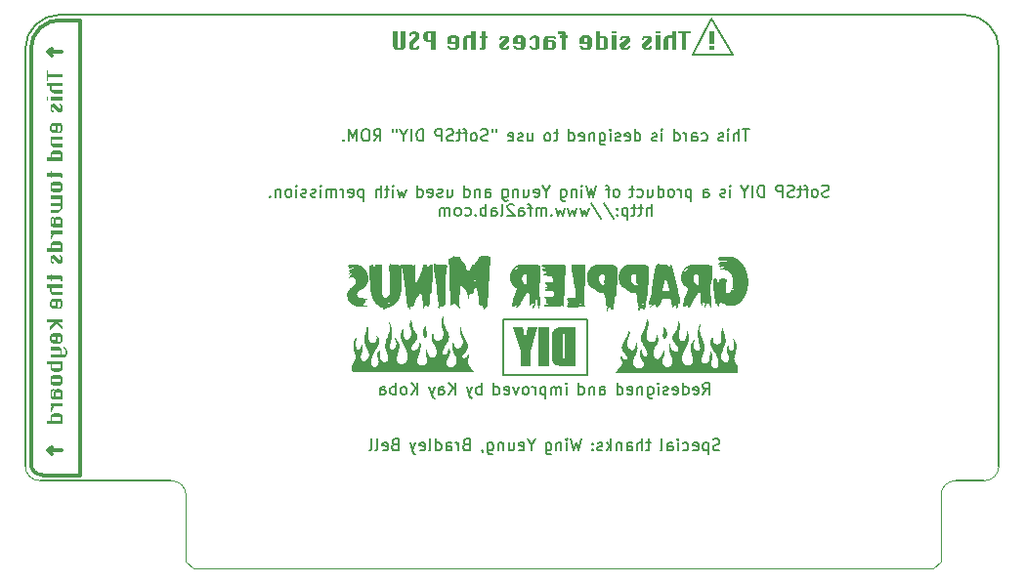
<source format=gbo>
G04 #@! TF.GenerationSoftware,KiCad,Pcbnew,(7.0.0-0)*
G04 #@! TF.CreationDate,2024-03-05T23:41:03+09:00*
G04 #@! TF.ProjectId,Grappler_Minus_Keros_alldip_GH,47726170-706c-4657-925f-4d696e75735f,3*
G04 #@! TF.SameCoordinates,Original*
G04 #@! TF.FileFunction,Legend,Bot*
G04 #@! TF.FilePolarity,Positive*
%FSLAX46Y46*%
G04 Gerber Fmt 4.6, Leading zero omitted, Abs format (unit mm)*
G04 Created by KiCad (PCBNEW (7.0.0-0)) date 2024-03-05 23:41:03*
%MOMM*%
%LPD*%
G01*
G04 APERTURE LIST*
%ADD10C,0.300000*%
%ADD11C,0.000000*%
%ADD12C,0.200000*%
%ADD13C,0.150000*%
G04 #@! TA.AperFunction,Profile*
%ADD14C,0.100000*%
G04 #@! TD*
G04 #@! TA.AperFunction,Profile*
%ADD15C,0.150000*%
G04 #@! TD*
G04 APERTURE END LIST*
D10*
X127000000Y-93420000D02*
X125523463Y-93420000D01*
D11*
G36*
X158498774Y-119182167D02*
G01*
X158498785Y-119228614D01*
X158499211Y-119275053D01*
X158501291Y-119336462D01*
X158505560Y-119397278D01*
X158511937Y-119457522D01*
X158520341Y-119517216D01*
X158530690Y-119576384D01*
X158542904Y-119635048D01*
X158556901Y-119693230D01*
X158572600Y-119750952D01*
X158589919Y-119808237D01*
X158608777Y-119865107D01*
X158629093Y-119921584D01*
X158650785Y-119977692D01*
X158697974Y-120088887D01*
X158749693Y-120198871D01*
X158793104Y-120288030D01*
X158835960Y-120377475D01*
X158920323Y-120557012D01*
X158937794Y-120596996D01*
X158952991Y-120636958D01*
X158965882Y-120676895D01*
X158976436Y-120716803D01*
X158984622Y-120756679D01*
X158990409Y-120796522D01*
X158993765Y-120836327D01*
X158994660Y-120876092D01*
X158993063Y-120915815D01*
X158988942Y-120955492D01*
X158982266Y-120995121D01*
X158973004Y-121034698D01*
X158961125Y-121074221D01*
X158946598Y-121113686D01*
X158929391Y-121153092D01*
X158909474Y-121192435D01*
X158840771Y-121316910D01*
X158771365Y-121441021D01*
X158737042Y-121503256D01*
X158703314Y-121565781D01*
X158670439Y-121628722D01*
X158638674Y-121692206D01*
X158610854Y-121750003D01*
X158583692Y-121808201D01*
X158557306Y-121866798D01*
X158531815Y-121925794D01*
X158507339Y-121985186D01*
X158483997Y-122044974D01*
X158461907Y-122105156D01*
X158441189Y-122165731D01*
X158435658Y-122184200D01*
X158431147Y-122202982D01*
X158427754Y-122221951D01*
X158425579Y-122240983D01*
X158424722Y-122259951D01*
X158425281Y-122278732D01*
X158427356Y-122297199D01*
X158428993Y-122306276D01*
X158431046Y-122315227D01*
X158433527Y-122324038D01*
X158436450Y-122332692D01*
X158439826Y-122341174D01*
X158443668Y-122349468D01*
X158447988Y-122357559D01*
X158452799Y-122365430D01*
X158458112Y-122373067D01*
X158463941Y-122380453D01*
X158470298Y-122387573D01*
X158477196Y-122394411D01*
X158484645Y-122400952D01*
X158492660Y-122407180D01*
X158501253Y-122413079D01*
X158510435Y-122418634D01*
X158520219Y-122423829D01*
X158530619Y-122428648D01*
X158540846Y-122432760D01*
X158551014Y-122436256D01*
X158561116Y-122439151D01*
X158571145Y-122441459D01*
X158581092Y-122443194D01*
X158590952Y-122444372D01*
X158600715Y-122445005D01*
X158610375Y-122445110D01*
X158619924Y-122444700D01*
X158629356Y-122443791D01*
X158638661Y-122442396D01*
X158647835Y-122440529D01*
X158656868Y-122438207D01*
X158665753Y-122435442D01*
X158674484Y-122432250D01*
X158683052Y-122428644D01*
X158691450Y-122424641D01*
X158699671Y-122420253D01*
X158715552Y-122410384D01*
X158730636Y-122399152D01*
X158744864Y-122386675D01*
X158758176Y-122373067D01*
X158770513Y-122358446D01*
X158781817Y-122342927D01*
X158792027Y-122326625D01*
X158802917Y-122306987D01*
X158813135Y-122286949D01*
X158822739Y-122266550D01*
X158831786Y-122245825D01*
X158840336Y-122224812D01*
X158848447Y-122203547D01*
X158863583Y-122160407D01*
X158918233Y-121985101D01*
X158920439Y-121977678D01*
X158922330Y-121970121D01*
X158923939Y-121962406D01*
X158925303Y-121954513D01*
X158926458Y-121946419D01*
X158927438Y-121938103D01*
X158929018Y-121920718D01*
X158931646Y-121882324D01*
X158933262Y-121860967D01*
X158935457Y-121837940D01*
X158961448Y-121869231D01*
X158985019Y-121900612D01*
X159006184Y-121932100D01*
X159024960Y-121963713D01*
X159041361Y-121995471D01*
X159055403Y-122027391D01*
X159067100Y-122059493D01*
X159076467Y-122091794D01*
X159083520Y-122124313D01*
X159088274Y-122157070D01*
X159090744Y-122190081D01*
X159090945Y-122223367D01*
X159088893Y-122256945D01*
X159084601Y-122290834D01*
X159078086Y-122325052D01*
X159069363Y-122359618D01*
X159063564Y-122379215D01*
X159057311Y-122398696D01*
X159043580Y-122437340D01*
X159028440Y-122475598D01*
X159012163Y-122513517D01*
X158995019Y-122551144D01*
X158977279Y-122588528D01*
X158941093Y-122662752D01*
X158923872Y-122696571D01*
X158905710Y-122729926D01*
X158886910Y-122762966D01*
X158867777Y-122795844D01*
X158829725Y-122861713D01*
X158811414Y-122895005D01*
X158793985Y-122928738D01*
X158780874Y-122956970D01*
X158769653Y-122984992D01*
X158760292Y-123012758D01*
X158752761Y-123040222D01*
X158747030Y-123067338D01*
X158743068Y-123094060D01*
X158740847Y-123120343D01*
X158740334Y-123146140D01*
X158741501Y-123171406D01*
X158744317Y-123196095D01*
X158748753Y-123220160D01*
X158754776Y-123243557D01*
X158762359Y-123266238D01*
X158771470Y-123288159D01*
X158782080Y-123309273D01*
X158794157Y-123329535D01*
X158807673Y-123348898D01*
X158822596Y-123367318D01*
X158838898Y-123384746D01*
X158856547Y-123401139D01*
X158875513Y-123416450D01*
X158895767Y-123430633D01*
X158917277Y-123443643D01*
X158940015Y-123455433D01*
X158963950Y-123465957D01*
X158989051Y-123475171D01*
X159015289Y-123483027D01*
X159042633Y-123489480D01*
X159071054Y-123494484D01*
X159100520Y-123497993D01*
X159131002Y-123499961D01*
X159162471Y-123500343D01*
X159185624Y-123499465D01*
X159208580Y-123497466D01*
X159231310Y-123494376D01*
X159253783Y-123490221D01*
X159275969Y-123485027D01*
X159297838Y-123478824D01*
X159319361Y-123471636D01*
X159340508Y-123463493D01*
X159361248Y-123454421D01*
X159381552Y-123444447D01*
X159401390Y-123433598D01*
X159420733Y-123421902D01*
X159439549Y-123409386D01*
X159457810Y-123396077D01*
X159475485Y-123382002D01*
X159492544Y-123367189D01*
X159508959Y-123351664D01*
X159524698Y-123335455D01*
X159539731Y-123318589D01*
X159554030Y-123301093D01*
X159567564Y-123282995D01*
X159580303Y-123264322D01*
X159592217Y-123245100D01*
X159603276Y-123225358D01*
X159613452Y-123205121D01*
X159622712Y-123184419D01*
X159631028Y-123163276D01*
X159638371Y-123141722D01*
X159644709Y-123119783D01*
X159650013Y-123097486D01*
X159654253Y-123074859D01*
X159657399Y-123051928D01*
X159660497Y-123017155D01*
X159661992Y-122982752D01*
X159661939Y-122948700D01*
X159660398Y-122914982D01*
X159657426Y-122881578D01*
X159653079Y-122848470D01*
X159647415Y-122815640D01*
X159640493Y-122783068D01*
X159632368Y-122750737D01*
X159623099Y-122718628D01*
X159612744Y-122686721D01*
X159601359Y-122655000D01*
X159589001Y-122623444D01*
X159575729Y-122592036D01*
X159561600Y-122560757D01*
X159546672Y-122529588D01*
X159487002Y-122408025D01*
X159457616Y-122346934D01*
X159428942Y-122285533D01*
X159401288Y-122223743D01*
X159374965Y-122161487D01*
X159350280Y-122098688D01*
X159327543Y-122035266D01*
X159313082Y-121989470D01*
X159300786Y-121943519D01*
X159290642Y-121897376D01*
X159282636Y-121851005D01*
X159276756Y-121804371D01*
X159272989Y-121757438D01*
X159271321Y-121710168D01*
X159271739Y-121662528D01*
X159274231Y-121614480D01*
X159278783Y-121565988D01*
X159285382Y-121517017D01*
X159294016Y-121467531D01*
X159304671Y-121417494D01*
X159317333Y-121366869D01*
X159331991Y-121315621D01*
X159348631Y-121263714D01*
X159362081Y-121315127D01*
X159372949Y-121357734D01*
X159377901Y-121376577D01*
X159382791Y-121394229D01*
X159387812Y-121411027D01*
X159393161Y-121427306D01*
X159444873Y-121584456D01*
X159458557Y-121623402D01*
X159473208Y-121661860D01*
X159489160Y-121699652D01*
X159497728Y-121718245D01*
X159506746Y-121736604D01*
X159517997Y-121757951D01*
X159529445Y-121778039D01*
X159541091Y-121796869D01*
X159552933Y-121814443D01*
X159564972Y-121830764D01*
X159577207Y-121845831D01*
X159589637Y-121859648D01*
X159602264Y-121872216D01*
X159615086Y-121883537D01*
X159628102Y-121893611D01*
X159641314Y-121902442D01*
X159654720Y-121910031D01*
X159668320Y-121916378D01*
X159682114Y-121921487D01*
X159696102Y-121925358D01*
X159710283Y-121927994D01*
X159724657Y-121929396D01*
X159739224Y-121929565D01*
X159753983Y-121928504D01*
X159768935Y-121926214D01*
X159784078Y-121922697D01*
X159799412Y-121917954D01*
X159814938Y-121911988D01*
X159830655Y-121904799D01*
X159846563Y-121896390D01*
X159862661Y-121886761D01*
X159878949Y-121875916D01*
X159895427Y-121863855D01*
X159912095Y-121850581D01*
X159928951Y-121836094D01*
X159945997Y-121820397D01*
X159963231Y-121803491D01*
X160006234Y-121757177D01*
X160044740Y-121709681D01*
X160062302Y-121685500D01*
X160078732Y-121661038D01*
X160094030Y-121636299D01*
X160108191Y-121611288D01*
X160121214Y-121586010D01*
X160133097Y-121560468D01*
X160143837Y-121534668D01*
X160153432Y-121508615D01*
X160161879Y-121482313D01*
X160169177Y-121455766D01*
X160175322Y-121428980D01*
X160180312Y-121401960D01*
X160184145Y-121374709D01*
X160186819Y-121347233D01*
X160188331Y-121319537D01*
X160188678Y-121291624D01*
X160187860Y-121263500D01*
X160185872Y-121235170D01*
X160182713Y-121206637D01*
X160178381Y-121177908D01*
X160172872Y-121148985D01*
X160166185Y-121119875D01*
X160158317Y-121090582D01*
X160149266Y-121061110D01*
X160127606Y-121001650D01*
X160101184Y-120941532D01*
X160079869Y-120895710D01*
X160059631Y-120849752D01*
X160040613Y-120803631D01*
X160022953Y-120757314D01*
X160006792Y-120710775D01*
X159992270Y-120663982D01*
X159979528Y-120616906D01*
X159968705Y-120569518D01*
X159959941Y-120521787D01*
X159953378Y-120473686D01*
X159949155Y-120425183D01*
X159947412Y-120376249D01*
X159948289Y-120326855D01*
X159951927Y-120276971D01*
X159958466Y-120226568D01*
X159968046Y-120175616D01*
X159971329Y-120161401D01*
X159975042Y-120147221D01*
X159979274Y-120133033D01*
X159984109Y-120118794D01*
X159986781Y-120111641D01*
X159989636Y-120104459D01*
X159992685Y-120097242D01*
X159995940Y-120089984D01*
X159999410Y-120082681D01*
X160003107Y-120075327D01*
X160007042Y-120067916D01*
X160011225Y-120060443D01*
X160027387Y-120152526D01*
X160048061Y-120242665D01*
X160072812Y-120331044D01*
X160101206Y-120417849D01*
X160132810Y-120503265D01*
X160167189Y-120587478D01*
X160203910Y-120670672D01*
X160242538Y-120753033D01*
X160323780Y-120915994D01*
X160407444Y-121077843D01*
X160490057Y-121240061D01*
X160568148Y-121404130D01*
X160586697Y-121448152D01*
X160602368Y-121491703D01*
X160615119Y-121534795D01*
X160624903Y-121577441D01*
X160631678Y-121619653D01*
X160635398Y-121661443D01*
X160636019Y-121702823D01*
X160633496Y-121743805D01*
X160627786Y-121784402D01*
X160618844Y-121824626D01*
X160606625Y-121864488D01*
X160591086Y-121904002D01*
X160572181Y-121943180D01*
X160549866Y-121982033D01*
X160524098Y-122020573D01*
X160494831Y-122058814D01*
X160430526Y-122138591D01*
X160367044Y-122219046D01*
X160304346Y-122300117D01*
X160242392Y-122381738D01*
X160216221Y-122416332D01*
X160203300Y-122434038D01*
X160197041Y-122443006D01*
X160190977Y-122452057D01*
X160185155Y-122461195D01*
X160179619Y-122470422D01*
X160174417Y-122479743D01*
X160169593Y-122489162D01*
X160165193Y-122498682D01*
X160161264Y-122508309D01*
X160157851Y-122518044D01*
X160155000Y-122527893D01*
X160152519Y-122538188D01*
X160150263Y-122548998D01*
X160148273Y-122560216D01*
X160146589Y-122571734D01*
X160145252Y-122583446D01*
X160144303Y-122595244D01*
X160143783Y-122607021D01*
X160143732Y-122618668D01*
X160144191Y-122630080D01*
X160145201Y-122641149D01*
X160146802Y-122651767D01*
X160149035Y-122661827D01*
X160151942Y-122671222D01*
X160155562Y-122679844D01*
X160157653Y-122683832D01*
X160159937Y-122687587D01*
X160162420Y-122691095D01*
X160165107Y-122694342D01*
X160168197Y-122697564D01*
X160171575Y-122700664D01*
X160175225Y-122703641D01*
X160179132Y-122706495D01*
X160187654Y-122711825D01*
X160197019Y-122716644D01*
X160207105Y-122720941D01*
X160217790Y-122724706D01*
X160228950Y-122727928D01*
X160240464Y-122730597D01*
X160252208Y-122732702D01*
X160264061Y-122734233D01*
X160275901Y-122735179D01*
X160287604Y-122735530D01*
X160299048Y-122735276D01*
X160310111Y-122734406D01*
X160320671Y-122732909D01*
X160330604Y-122730776D01*
X160347865Y-122726019D01*
X160364584Y-122720745D01*
X160380765Y-122714960D01*
X160396413Y-122708670D01*
X160411533Y-122701883D01*
X160426130Y-122694606D01*
X160440209Y-122686845D01*
X160453775Y-122678608D01*
X160466834Y-122669902D01*
X160479389Y-122660734D01*
X160491445Y-122651110D01*
X160503009Y-122641038D01*
X160514084Y-122630525D01*
X160524676Y-122619577D01*
X160534790Y-122608202D01*
X160544430Y-122596407D01*
X160553602Y-122584199D01*
X160562311Y-122571584D01*
X160570561Y-122558570D01*
X160578357Y-122545163D01*
X160585705Y-122531372D01*
X160592609Y-122517202D01*
X160605107Y-122487754D01*
X160615889Y-122456878D01*
X160624995Y-122424628D01*
X160632466Y-122391061D01*
X160638341Y-122356232D01*
X160657536Y-122377483D01*
X160674915Y-122399151D01*
X160690398Y-122421226D01*
X160703907Y-122443698D01*
X160709895Y-122455080D01*
X160715361Y-122466558D01*
X160720293Y-122478130D01*
X160724681Y-122489796D01*
X160728517Y-122501553D01*
X160731789Y-122513401D01*
X160734488Y-122525339D01*
X160736604Y-122537365D01*
X160738127Y-122549479D01*
X160739048Y-122561678D01*
X160739355Y-122573962D01*
X160739040Y-122586329D01*
X160738093Y-122598779D01*
X160736502Y-122611310D01*
X160734260Y-122623920D01*
X160731355Y-122636609D01*
X160727778Y-122649375D01*
X160723519Y-122662218D01*
X160718567Y-122675135D01*
X160712914Y-122688127D01*
X160706549Y-122701190D01*
X160699462Y-122714325D01*
X160691643Y-122727530D01*
X160683082Y-122740804D01*
X160670351Y-122760533D01*
X160658762Y-122780067D01*
X160648290Y-122799415D01*
X160638912Y-122818583D01*
X160630603Y-122837579D01*
X160623339Y-122856411D01*
X160617096Y-122875085D01*
X160611850Y-122893609D01*
X160607576Y-122911991D01*
X160604249Y-122930238D01*
X160601847Y-122948358D01*
X160600345Y-122966357D01*
X160599718Y-122984244D01*
X160599942Y-123002025D01*
X160600993Y-123019709D01*
X160602847Y-123037302D01*
X160608867Y-123072247D01*
X160617806Y-123106920D01*
X160629473Y-123141380D01*
X160643672Y-123175686D01*
X160660211Y-123209899D01*
X160678894Y-123244077D01*
X160699530Y-123278280D01*
X160721923Y-123312568D01*
X161137822Y-123932858D01*
X161098941Y-123935213D01*
X161063851Y-123937530D01*
X161031290Y-123939297D01*
X161015565Y-123939814D01*
X161000000Y-123940000D01*
X150760704Y-123942648D01*
X150739680Y-123942266D01*
X150720406Y-123941032D01*
X150702799Y-123938872D01*
X150694595Y-123937421D01*
X150686777Y-123935710D01*
X150679334Y-123933731D01*
X150672256Y-123931473D01*
X150665532Y-123928927D01*
X150659152Y-123926084D01*
X150653106Y-123922936D01*
X150647383Y-123919471D01*
X150641973Y-123915682D01*
X150636866Y-123911558D01*
X150632050Y-123907091D01*
X150627517Y-123902271D01*
X150623254Y-123897089D01*
X150619253Y-123891536D01*
X150615501Y-123885601D01*
X150611991Y-123879277D01*
X150608709Y-123872553D01*
X150605647Y-123865420D01*
X150602794Y-123857869D01*
X150600140Y-123849891D01*
X150595384Y-123832614D01*
X150591298Y-123813517D01*
X150587799Y-123792523D01*
X150580804Y-123739596D01*
X150575574Y-123687199D01*
X150572234Y-123635346D01*
X150570912Y-123584050D01*
X150571736Y-123533326D01*
X150574833Y-123483187D01*
X150580331Y-123433648D01*
X150588358Y-123384723D01*
X150599039Y-123336426D01*
X150612504Y-123288771D01*
X150628880Y-123241771D01*
X150648294Y-123195442D01*
X150670873Y-123149797D01*
X150696745Y-123104850D01*
X150726038Y-123060616D01*
X150758878Y-123017107D01*
X150785750Y-122981483D01*
X150809346Y-122945632D01*
X150829759Y-122909518D01*
X150847083Y-122873100D01*
X150861410Y-122836338D01*
X150872833Y-122799195D01*
X150881446Y-122761630D01*
X150887340Y-122723605D01*
X150890610Y-122685080D01*
X150891347Y-122646016D01*
X150889646Y-122606374D01*
X150885598Y-122566114D01*
X150879297Y-122525197D01*
X150870836Y-122483585D01*
X150860308Y-122441237D01*
X150847805Y-122398115D01*
X150819439Y-122302231D01*
X150793406Y-122205283D01*
X150769868Y-122107456D01*
X150748986Y-122008936D01*
X150730924Y-121909909D01*
X150715843Y-121810560D01*
X150703905Y-121711076D01*
X150695273Y-121611641D01*
X150693273Y-121559289D01*
X150694575Y-121507725D01*
X150699102Y-121456925D01*
X150706780Y-121406862D01*
X150717531Y-121357512D01*
X150731280Y-121308850D01*
X150747951Y-121260850D01*
X150767467Y-121213486D01*
X150789754Y-121166735D01*
X150814734Y-121120570D01*
X150842331Y-121074966D01*
X150872471Y-121029898D01*
X150905076Y-120985341D01*
X150940071Y-120941270D01*
X150977380Y-120897659D01*
X151016926Y-120854483D01*
X151004091Y-120916937D01*
X150990932Y-120976846D01*
X150965600Y-121090597D01*
X150954404Y-121145223D01*
X150944838Y-121198871D01*
X150937391Y-121251934D01*
X150934614Y-121278368D01*
X150932551Y-121304804D01*
X150929481Y-121366881D01*
X150928116Y-121429160D01*
X150928345Y-121491567D01*
X150930057Y-121554027D01*
X150933140Y-121616468D01*
X150937484Y-121678816D01*
X150942978Y-121740996D01*
X150949511Y-121802934D01*
X150952112Y-121820531D01*
X150955874Y-121837706D01*
X150960801Y-121854360D01*
X150966898Y-121870393D01*
X150974172Y-121885707D01*
X150978251Y-121893063D01*
X150982627Y-121900202D01*
X150987300Y-121907111D01*
X150992270Y-121913779D01*
X150997538Y-121920192D01*
X151003105Y-121926339D01*
X151008972Y-121932207D01*
X151015139Y-121937784D01*
X151021607Y-121943057D01*
X151028377Y-121948014D01*
X151035449Y-121952642D01*
X151042824Y-121956929D01*
X151050503Y-121960863D01*
X151058486Y-121964431D01*
X151066775Y-121967622D01*
X151075369Y-121970421D01*
X151084270Y-121972818D01*
X151093478Y-121974800D01*
X151102994Y-121976354D01*
X151112818Y-121977468D01*
X151122952Y-121978130D01*
X151133396Y-121978327D01*
X151144202Y-121978096D01*
X151154771Y-121977487D01*
X151165100Y-121976502D01*
X151175187Y-121975146D01*
X151185031Y-121973422D01*
X151194628Y-121971335D01*
X151203976Y-121968886D01*
X151213074Y-121966081D01*
X151221919Y-121962923D01*
X151230508Y-121959416D01*
X151238840Y-121955563D01*
X151246912Y-121951368D01*
X151254721Y-121946835D01*
X151262267Y-121941968D01*
X151269545Y-121936769D01*
X151276555Y-121931244D01*
X151283294Y-121925395D01*
X151289759Y-121919227D01*
X151295949Y-121912742D01*
X151301860Y-121905945D01*
X151307492Y-121898840D01*
X151312841Y-121891430D01*
X151317905Y-121883718D01*
X151322683Y-121875709D01*
X151327171Y-121867407D01*
X151331368Y-121858814D01*
X151338878Y-121840773D01*
X151345195Y-121821616D01*
X151350301Y-121801373D01*
X151357521Y-121764397D01*
X151363500Y-121726584D01*
X151368591Y-121687444D01*
X151373145Y-121646487D01*
X151382050Y-121557162D01*
X151387105Y-121507814D01*
X151393032Y-121454690D01*
X151410335Y-121489400D01*
X151426882Y-121521373D01*
X151457107Y-121578995D01*
X151470483Y-121605585D01*
X151482500Y-121631323D01*
X151487952Y-121644019D01*
X151493007Y-121656680D01*
X151497648Y-121669362D01*
X151501855Y-121682126D01*
X151513490Y-121723987D01*
X151522367Y-121765577D01*
X151528602Y-121806899D01*
X151532312Y-121847961D01*
X151533612Y-121888768D01*
X151532618Y-121929325D01*
X151529446Y-121969639D01*
X151524212Y-122009714D01*
X151517033Y-122049556D01*
X151508023Y-122089172D01*
X151497300Y-122128566D01*
X151484978Y-122167745D01*
X151471174Y-122206714D01*
X151456004Y-122245479D01*
X151439584Y-122284045D01*
X151422030Y-122322418D01*
X151408184Y-122353117D01*
X151395683Y-122383841D01*
X151384594Y-122414596D01*
X151374984Y-122445388D01*
X151366921Y-122476222D01*
X151360473Y-122507105D01*
X151355705Y-122538042D01*
X151352686Y-122569040D01*
X151351483Y-122600103D01*
X151352164Y-122631238D01*
X151354795Y-122662451D01*
X151359444Y-122693748D01*
X151366179Y-122725134D01*
X151375066Y-122756615D01*
X151386173Y-122788198D01*
X151399567Y-122819888D01*
X151407831Y-122837070D01*
X151416440Y-122853348D01*
X151425385Y-122868721D01*
X151434658Y-122883187D01*
X151444250Y-122896743D01*
X151454153Y-122909388D01*
X151464357Y-122921121D01*
X151474854Y-122931939D01*
X151485636Y-122941841D01*
X151496694Y-122950825D01*
X151508020Y-122958889D01*
X151519604Y-122966031D01*
X151531439Y-122972251D01*
X151543515Y-122977545D01*
X151555824Y-122981913D01*
X151568358Y-122985351D01*
X151581107Y-122987860D01*
X151594064Y-122989437D01*
X151607219Y-122990079D01*
X151620564Y-122989786D01*
X151634091Y-122988556D01*
X151647790Y-122986387D01*
X151661654Y-122983276D01*
X151675673Y-122979223D01*
X151689839Y-122974226D01*
X151704143Y-122968282D01*
X151718578Y-122961390D01*
X151733133Y-122953549D01*
X151747801Y-122944756D01*
X151762573Y-122935010D01*
X151777440Y-122924309D01*
X151792394Y-122912651D01*
X151837976Y-122874193D01*
X151879144Y-122836080D01*
X151898082Y-122817083D01*
X151915928Y-122798089D01*
X151932685Y-122779070D01*
X151948357Y-122759998D01*
X151962948Y-122740846D01*
X151976461Y-122721585D01*
X151988899Y-122702187D01*
X152000268Y-122682625D01*
X152010570Y-122662871D01*
X152019809Y-122642898D01*
X152027989Y-122622676D01*
X152035113Y-122602179D01*
X152041185Y-122581378D01*
X152046209Y-122560246D01*
X152050188Y-122538755D01*
X152053126Y-122516877D01*
X152055027Y-122494584D01*
X152055895Y-122471848D01*
X152055732Y-122448642D01*
X152054544Y-122424937D01*
X152052332Y-122400707D01*
X152049102Y-122375922D01*
X152044857Y-122350555D01*
X152039600Y-122324579D01*
X152033336Y-122297964D01*
X152026067Y-122270685D01*
X152008532Y-122214018D01*
X151975040Y-122117380D01*
X151939857Y-122021292D01*
X151903236Y-121925684D01*
X151865429Y-121830485D01*
X151787266Y-121641038D01*
X151707383Y-121452389D01*
X151692967Y-121416645D01*
X151680110Y-121380917D01*
X151668812Y-121345188D01*
X151659072Y-121309437D01*
X151650890Y-121273646D01*
X151644266Y-121237796D01*
X151639200Y-121201869D01*
X151635691Y-121165845D01*
X151633740Y-121129706D01*
X151633346Y-121093432D01*
X151634510Y-121057006D01*
X151637230Y-121020408D01*
X151641506Y-120983619D01*
X151647340Y-120946620D01*
X151654729Y-120909393D01*
X151663674Y-120871919D01*
X151730476Y-120608274D01*
X151795100Y-120345296D01*
X151920850Y-119827027D01*
X151945446Y-119946513D01*
X151968488Y-120067876D01*
X151989165Y-120190997D01*
X152006664Y-120315759D01*
X152020173Y-120442041D01*
X152025177Y-120505715D01*
X152028880Y-120569724D01*
X152031179Y-120634054D01*
X152031973Y-120698690D01*
X152031161Y-120763617D01*
X152028641Y-120828819D01*
X152026897Y-120871392D01*
X152026183Y-120914242D01*
X152026635Y-120957225D01*
X152028389Y-121000196D01*
X152031582Y-121043011D01*
X152036350Y-121085525D01*
X152042830Y-121127594D01*
X152046754Y-121148416D01*
X152051157Y-121169073D01*
X152055077Y-121185030D01*
X152059492Y-121200439D01*
X152064397Y-121215300D01*
X152069785Y-121229615D01*
X152075651Y-121243385D01*
X152081989Y-121256611D01*
X152088793Y-121269294D01*
X152096059Y-121281437D01*
X152103780Y-121293040D01*
X152111951Y-121304103D01*
X152120566Y-121314630D01*
X152129620Y-121324620D01*
X152139106Y-121334076D01*
X152149020Y-121342998D01*
X152159356Y-121351387D01*
X152170107Y-121359245D01*
X152181269Y-121366574D01*
X152192835Y-121373374D01*
X152204801Y-121379647D01*
X152217160Y-121385394D01*
X152229907Y-121390616D01*
X152243036Y-121395314D01*
X152256541Y-121399491D01*
X152270418Y-121403146D01*
X152284660Y-121406281D01*
X152299262Y-121408899D01*
X152314217Y-121410999D01*
X152329522Y-121412583D01*
X152345169Y-121413652D01*
X152361153Y-121414208D01*
X152377468Y-121414252D01*
X152394110Y-121413786D01*
X152425926Y-121411338D01*
X152456330Y-121406805D01*
X152470991Y-121403762D01*
X152485287Y-121400206D01*
X152499211Y-121396139D01*
X152512759Y-121391563D01*
X152525928Y-121386480D01*
X152538712Y-121380893D01*
X152551106Y-121374805D01*
X152563107Y-121368218D01*
X152574710Y-121361134D01*
X152585910Y-121353556D01*
X152596702Y-121345486D01*
X152607083Y-121336927D01*
X152617047Y-121327882D01*
X152626590Y-121318352D01*
X152635707Y-121308341D01*
X152644394Y-121297850D01*
X152652647Y-121286882D01*
X152660460Y-121275440D01*
X152667830Y-121263526D01*
X152674751Y-121251142D01*
X152681220Y-121238292D01*
X152687231Y-121224977D01*
X152692780Y-121211200D01*
X152697862Y-121196963D01*
X152702473Y-121182269D01*
X152706609Y-121167121D01*
X152713436Y-121135470D01*
X152717023Y-121112790D01*
X152719730Y-121089921D01*
X152721678Y-121066907D01*
X152722990Y-121043789D01*
X152723788Y-121020610D01*
X152724192Y-120997414D01*
X152724310Y-120951135D01*
X152723964Y-120929934D01*
X152723082Y-120908685D01*
X152721777Y-120887335D01*
X152720162Y-120865833D01*
X152712879Y-120777277D01*
X152731365Y-120787814D01*
X152749333Y-120799501D01*
X152766761Y-120812290D01*
X152783626Y-120826134D01*
X152799906Y-120840985D01*
X152815579Y-120856796D01*
X152830623Y-120873520D01*
X152845015Y-120891108D01*
X152858733Y-120909514D01*
X152871755Y-120928689D01*
X152884058Y-120948587D01*
X152895621Y-120969160D01*
X152906422Y-120990360D01*
X152916436Y-121012141D01*
X152925644Y-121034454D01*
X152934022Y-121057252D01*
X152941547Y-121080488D01*
X152948199Y-121104114D01*
X152953954Y-121128083D01*
X152958790Y-121152347D01*
X152962686Y-121176859D01*
X152965618Y-121201571D01*
X152967564Y-121226436D01*
X152968503Y-121251406D01*
X152968412Y-121276434D01*
X152967268Y-121301473D01*
X152965050Y-121326474D01*
X152961735Y-121351391D01*
X152957301Y-121376176D01*
X152951725Y-121400782D01*
X152944986Y-121425161D01*
X152937061Y-121449265D01*
X152912314Y-121514995D01*
X152885049Y-121580213D01*
X152855360Y-121644694D01*
X152823343Y-121708213D01*
X152789094Y-121770547D01*
X152752707Y-121831471D01*
X152714280Y-121890760D01*
X152673906Y-121948190D01*
X152632713Y-122005919D01*
X152593259Y-122064276D01*
X152555603Y-122123289D01*
X152519803Y-122182984D01*
X152485917Y-122243388D01*
X152454003Y-122304527D01*
X152424118Y-122366429D01*
X152396322Y-122429120D01*
X152370671Y-122492627D01*
X152347224Y-122556976D01*
X152326040Y-122622195D01*
X152307175Y-122688309D01*
X152290688Y-122755346D01*
X152276637Y-122823332D01*
X152265081Y-122892294D01*
X152256076Y-122962259D01*
X152254071Y-122984475D01*
X152252871Y-123006880D01*
X152252437Y-123029444D01*
X152252730Y-123052137D01*
X152253710Y-123074927D01*
X152255338Y-123097785D01*
X152257576Y-123120678D01*
X152260382Y-123143578D01*
X152263719Y-123166452D01*
X152267547Y-123189272D01*
X152276518Y-123234622D01*
X152286981Y-123279382D01*
X152298621Y-123323309D01*
X152301704Y-123333490D01*
X152305173Y-123343343D01*
X152309018Y-123352870D01*
X152313231Y-123362072D01*
X152317801Y-123370951D01*
X152322720Y-123379509D01*
X152327979Y-123387747D01*
X152333568Y-123395667D01*
X152339478Y-123403271D01*
X152345699Y-123410561D01*
X152352224Y-123417538D01*
X152359042Y-123424205D01*
X152366144Y-123430562D01*
X152373520Y-123436611D01*
X152381163Y-123442355D01*
X152389062Y-123447795D01*
X152397209Y-123452932D01*
X152405593Y-123457769D01*
X152414206Y-123462307D01*
X152423039Y-123466548D01*
X152432083Y-123470494D01*
X152441327Y-123474146D01*
X152450763Y-123477506D01*
X152460382Y-123480575D01*
X152480132Y-123485851D01*
X152500501Y-123489986D01*
X152521417Y-123492995D01*
X152542805Y-123494891D01*
X152562652Y-123495456D01*
X152581788Y-123494652D01*
X152600226Y-123492514D01*
X152617979Y-123489074D01*
X152635057Y-123484366D01*
X152651473Y-123478422D01*
X152667240Y-123471276D01*
X152682369Y-123462962D01*
X152696873Y-123453512D01*
X152710764Y-123442960D01*
X152724054Y-123431340D01*
X152736754Y-123418683D01*
X152748878Y-123405024D01*
X152760437Y-123390396D01*
X152771443Y-123374832D01*
X152781909Y-123358366D01*
X152799537Y-123328087D01*
X152815901Y-123297649D01*
X152830917Y-123267028D01*
X152844498Y-123236200D01*
X152856562Y-123205143D01*
X152867022Y-123173833D01*
X152875793Y-123142246D01*
X152882791Y-123110359D01*
X152887932Y-123078148D01*
X152891129Y-123045590D01*
X152892298Y-123012661D01*
X152891354Y-122979338D01*
X152888212Y-122945597D01*
X152882787Y-122911415D01*
X152874995Y-122876769D01*
X152864750Y-122841634D01*
X152851947Y-122800746D01*
X152839978Y-122759531D01*
X152828827Y-122718033D01*
X152818478Y-122676297D01*
X152808914Y-122634367D01*
X152800118Y-122592288D01*
X152792074Y-122550105D01*
X152784767Y-122507863D01*
X152779587Y-122468244D01*
X152777152Y-122429293D01*
X152777428Y-122391094D01*
X152780381Y-122353731D01*
X152785978Y-122317285D01*
X152794184Y-122281842D01*
X152804965Y-122247485D01*
X152818288Y-122214297D01*
X152834119Y-122182361D01*
X152852424Y-122151761D01*
X152873168Y-122122581D01*
X152896319Y-122094904D01*
X152921843Y-122068814D01*
X152949704Y-122044394D01*
X152979870Y-122021727D01*
X153012307Y-122000897D01*
X153010293Y-122021705D01*
X153008091Y-122041626D01*
X153003781Y-122079297D01*
X153002001Y-122097291D01*
X153000691Y-122114889D01*
X153000014Y-122132211D01*
X152999965Y-122140808D01*
X153000136Y-122149381D01*
X153004725Y-122281011D01*
X153010018Y-122412615D01*
X153016581Y-122544140D01*
X153024980Y-122675531D01*
X153025873Y-122685155D01*
X153027138Y-122694786D01*
X153028750Y-122704416D01*
X153030685Y-122714040D01*
X153032919Y-122723652D01*
X153035428Y-122733244D01*
X153038187Y-122742811D01*
X153041173Y-122752346D01*
X153047726Y-122771297D01*
X153054895Y-122790047D01*
X153062485Y-122808545D01*
X153070303Y-122826740D01*
X153078301Y-122844173D01*
X153086842Y-122861112D01*
X153095903Y-122877545D01*
X153105464Y-122893459D01*
X153115501Y-122908842D01*
X153125992Y-122923681D01*
X153136917Y-122937964D01*
X153148252Y-122951679D01*
X153159976Y-122964812D01*
X153172067Y-122977353D01*
X153184502Y-122989288D01*
X153197260Y-123000605D01*
X153210319Y-123011291D01*
X153223657Y-123021334D01*
X153237251Y-123030722D01*
X153251080Y-123039442D01*
X153265122Y-123047482D01*
X153279354Y-123054829D01*
X153293755Y-123061472D01*
X153308303Y-123067397D01*
X153322975Y-123072592D01*
X153337750Y-123077044D01*
X153352606Y-123080742D01*
X153367521Y-123083673D01*
X153382472Y-123085825D01*
X153397438Y-123087184D01*
X153412396Y-123087739D01*
X153427325Y-123087478D01*
X153442203Y-123086387D01*
X153457007Y-123084455D01*
X153471716Y-123081668D01*
X153486308Y-123078015D01*
X153503448Y-123072791D01*
X153520058Y-123066924D01*
X153536126Y-123060422D01*
X153551642Y-123053295D01*
X153566597Y-123045552D01*
X153580981Y-123037202D01*
X153594784Y-123028255D01*
X153607995Y-123018720D01*
X153620605Y-123008606D01*
X153632603Y-122997923D01*
X153643980Y-122986680D01*
X153654726Y-122974885D01*
X153664830Y-122962549D01*
X153674283Y-122949681D01*
X153683075Y-122936290D01*
X153691195Y-122922384D01*
X153698634Y-122907974D01*
X153705381Y-122893069D01*
X153711427Y-122877678D01*
X153716762Y-122861810D01*
X153721376Y-122845475D01*
X153725258Y-122828682D01*
X153728399Y-122811439D01*
X153730788Y-122793758D01*
X153732416Y-122775645D01*
X153733273Y-122757112D01*
X153733348Y-122738167D01*
X153732632Y-122718820D01*
X153731115Y-122699079D01*
X153728786Y-122678954D01*
X153725636Y-122658455D01*
X153721655Y-122637590D01*
X153709073Y-122581471D01*
X153694852Y-122525521D01*
X153679038Y-122469846D01*
X153661677Y-122414553D01*
X153642814Y-122359749D01*
X153622494Y-122305540D01*
X153600764Y-122252033D01*
X153577668Y-122199335D01*
X153550738Y-122135897D01*
X153527606Y-122072486D01*
X153508192Y-122009095D01*
X153492411Y-121945714D01*
X153480182Y-121882333D01*
X153471422Y-121818944D01*
X153466048Y-121755538D01*
X153463977Y-121692105D01*
X153465127Y-121628637D01*
X153469416Y-121565123D01*
X153476760Y-121501556D01*
X153487077Y-121437926D01*
X153500284Y-121374224D01*
X153516300Y-121310440D01*
X153535040Y-121246567D01*
X153556423Y-121182594D01*
X153626947Y-120983194D01*
X153662753Y-120883691D01*
X153699456Y-120784528D01*
X153771299Y-120588299D01*
X153799851Y-120503720D01*
X153823588Y-120426220D01*
X153842583Y-120354343D01*
X153856910Y-120286631D01*
X153866642Y-120221627D01*
X153871852Y-120157872D01*
X153872615Y-120093910D01*
X153869002Y-120028283D01*
X153861088Y-119959534D01*
X153848947Y-119886205D01*
X153832651Y-119806838D01*
X153812274Y-119719977D01*
X153759570Y-119517941D01*
X153775647Y-119542272D01*
X153792101Y-119566415D01*
X153825150Y-119614623D01*
X153841250Y-119638935D01*
X153856736Y-119663550D01*
X153864172Y-119676010D01*
X153871361Y-119688591D01*
X153878273Y-119701310D01*
X153884877Y-119714182D01*
X153915957Y-119780874D01*
X153943285Y-119848121D01*
X153967021Y-119915886D01*
X153987326Y-119984131D01*
X154004362Y-120052819D01*
X154018289Y-120121914D01*
X154029269Y-120191377D01*
X154037462Y-120261172D01*
X154043030Y-120331261D01*
X154046133Y-120401606D01*
X154046932Y-120472172D01*
X154045589Y-120542920D01*
X154042264Y-120613814D01*
X154037119Y-120684815D01*
X154030314Y-120755887D01*
X154022010Y-120826993D01*
X154007971Y-120926450D01*
X153991356Y-121025609D01*
X153972584Y-121124502D01*
X153952074Y-121223157D01*
X153907524Y-121419876D01*
X153861064Y-121616007D01*
X153856502Y-121637529D01*
X153853120Y-121658510D01*
X153850928Y-121678972D01*
X153849935Y-121698935D01*
X153850151Y-121718420D01*
X153851585Y-121737447D01*
X153854248Y-121756036D01*
X153858147Y-121774208D01*
X153863294Y-121791985D01*
X153869698Y-121809385D01*
X153877368Y-121826431D01*
X153886313Y-121843141D01*
X153896544Y-121859538D01*
X153908069Y-121875641D01*
X153920899Y-121891471D01*
X153935042Y-121907049D01*
X153945411Y-121917534D01*
X153955772Y-121927333D01*
X153966126Y-121936448D01*
X153976472Y-121944878D01*
X153986811Y-121952623D01*
X153997143Y-121959684D01*
X154007468Y-121966060D01*
X154017788Y-121971751D01*
X154028102Y-121976758D01*
X154038410Y-121981081D01*
X154048713Y-121984720D01*
X154059011Y-121987674D01*
X154069305Y-121989944D01*
X154079594Y-121991530D01*
X154089880Y-121992433D01*
X154100162Y-121992651D01*
X154110441Y-121992186D01*
X154120716Y-121991037D01*
X154130989Y-121989204D01*
X154141260Y-121986688D01*
X154151529Y-121983489D01*
X154161796Y-121979606D01*
X154172062Y-121975040D01*
X154182327Y-121969791D01*
X154192591Y-121963858D01*
X154202855Y-121957243D01*
X154213119Y-121949945D01*
X154223383Y-121941964D01*
X154233648Y-121933300D01*
X154243913Y-121923953D01*
X154254180Y-121913924D01*
X154264448Y-121903212D01*
X154292738Y-121870573D01*
X154317783Y-121837135D01*
X154339712Y-121802940D01*
X154358654Y-121768029D01*
X154374737Y-121732443D01*
X154388088Y-121696223D01*
X154398835Y-121659411D01*
X154407108Y-121622046D01*
X154413034Y-121584172D01*
X154416741Y-121545828D01*
X154418358Y-121507056D01*
X154418013Y-121467897D01*
X154415833Y-121428393D01*
X154411947Y-121388584D01*
X154406484Y-121348512D01*
X154399571Y-121308217D01*
X154390014Y-121262012D01*
X154378899Y-121215736D01*
X154366452Y-121168980D01*
X154352902Y-121121336D01*
X154323397Y-121021746D01*
X154307897Y-120968983D01*
X154292203Y-120913697D01*
X154389274Y-121026728D01*
X154435695Y-121082877D01*
X154480020Y-121139130D01*
X154521734Y-121195748D01*
X154560322Y-121252993D01*
X154595269Y-121311126D01*
X154626061Y-121370407D01*
X154639738Y-121400560D01*
X154652183Y-121431099D01*
X154663332Y-121462055D01*
X154673120Y-121493462D01*
X154681483Y-121525352D01*
X154688357Y-121557757D01*
X154693678Y-121590711D01*
X154697380Y-121624247D01*
X154699401Y-121658396D01*
X154699674Y-121693191D01*
X154698137Y-121728666D01*
X154694724Y-121764852D01*
X154689371Y-121801782D01*
X154682015Y-121839490D01*
X154672590Y-121878007D01*
X154661032Y-121917367D01*
X154633511Y-122007257D01*
X154607751Y-122097756D01*
X154583562Y-122188769D01*
X154560755Y-122280203D01*
X154539138Y-122371965D01*
X154518521Y-122463960D01*
X154479528Y-122648278D01*
X154472546Y-122685034D01*
X154466861Y-122721595D01*
X154462668Y-122757891D01*
X154460158Y-122793852D01*
X154459527Y-122829407D01*
X154460968Y-122864485D01*
X154464674Y-122899018D01*
X154470840Y-122932934D01*
X154479659Y-122966163D01*
X154491324Y-122998635D01*
X154498285Y-123014565D01*
X154506031Y-123030280D01*
X154514585Y-123045770D01*
X154523972Y-123061027D01*
X154534216Y-123076042D01*
X154545341Y-123090806D01*
X154557372Y-123105311D01*
X154570332Y-123119548D01*
X154584246Y-123133507D01*
X154599138Y-123147180D01*
X154615033Y-123160559D01*
X154631954Y-123173634D01*
X154657922Y-123191822D01*
X154683981Y-123207971D01*
X154710144Y-123222074D01*
X154736424Y-123234123D01*
X154762834Y-123244109D01*
X154789386Y-123252025D01*
X154816094Y-123257863D01*
X154842970Y-123261615D01*
X154870026Y-123263273D01*
X154897276Y-123262829D01*
X154924732Y-123260274D01*
X154952408Y-123255602D01*
X154980315Y-123248803D01*
X155008466Y-123239870D01*
X155036875Y-123228796D01*
X155065554Y-123215571D01*
X155087403Y-123204137D01*
X155108622Y-123191844D01*
X155129202Y-123178712D01*
X155149136Y-123164763D01*
X155168414Y-123150016D01*
X155187028Y-123134492D01*
X155204970Y-123118210D01*
X155222231Y-123101192D01*
X155238802Y-123083457D01*
X155254675Y-123065026D01*
X155269842Y-123045919D01*
X155284294Y-123026156D01*
X155298021Y-123005758D01*
X155311017Y-122984744D01*
X155323272Y-122963136D01*
X155334777Y-122940954D01*
X155345525Y-122918217D01*
X155355506Y-122894946D01*
X155364713Y-122871162D01*
X155373135Y-122846884D01*
X155380766Y-122822133D01*
X155387596Y-122796929D01*
X155393617Y-122771293D01*
X155398821Y-122745245D01*
X155403198Y-122718804D01*
X155406741Y-122691992D01*
X155409440Y-122664829D01*
X155411288Y-122637335D01*
X155412275Y-122609530D01*
X155412393Y-122581434D01*
X155411634Y-122553069D01*
X155409989Y-122524453D01*
X155405852Y-122479923D01*
X155400034Y-122436010D01*
X155392630Y-122392672D01*
X155383733Y-122349870D01*
X155373438Y-122307563D01*
X155361841Y-122265710D01*
X155349035Y-122224270D01*
X155335115Y-122183203D01*
X155320176Y-122142468D01*
X155304313Y-122102024D01*
X155270191Y-122021849D01*
X155233506Y-121942351D01*
X155195014Y-121863206D01*
X155108753Y-121688503D01*
X155066210Y-121600777D01*
X155024530Y-121512663D01*
X154984066Y-121424059D01*
X154945169Y-121334862D01*
X154908194Y-121244971D01*
X154873493Y-121154281D01*
X154855901Y-121102851D01*
X154840845Y-121051294D01*
X154828364Y-120999639D01*
X154818497Y-120947916D01*
X154811283Y-120896156D01*
X154806761Y-120844390D01*
X154804971Y-120792646D01*
X154805951Y-120740956D01*
X154809742Y-120689350D01*
X154816381Y-120637857D01*
X154825908Y-120586509D01*
X154838362Y-120535335D01*
X154853783Y-120484366D01*
X154872209Y-120433631D01*
X154893680Y-120383162D01*
X154918235Y-120332988D01*
X154926602Y-120317448D01*
X154935563Y-120301687D01*
X154945280Y-120285258D01*
X154955917Y-120267719D01*
X154980608Y-120227525D01*
X155010944Y-120177545D01*
X155014889Y-120245352D01*
X155017991Y-120310007D01*
X155023565Y-120431420D01*
X155026985Y-120488958D01*
X155031460Y-120544905D01*
X155037465Y-120599650D01*
X155045472Y-120653584D01*
X155053760Y-120698513D01*
X155063423Y-120743608D01*
X155074612Y-120788575D01*
X155087478Y-120833117D01*
X155094586Y-120855136D01*
X155102171Y-120876939D01*
X155110249Y-120898489D01*
X155118841Y-120919748D01*
X155127964Y-120940679D01*
X155137638Y-120961246D01*
X155147882Y-120981412D01*
X155158714Y-121001140D01*
X155169061Y-121018302D01*
X155179866Y-121034365D01*
X155191101Y-121049328D01*
X155202742Y-121063193D01*
X155214761Y-121075963D01*
X155227132Y-121087637D01*
X155239830Y-121098219D01*
X155252829Y-121107707D01*
X155266102Y-121116106D01*
X155279623Y-121123414D01*
X155293366Y-121129635D01*
X155307306Y-121134769D01*
X155321415Y-121138818D01*
X155335669Y-121141782D01*
X155350040Y-121143664D01*
X155364503Y-121144465D01*
X155379032Y-121144185D01*
X155393600Y-121142828D01*
X155408182Y-121140393D01*
X155422751Y-121136882D01*
X155437281Y-121132296D01*
X155451747Y-121126638D01*
X155466122Y-121119907D01*
X155480380Y-121112106D01*
X155494494Y-121103236D01*
X155508440Y-121093299D01*
X155522190Y-121082295D01*
X155535719Y-121070226D01*
X155549001Y-121057093D01*
X155562009Y-121042898D01*
X155574718Y-121027642D01*
X155587101Y-121011327D01*
X155612115Y-120974248D01*
X155633978Y-120936530D01*
X155652837Y-120898212D01*
X155668842Y-120859336D01*
X155682142Y-120819941D01*
X155692885Y-120780067D01*
X155701221Y-120739755D01*
X155707298Y-120699045D01*
X155711264Y-120657978D01*
X155713270Y-120616592D01*
X155713464Y-120574930D01*
X155711994Y-120533030D01*
X155709009Y-120490933D01*
X155704659Y-120448680D01*
X155699093Y-120406310D01*
X155692458Y-120363864D01*
X155689530Y-120347717D01*
X155686201Y-120331638D01*
X155678495Y-120299654D01*
X155669660Y-120267860D01*
X155660013Y-120236203D01*
X155639557Y-120173089D01*
X155629383Y-120141527D01*
X155619670Y-120109891D01*
X155606387Y-120060562D01*
X155595866Y-120011580D01*
X155588104Y-119962891D01*
X155583098Y-119914442D01*
X155580846Y-119866177D01*
X155581347Y-119818045D01*
X155584596Y-119769990D01*
X155590593Y-119721959D01*
X155599334Y-119673898D01*
X155610818Y-119625754D01*
X155625042Y-119577473D01*
X155642002Y-119529000D01*
X155661698Y-119480282D01*
X155684127Y-119431266D01*
X155709286Y-119381897D01*
X155737172Y-119332122D01*
X155765004Y-119527659D01*
X155776765Y-119614795D01*
X155781797Y-119657084D01*
X155786147Y-119699046D01*
X155791184Y-119745083D01*
X155797524Y-119790610D01*
X155805182Y-119835627D01*
X155814175Y-119880135D01*
X155824518Y-119924132D01*
X155836227Y-119967618D01*
X155849318Y-120010593D01*
X155863806Y-120053056D01*
X155879707Y-120095006D01*
X155897036Y-120136443D01*
X155915809Y-120177366D01*
X155936043Y-120217776D01*
X155957753Y-120257671D01*
X155980953Y-120297050D01*
X156005661Y-120335915D01*
X156031892Y-120374263D01*
X156051440Y-120402849D01*
X156070163Y-120432012D01*
X156088280Y-120461602D01*
X156106009Y-120491469D01*
X156141169Y-120551439D01*
X156159037Y-120581241D01*
X156177386Y-120610721D01*
X156198125Y-120645548D01*
X156215813Y-120680202D01*
X156230467Y-120714688D01*
X156242103Y-120749014D01*
X156250740Y-120783184D01*
X156256394Y-120817205D01*
X156258107Y-120834161D01*
X156259081Y-120851081D01*
X156259317Y-120867967D01*
X156258818Y-120884819D01*
X156257587Y-120901639D01*
X156255624Y-120918425D01*
X156249513Y-120951905D01*
X156240504Y-120985263D01*
X156228613Y-121018506D01*
X156213857Y-121051640D01*
X156196253Y-121084671D01*
X156175818Y-121117603D01*
X156152568Y-121150444D01*
X156093321Y-121229994D01*
X156034763Y-121310077D01*
X155976899Y-121390672D01*
X155919735Y-121471755D01*
X155883886Y-121523347D01*
X155866191Y-121549352D01*
X155848821Y-121575564D01*
X155831904Y-121602034D01*
X155815571Y-121628813D01*
X155799949Y-121655952D01*
X155785169Y-121683501D01*
X155774896Y-121703840D01*
X155765076Y-121724341D01*
X155755892Y-121744985D01*
X155747528Y-121765750D01*
X155740167Y-121786617D01*
X155733993Y-121807563D01*
X155729189Y-121828568D01*
X155725938Y-121849613D01*
X155724953Y-121860143D01*
X155724425Y-121870675D01*
X155724378Y-121881206D01*
X155724833Y-121891734D01*
X155725815Y-121902257D01*
X155727345Y-121912770D01*
X155729448Y-121923273D01*
X155732145Y-121933762D01*
X155735460Y-121944235D01*
X155739416Y-121954690D01*
X155744036Y-121965123D01*
X155749342Y-121975531D01*
X155755358Y-121985914D01*
X155762106Y-121996267D01*
X155769610Y-122006588D01*
X155777893Y-122016876D01*
X155784225Y-122023850D01*
X155790999Y-122030329D01*
X155798198Y-122036315D01*
X155805807Y-122041809D01*
X155813810Y-122046814D01*
X155822191Y-122051332D01*
X155830936Y-122055364D01*
X155840028Y-122058913D01*
X155849453Y-122061980D01*
X155859193Y-122064568D01*
X155869234Y-122066679D01*
X155879561Y-122068314D01*
X155890157Y-122069476D01*
X155901007Y-122070167D01*
X155912095Y-122070388D01*
X155923407Y-122070142D01*
X155934925Y-122069431D01*
X155946636Y-122068257D01*
X155958522Y-122066622D01*
X155970569Y-122064527D01*
X155995082Y-122058968D01*
X156020051Y-122051597D01*
X156045350Y-122042429D01*
X156070855Y-122031481D01*
X156096441Y-122018768D01*
X156121984Y-122004308D01*
X156138903Y-121993786D01*
X156155276Y-121982911D01*
X156171110Y-121971689D01*
X156186412Y-121960124D01*
X156201189Y-121948220D01*
X156215449Y-121935984D01*
X156229197Y-121923420D01*
X156242442Y-121910532D01*
X156255190Y-121897327D01*
X156267449Y-121883808D01*
X156290525Y-121855851D01*
X156311728Y-121826701D01*
X156331113Y-121796398D01*
X156348738Y-121764981D01*
X156364658Y-121732489D01*
X156378931Y-121698964D01*
X156391612Y-121664444D01*
X156402758Y-121628968D01*
X156412425Y-121592578D01*
X156420671Y-121555312D01*
X156427551Y-121517210D01*
X156432251Y-121485875D01*
X156436457Y-121454451D01*
X156444510Y-121391533D01*
X156487029Y-121383251D01*
X156491557Y-121398052D01*
X156496518Y-121412882D01*
X156507304Y-121442602D01*
X156518518Y-121472352D01*
X156529293Y-121502076D01*
X156534245Y-121516910D01*
X156538762Y-121531715D01*
X156542736Y-121546485D01*
X156546058Y-121561213D01*
X156548620Y-121575890D01*
X156550313Y-121590511D01*
X156551030Y-121605067D01*
X156550661Y-121619551D01*
X156546067Y-121679988D01*
X156540140Y-121740495D01*
X156532819Y-121800962D01*
X156524040Y-121861278D01*
X156513743Y-121921332D01*
X156501864Y-121981014D01*
X156488341Y-122040212D01*
X156473112Y-122098818D01*
X156448730Y-122182775D01*
X156422476Y-122266210D01*
X156366398Y-122432100D01*
X156308962Y-122597652D01*
X156281009Y-122680666D01*
X156254248Y-122764033D01*
X156246942Y-122789334D01*
X156240810Y-122814579D01*
X156235897Y-122839757D01*
X156232246Y-122864859D01*
X156229903Y-122889873D01*
X156228913Y-122914791D01*
X156229319Y-122939600D01*
X156231167Y-122964292D01*
X156234501Y-122988856D01*
X156239365Y-123013282D01*
X156245805Y-123037559D01*
X156253865Y-123061678D01*
X156263589Y-123085627D01*
X156275023Y-123109397D01*
X156288210Y-123132977D01*
X156303196Y-123156357D01*
X156316557Y-123175205D01*
X156330391Y-123193332D01*
X156344673Y-123210726D01*
X156359382Y-123227379D01*
X156374493Y-123243280D01*
X156389983Y-123258420D01*
X156405828Y-123272789D01*
X156422006Y-123286378D01*
X156438492Y-123299175D01*
X156455263Y-123311172D01*
X156472297Y-123322360D01*
X156489568Y-123332727D01*
X156507055Y-123342264D01*
X156524733Y-123350963D01*
X156542579Y-123358811D01*
X156560570Y-123365801D01*
X156578682Y-123371922D01*
X156596892Y-123377165D01*
X156615176Y-123381519D01*
X156633511Y-123384975D01*
X156651874Y-123387523D01*
X156670241Y-123389154D01*
X156688588Y-123389857D01*
X156706893Y-123389623D01*
X156725131Y-123388442D01*
X156743280Y-123386304D01*
X156761316Y-123383199D01*
X156779215Y-123379119D01*
X156796954Y-123374052D01*
X156814510Y-123367989D01*
X156831860Y-123360921D01*
X156848979Y-123352837D01*
X156868038Y-123342568D01*
X156886495Y-123331361D01*
X156904335Y-123319254D01*
X156921542Y-123306288D01*
X156938102Y-123292502D01*
X156953998Y-123277938D01*
X156969216Y-123262635D01*
X156983741Y-123246633D01*
X156997556Y-123229972D01*
X157010648Y-123212693D01*
X157023000Y-123194834D01*
X157034598Y-123176437D01*
X157045425Y-123157542D01*
X157055468Y-123138188D01*
X157064710Y-123118415D01*
X157073137Y-123098264D01*
X157080733Y-123077775D01*
X157087482Y-123056987D01*
X157093371Y-123035941D01*
X157098382Y-123014677D01*
X157102502Y-122993235D01*
X157105715Y-122971655D01*
X157108005Y-122949977D01*
X157109357Y-122928241D01*
X157109757Y-122906487D01*
X157109188Y-122884755D01*
X157107636Y-122863086D01*
X157105085Y-122841518D01*
X157101520Y-122820094D01*
X157096926Y-122798851D01*
X157091288Y-122777831D01*
X157084590Y-122757074D01*
X157017012Y-122576615D01*
X157001604Y-122531217D01*
X156994586Y-122508430D01*
X156988138Y-122485575D01*
X156982345Y-122462642D01*
X156977290Y-122439623D01*
X156973059Y-122416512D01*
X156969734Y-122393298D01*
X156967122Y-122368010D01*
X156965390Y-122342614D01*
X156964450Y-122317122D01*
X156964215Y-122291543D01*
X156965518Y-122240170D01*
X156968603Y-122188578D01*
X156977347Y-122085076D01*
X156981617Y-122033335D01*
X156984895Y-121981713D01*
X157032229Y-121980046D01*
X157038979Y-122004985D01*
X157045182Y-122030204D01*
X157057414Y-122080734D01*
X157064172Y-122105668D01*
X157067870Y-122117971D01*
X157071843Y-122130132D01*
X157076136Y-122142129D01*
X157080794Y-122153938D01*
X157085864Y-122165535D01*
X157091390Y-122176897D01*
X157117101Y-122228262D01*
X157142456Y-122280304D01*
X157168072Y-122332372D01*
X157194564Y-122383817D01*
X157208332Y-122409103D01*
X157222550Y-122433988D01*
X157237295Y-122458393D01*
X157252645Y-122482236D01*
X157268676Y-122505435D01*
X157285466Y-122527909D01*
X157303092Y-122549577D01*
X157321630Y-122570358D01*
X157338562Y-122587465D01*
X157355903Y-122603098D01*
X157373610Y-122617273D01*
X157391640Y-122630002D01*
X157409949Y-122641300D01*
X157428495Y-122651178D01*
X157447234Y-122659652D01*
X157466123Y-122666733D01*
X157485120Y-122672437D01*
X157504180Y-122676776D01*
X157523261Y-122679764D01*
X157542320Y-122681414D01*
X157561314Y-122681739D01*
X157580199Y-122680754D01*
X157598932Y-122678472D01*
X157617470Y-122674905D01*
X157635771Y-122670069D01*
X157653791Y-122663975D01*
X157671486Y-122656638D01*
X157688814Y-122648071D01*
X157705732Y-122638287D01*
X157722197Y-122627301D01*
X157738164Y-122615125D01*
X157753592Y-122601772D01*
X157768437Y-122587258D01*
X157782657Y-122571594D01*
X157796206Y-122554794D01*
X157809044Y-122536872D01*
X157821127Y-122517842D01*
X157832411Y-122497716D01*
X157842853Y-122476509D01*
X157852410Y-122454233D01*
X157870729Y-122403527D01*
X157885184Y-122353145D01*
X157895927Y-122303083D01*
X157903111Y-122253338D01*
X157906887Y-122203906D01*
X157907406Y-122154782D01*
X157904821Y-122105964D01*
X157899282Y-122057447D01*
X157890941Y-122009227D01*
X157879950Y-121961300D01*
X157866461Y-121913664D01*
X157850624Y-121866313D01*
X157832593Y-121819244D01*
X157812518Y-121772453D01*
X157790551Y-121725937D01*
X157766844Y-121679691D01*
X157578514Y-121361054D01*
X157557930Y-121320065D01*
X157539685Y-121278878D01*
X157523793Y-121237498D01*
X157510269Y-121195931D01*
X157499127Y-121154183D01*
X157490381Y-121112260D01*
X157484046Y-121070167D01*
X157480135Y-121027911D01*
X157478663Y-120985496D01*
X157479644Y-120942929D01*
X157483093Y-120900215D01*
X157489023Y-120857360D01*
X157497450Y-120814370D01*
X157508386Y-120771251D01*
X157521847Y-120728008D01*
X157537847Y-120684647D01*
X157543847Y-120670300D01*
X157550442Y-120655785D01*
X157557704Y-120640727D01*
X157565701Y-120624751D01*
X157584185Y-120588548D01*
X157594811Y-120567572D01*
X157606453Y-120544180D01*
X157646637Y-120747294D01*
X157665419Y-120837282D01*
X157675459Y-120880612D01*
X157686305Y-120923301D01*
X157693579Y-120949550D01*
X157701454Y-120975616D01*
X157710054Y-121001330D01*
X157719505Y-121026520D01*
X157729929Y-121051017D01*
X157741452Y-121074650D01*
X157754197Y-121097247D01*
X157768289Y-121118640D01*
X157783852Y-121138656D01*
X157792225Y-121148096D01*
X157801011Y-121157127D01*
X157810228Y-121165729D01*
X157819890Y-121173881D01*
X157830013Y-121181561D01*
X157840613Y-121188747D01*
X157851705Y-121195420D01*
X157863305Y-121201556D01*
X157875427Y-121207136D01*
X157888089Y-121212137D01*
X157901304Y-121216538D01*
X157915090Y-121220319D01*
X157929461Y-121223457D01*
X157944432Y-121225932D01*
X157977634Y-121229453D01*
X158010220Y-121230686D01*
X158042150Y-121229668D01*
X158073386Y-121226435D01*
X158103887Y-121221025D01*
X158133613Y-121213475D01*
X158162526Y-121203821D01*
X158190584Y-121192101D01*
X158217750Y-121178352D01*
X158243983Y-121162610D01*
X158269243Y-121144913D01*
X158293491Y-121125298D01*
X158316686Y-121103801D01*
X158338791Y-121080460D01*
X158359764Y-121055312D01*
X158379566Y-121028394D01*
X158404666Y-120989561D01*
X158426756Y-120950175D01*
X158445931Y-120910263D01*
X158462286Y-120869851D01*
X158475915Y-120828968D01*
X158486912Y-120787641D01*
X158495373Y-120745897D01*
X158501391Y-120703763D01*
X158505061Y-120661268D01*
X158506477Y-120618437D01*
X158505734Y-120575299D01*
X158502927Y-120531881D01*
X158498149Y-120488210D01*
X158491495Y-120444314D01*
X158483060Y-120400220D01*
X158472938Y-120355955D01*
X158439015Y-120224748D01*
X158404143Y-120093723D01*
X158387328Y-120028102D01*
X158371448Y-119962315D01*
X158356895Y-119896292D01*
X158344059Y-119829963D01*
X158336211Y-119781190D01*
X158330138Y-119732620D01*
X158325962Y-119684280D01*
X158323803Y-119636198D01*
X158323782Y-119588401D01*
X158326018Y-119540915D01*
X158330633Y-119493770D01*
X158337746Y-119446992D01*
X158347478Y-119400608D01*
X158359950Y-119354646D01*
X158375281Y-119309133D01*
X158393593Y-119264096D01*
X158415006Y-119219563D01*
X158439639Y-119175562D01*
X158467615Y-119132119D01*
X158499052Y-119089262D01*
X158498774Y-119182167D01*
G37*
D10*
X122757765Y-131859002D02*
G75*
G03*
X123820000Y-132869999I1012235J2D01*
G01*
D11*
G36*
X176131293Y-119251203D02*
G01*
X176159269Y-119294646D01*
X176183902Y-119338647D01*
X176205315Y-119383180D01*
X176223627Y-119428217D01*
X176238958Y-119473730D01*
X176251430Y-119519692D01*
X176261162Y-119566076D01*
X176268275Y-119612854D01*
X176272890Y-119659999D01*
X176275126Y-119707485D01*
X176275105Y-119755282D01*
X176272946Y-119803364D01*
X176268770Y-119851704D01*
X176262697Y-119900274D01*
X176254849Y-119949047D01*
X176242013Y-120015376D01*
X176227460Y-120081399D01*
X176211580Y-120147186D01*
X176194765Y-120212807D01*
X176159893Y-120343832D01*
X176125970Y-120475039D01*
X176115848Y-120519304D01*
X176107413Y-120563398D01*
X176100759Y-120607294D01*
X176095981Y-120650965D01*
X176093174Y-120694383D01*
X176092431Y-120737521D01*
X176093847Y-120780352D01*
X176097517Y-120822847D01*
X176103535Y-120864981D01*
X176111996Y-120906725D01*
X176122993Y-120948052D01*
X176136622Y-120988935D01*
X176152977Y-121029347D01*
X176172152Y-121069259D01*
X176194242Y-121108645D01*
X176219342Y-121147478D01*
X176239144Y-121174396D01*
X176260117Y-121199544D01*
X176282222Y-121222885D01*
X176305417Y-121244382D01*
X176329665Y-121263997D01*
X176354925Y-121281694D01*
X176381158Y-121297436D01*
X176408324Y-121311185D01*
X176436382Y-121322905D01*
X176465295Y-121332559D01*
X176495021Y-121340109D01*
X176525522Y-121345519D01*
X176556758Y-121348752D01*
X176588688Y-121349770D01*
X176621274Y-121348537D01*
X176654476Y-121345016D01*
X176669447Y-121342541D01*
X176683818Y-121339403D01*
X176697604Y-121335622D01*
X176710819Y-121331221D01*
X176723481Y-121326220D01*
X176735603Y-121320640D01*
X176747203Y-121314504D01*
X176758295Y-121307831D01*
X176768895Y-121300645D01*
X176779018Y-121292965D01*
X176788680Y-121284813D01*
X176797897Y-121276211D01*
X176806683Y-121267180D01*
X176815056Y-121257740D01*
X176830619Y-121237724D01*
X176844711Y-121216331D01*
X176857456Y-121193734D01*
X176868979Y-121170101D01*
X176879403Y-121145604D01*
X176888854Y-121120414D01*
X176897454Y-121094700D01*
X176905329Y-121068634D01*
X176912603Y-121042385D01*
X176923449Y-120999696D01*
X176933489Y-120956366D01*
X176952271Y-120866378D01*
X176992455Y-120663264D01*
X177004097Y-120686656D01*
X177014723Y-120707632D01*
X177033207Y-120743835D01*
X177041204Y-120759811D01*
X177048466Y-120774869D01*
X177055061Y-120789384D01*
X177061061Y-120803731D01*
X177077061Y-120847092D01*
X177090522Y-120890335D01*
X177101458Y-120933454D01*
X177109885Y-120976444D01*
X177115815Y-121019299D01*
X177119264Y-121062013D01*
X177120245Y-121104580D01*
X177118773Y-121146995D01*
X177114862Y-121189251D01*
X177108527Y-121231344D01*
X177099781Y-121273267D01*
X177088639Y-121315015D01*
X177075115Y-121356582D01*
X177059223Y-121397962D01*
X177040978Y-121439149D01*
X177020394Y-121480138D01*
X176832064Y-121798775D01*
X176808357Y-121845021D01*
X176786390Y-121891537D01*
X176766315Y-121938328D01*
X176748284Y-121985397D01*
X176732447Y-122032748D01*
X176718958Y-122080384D01*
X176707967Y-122128311D01*
X176699626Y-122176531D01*
X176694087Y-122225048D01*
X176691502Y-122273866D01*
X176692021Y-122322990D01*
X176695797Y-122372422D01*
X176702981Y-122422167D01*
X176713724Y-122472229D01*
X176728179Y-122522611D01*
X176746498Y-122573317D01*
X176756055Y-122595593D01*
X176766497Y-122616800D01*
X176777781Y-122636926D01*
X176789864Y-122655956D01*
X176802702Y-122673878D01*
X176816251Y-122690678D01*
X176830471Y-122706342D01*
X176845316Y-122720856D01*
X176860744Y-122734209D01*
X176876711Y-122746385D01*
X176893176Y-122757371D01*
X176910094Y-122767155D01*
X176927422Y-122775722D01*
X176945117Y-122783059D01*
X176963137Y-122789153D01*
X176981438Y-122793989D01*
X176999976Y-122797556D01*
X177018709Y-122799838D01*
X177037594Y-122800823D01*
X177056588Y-122800498D01*
X177075647Y-122798848D01*
X177094728Y-122795860D01*
X177113788Y-122791521D01*
X177132785Y-122785817D01*
X177151674Y-122778736D01*
X177170413Y-122770262D01*
X177188959Y-122760384D01*
X177207268Y-122749086D01*
X177225298Y-122736357D01*
X177243005Y-122722182D01*
X177260346Y-122706549D01*
X177277278Y-122689442D01*
X177295816Y-122668661D01*
X177313442Y-122646993D01*
X177330232Y-122624519D01*
X177346263Y-122601320D01*
X177361613Y-122577477D01*
X177376358Y-122553072D01*
X177390576Y-122528187D01*
X177404344Y-122502901D01*
X177430836Y-122451456D01*
X177456452Y-122399388D01*
X177481807Y-122347346D01*
X177507518Y-122295981D01*
X177513044Y-122284619D01*
X177518114Y-122273022D01*
X177522772Y-122261213D01*
X177527065Y-122249216D01*
X177531038Y-122237055D01*
X177534736Y-122224752D01*
X177541494Y-122199818D01*
X177553726Y-122149288D01*
X177559929Y-122124069D01*
X177566679Y-122099130D01*
X177614013Y-122100797D01*
X177617291Y-122152419D01*
X177621561Y-122204160D01*
X177630305Y-122307662D01*
X177633390Y-122359254D01*
X177634693Y-122410627D01*
X177634458Y-122436206D01*
X177633518Y-122461698D01*
X177631786Y-122487094D01*
X177629174Y-122512382D01*
X177625849Y-122535596D01*
X177621618Y-122558707D01*
X177616563Y-122581726D01*
X177610770Y-122604659D01*
X177604322Y-122627514D01*
X177597304Y-122650301D01*
X177581896Y-122695699D01*
X177514318Y-122876158D01*
X177507620Y-122896915D01*
X177501982Y-122917935D01*
X177497388Y-122939178D01*
X177493823Y-122960602D01*
X177491272Y-122982170D01*
X177489720Y-123003839D01*
X177489151Y-123025571D01*
X177489551Y-123047325D01*
X177490903Y-123069061D01*
X177493193Y-123090739D01*
X177496406Y-123112319D01*
X177500526Y-123133761D01*
X177505537Y-123155025D01*
X177511426Y-123176071D01*
X177518175Y-123196859D01*
X177525771Y-123217348D01*
X177534198Y-123237499D01*
X177543440Y-123257272D01*
X177553483Y-123276626D01*
X177564310Y-123295521D01*
X177575908Y-123313918D01*
X177588260Y-123331777D01*
X177601352Y-123349056D01*
X177615167Y-123365717D01*
X177629692Y-123381719D01*
X177644910Y-123397022D01*
X177660806Y-123411586D01*
X177677366Y-123425372D01*
X177694573Y-123438338D01*
X177712413Y-123450445D01*
X177730870Y-123461652D01*
X177749929Y-123471921D01*
X177767048Y-123480005D01*
X177784398Y-123487073D01*
X177801954Y-123493136D01*
X177819693Y-123498203D01*
X177837592Y-123502283D01*
X177855628Y-123505388D01*
X177873777Y-123507526D01*
X177892015Y-123508707D01*
X177910320Y-123508941D01*
X177928667Y-123508238D01*
X177947034Y-123506607D01*
X177965397Y-123504059D01*
X177983732Y-123500603D01*
X178002016Y-123496249D01*
X178020226Y-123491006D01*
X178038338Y-123484885D01*
X178056329Y-123477895D01*
X178074175Y-123470047D01*
X178091853Y-123461348D01*
X178109340Y-123451811D01*
X178126611Y-123441444D01*
X178143645Y-123430256D01*
X178160416Y-123418259D01*
X178176902Y-123405462D01*
X178193080Y-123391873D01*
X178208925Y-123377504D01*
X178224415Y-123362364D01*
X178239526Y-123346463D01*
X178254235Y-123329810D01*
X178268517Y-123312416D01*
X178282351Y-123294289D01*
X178295712Y-123275441D01*
X178310698Y-123252061D01*
X178323885Y-123228481D01*
X178335319Y-123204711D01*
X178345043Y-123180762D01*
X178353103Y-123156643D01*
X178359543Y-123132366D01*
X178364407Y-123107940D01*
X178367741Y-123083376D01*
X178369589Y-123058684D01*
X178369995Y-123033875D01*
X178369005Y-123008957D01*
X178366662Y-122983943D01*
X178363011Y-122958841D01*
X178358098Y-122933663D01*
X178351966Y-122908418D01*
X178344660Y-122883117D01*
X178317899Y-122799750D01*
X178289946Y-122716736D01*
X178232510Y-122551184D01*
X178176432Y-122385294D01*
X178150178Y-122301859D01*
X178125796Y-122217902D01*
X178110567Y-122159296D01*
X178097044Y-122100098D01*
X178085165Y-122040416D01*
X178074868Y-121980362D01*
X178066089Y-121920046D01*
X178058768Y-121859579D01*
X178052841Y-121799072D01*
X178048247Y-121738635D01*
X178047878Y-121724151D01*
X178048595Y-121709595D01*
X178050288Y-121694974D01*
X178052850Y-121680297D01*
X178056172Y-121665569D01*
X178060146Y-121650799D01*
X178064663Y-121635994D01*
X178069615Y-121621160D01*
X178080390Y-121591436D01*
X178091604Y-121561686D01*
X178102390Y-121531966D01*
X178107351Y-121517136D01*
X178111879Y-121502335D01*
X178154398Y-121510617D01*
X178162451Y-121573535D01*
X178166657Y-121604959D01*
X178171357Y-121636294D01*
X178178237Y-121674396D01*
X178186483Y-121711662D01*
X178196150Y-121748052D01*
X178207296Y-121783528D01*
X178219977Y-121818048D01*
X178234250Y-121851573D01*
X178250170Y-121884065D01*
X178267795Y-121915482D01*
X178287180Y-121945785D01*
X178308383Y-121974935D01*
X178331459Y-122002892D01*
X178343718Y-122016411D01*
X178356466Y-122029616D01*
X178369711Y-122042504D01*
X178383459Y-122055068D01*
X178397719Y-122067304D01*
X178412496Y-122079208D01*
X178427798Y-122090773D01*
X178443632Y-122101995D01*
X178460005Y-122112870D01*
X178476924Y-122123392D01*
X178502467Y-122137852D01*
X178528053Y-122150565D01*
X178553558Y-122161513D01*
X178578857Y-122170681D01*
X178603826Y-122178052D01*
X178628339Y-122183611D01*
X178640386Y-122185706D01*
X178652272Y-122187341D01*
X178663983Y-122188515D01*
X178675501Y-122189226D01*
X178686813Y-122189472D01*
X178697901Y-122189251D01*
X178708751Y-122188560D01*
X178719347Y-122187398D01*
X178729674Y-122185763D01*
X178739715Y-122183652D01*
X178749455Y-122181064D01*
X178758880Y-122177997D01*
X178767972Y-122174448D01*
X178776717Y-122170416D01*
X178785098Y-122165898D01*
X178793101Y-122160893D01*
X178800710Y-122155399D01*
X178807909Y-122149413D01*
X178814683Y-122142934D01*
X178821015Y-122135960D01*
X178829298Y-122125672D01*
X178836802Y-122115351D01*
X178843550Y-122104998D01*
X178849566Y-122094615D01*
X178854872Y-122084207D01*
X178859492Y-122073774D01*
X178863448Y-122063319D01*
X178866763Y-122052846D01*
X178869460Y-122042357D01*
X178871563Y-122031854D01*
X178873093Y-122021341D01*
X178874075Y-122010818D01*
X178874530Y-122000290D01*
X178874483Y-121989759D01*
X178873955Y-121979227D01*
X178872970Y-121968697D01*
X178869719Y-121947652D01*
X178864915Y-121926647D01*
X178858741Y-121905701D01*
X178851380Y-121884834D01*
X178843016Y-121864069D01*
X178833832Y-121843425D01*
X178824012Y-121822924D01*
X178813739Y-121802585D01*
X178798959Y-121775036D01*
X178783337Y-121747897D01*
X178767004Y-121721118D01*
X178750087Y-121694648D01*
X178732717Y-121668436D01*
X178715022Y-121642431D01*
X178679173Y-121590839D01*
X178622009Y-121509756D01*
X178564145Y-121429161D01*
X178505587Y-121349078D01*
X178446340Y-121269528D01*
X178423090Y-121236687D01*
X178402655Y-121203755D01*
X178385051Y-121170724D01*
X178370295Y-121137590D01*
X178358404Y-121104347D01*
X178349395Y-121070989D01*
X178343284Y-121037509D01*
X178341321Y-121020723D01*
X178340090Y-121003903D01*
X178339591Y-120987051D01*
X178339827Y-120970165D01*
X178340801Y-120953245D01*
X178342514Y-120936289D01*
X178348168Y-120902268D01*
X178356805Y-120868098D01*
X178368441Y-120833772D01*
X178383095Y-120799286D01*
X178400783Y-120764632D01*
X178421522Y-120729805D01*
X178439871Y-120700325D01*
X178457739Y-120670523D01*
X178492899Y-120610553D01*
X178510628Y-120580686D01*
X178528745Y-120551096D01*
X178547468Y-120521933D01*
X178567016Y-120493347D01*
X178593247Y-120454999D01*
X178617955Y-120416134D01*
X178641155Y-120376755D01*
X178662865Y-120336860D01*
X178683099Y-120296450D01*
X178701872Y-120255527D01*
X178719201Y-120214090D01*
X178735102Y-120172140D01*
X178749590Y-120129677D01*
X178762681Y-120086702D01*
X178774390Y-120043216D01*
X178784733Y-119999219D01*
X178793726Y-119954711D01*
X178801384Y-119909694D01*
X178807724Y-119864167D01*
X178812761Y-119818130D01*
X178817111Y-119776168D01*
X178822143Y-119733879D01*
X178833904Y-119646743D01*
X178861736Y-119451206D01*
X178889622Y-119500981D01*
X178914781Y-119550350D01*
X178937210Y-119599366D01*
X178956906Y-119648084D01*
X178973866Y-119696557D01*
X178988090Y-119744838D01*
X178999574Y-119792982D01*
X179008315Y-119841043D01*
X179014312Y-119889074D01*
X179017561Y-119937129D01*
X179018062Y-119985261D01*
X179015810Y-120033526D01*
X179010804Y-120081975D01*
X179003042Y-120130664D01*
X178992521Y-120179646D01*
X178979238Y-120228975D01*
X178969525Y-120260611D01*
X178959351Y-120292173D01*
X178938895Y-120355287D01*
X178929248Y-120386944D01*
X178920413Y-120418738D01*
X178912707Y-120450722D01*
X178909378Y-120466801D01*
X178906450Y-120482948D01*
X178899815Y-120525394D01*
X178894249Y-120567764D01*
X178889899Y-120610017D01*
X178886914Y-120652114D01*
X178885444Y-120694014D01*
X178885638Y-120735676D01*
X178887644Y-120777062D01*
X178891610Y-120818129D01*
X178897687Y-120858839D01*
X178906023Y-120899151D01*
X178916766Y-120939025D01*
X178930066Y-120978420D01*
X178946071Y-121017296D01*
X178964930Y-121055614D01*
X178986793Y-121093332D01*
X179011807Y-121130411D01*
X179024190Y-121146726D01*
X179036899Y-121161982D01*
X179049907Y-121176177D01*
X179063189Y-121189310D01*
X179076718Y-121201379D01*
X179090468Y-121212383D01*
X179104414Y-121222320D01*
X179118528Y-121231190D01*
X179132786Y-121238991D01*
X179147161Y-121245722D01*
X179161627Y-121251380D01*
X179176157Y-121255966D01*
X179190726Y-121259477D01*
X179205308Y-121261912D01*
X179219876Y-121263269D01*
X179234405Y-121263549D01*
X179248868Y-121262748D01*
X179263239Y-121260866D01*
X179277493Y-121257902D01*
X179291602Y-121253853D01*
X179305542Y-121248719D01*
X179319285Y-121242498D01*
X179332806Y-121235190D01*
X179346079Y-121226791D01*
X179359078Y-121217303D01*
X179371776Y-121206721D01*
X179384147Y-121195047D01*
X179396166Y-121182277D01*
X179407807Y-121168412D01*
X179419042Y-121153449D01*
X179429847Y-121137386D01*
X179440194Y-121120224D01*
X179451026Y-121100496D01*
X179461270Y-121080330D01*
X179470944Y-121059763D01*
X179480067Y-121038832D01*
X179488659Y-121017573D01*
X179496737Y-120996023D01*
X179504322Y-120974220D01*
X179511430Y-120952201D01*
X179524296Y-120907659D01*
X179535485Y-120862692D01*
X179545148Y-120817597D01*
X179553436Y-120772668D01*
X179561443Y-120718734D01*
X179567448Y-120663989D01*
X179571923Y-120608042D01*
X179575343Y-120550504D01*
X179580917Y-120429091D01*
X179584019Y-120364436D01*
X179587964Y-120296629D01*
X179618300Y-120346609D01*
X179642991Y-120386803D01*
X179653628Y-120404342D01*
X179663345Y-120420771D01*
X179672306Y-120436532D01*
X179680673Y-120452072D01*
X179705228Y-120502246D01*
X179726699Y-120552715D01*
X179745125Y-120603450D01*
X179760546Y-120654419D01*
X179773000Y-120705593D01*
X179782527Y-120756941D01*
X179789166Y-120808434D01*
X179792957Y-120860040D01*
X179793937Y-120911730D01*
X179792147Y-120963474D01*
X179787625Y-121015240D01*
X179780411Y-121067000D01*
X179770544Y-121118723D01*
X179758063Y-121170378D01*
X179743007Y-121221935D01*
X179725415Y-121273365D01*
X179690714Y-121364055D01*
X179653739Y-121453946D01*
X179614842Y-121543143D01*
X179574378Y-121631747D01*
X179532698Y-121719861D01*
X179490155Y-121807587D01*
X179403894Y-121982290D01*
X179365402Y-122061435D01*
X179328717Y-122140933D01*
X179294595Y-122221108D01*
X179278732Y-122261552D01*
X179263793Y-122302287D01*
X179249873Y-122343354D01*
X179237067Y-122384794D01*
X179225470Y-122426647D01*
X179215175Y-122468954D01*
X179206278Y-122511756D01*
X179198874Y-122555094D01*
X179193056Y-122599007D01*
X179188919Y-122643537D01*
X179187274Y-122672153D01*
X179186515Y-122700518D01*
X179186633Y-122728614D01*
X179187620Y-122756419D01*
X179189468Y-122783913D01*
X179192167Y-122811076D01*
X179195710Y-122837888D01*
X179200087Y-122864329D01*
X179205291Y-122890377D01*
X179211312Y-122916013D01*
X179218142Y-122941217D01*
X179225773Y-122965968D01*
X179234195Y-122990246D01*
X179243402Y-123014030D01*
X179253383Y-123037301D01*
X179264131Y-123060038D01*
X179275636Y-123082220D01*
X179287891Y-123103828D01*
X179300887Y-123124842D01*
X179314614Y-123145240D01*
X179329066Y-123165003D01*
X179344233Y-123184110D01*
X179360106Y-123202541D01*
X179376677Y-123220276D01*
X179393938Y-123237294D01*
X179411880Y-123253576D01*
X179430494Y-123269100D01*
X179449772Y-123283847D01*
X179469706Y-123297796D01*
X179490286Y-123310928D01*
X179511505Y-123323221D01*
X179533354Y-123334655D01*
X179562033Y-123347880D01*
X179590442Y-123358954D01*
X179618593Y-123367887D01*
X179646500Y-123374686D01*
X179674176Y-123379358D01*
X179701632Y-123381913D01*
X179728882Y-123382357D01*
X179755938Y-123380699D01*
X179782814Y-123376947D01*
X179809522Y-123371109D01*
X179836074Y-123363193D01*
X179862484Y-123353207D01*
X179888764Y-123341158D01*
X179914927Y-123327055D01*
X179940986Y-123310906D01*
X179966954Y-123292718D01*
X179983875Y-123279643D01*
X179999770Y-123266264D01*
X180014662Y-123252591D01*
X180028576Y-123238632D01*
X180041536Y-123224395D01*
X180053567Y-123209890D01*
X180064692Y-123195126D01*
X180074936Y-123180111D01*
X180084323Y-123164854D01*
X180092877Y-123149364D01*
X180100623Y-123133649D01*
X180107584Y-123117719D01*
X180119249Y-123085247D01*
X180128068Y-123052018D01*
X180134234Y-123018102D01*
X180137940Y-122983569D01*
X180139381Y-122948491D01*
X180138750Y-122912936D01*
X180136240Y-122876975D01*
X180132047Y-122840679D01*
X180126362Y-122804118D01*
X180119380Y-122767362D01*
X180080387Y-122583044D01*
X180059770Y-122491049D01*
X180038153Y-122399287D01*
X180015346Y-122307853D01*
X179991157Y-122216840D01*
X179965397Y-122126341D01*
X179937876Y-122036451D01*
X179926318Y-121997091D01*
X179916893Y-121958574D01*
X179909537Y-121920866D01*
X179904184Y-121883936D01*
X179900771Y-121847750D01*
X179899234Y-121812275D01*
X179899507Y-121777480D01*
X179901528Y-121743331D01*
X179905230Y-121709795D01*
X179910551Y-121676841D01*
X179917425Y-121644436D01*
X179925788Y-121612546D01*
X179935576Y-121581139D01*
X179946725Y-121550183D01*
X179959170Y-121519644D01*
X179972847Y-121489491D01*
X180003639Y-121430210D01*
X180038586Y-121372077D01*
X180077174Y-121314832D01*
X180118888Y-121258214D01*
X180163213Y-121201961D01*
X180209634Y-121145812D01*
X180306705Y-121032781D01*
X180291011Y-121088067D01*
X180275511Y-121140830D01*
X180246006Y-121240420D01*
X180232456Y-121288064D01*
X180220009Y-121334820D01*
X180208894Y-121381096D01*
X180199337Y-121427301D01*
X180192424Y-121467596D01*
X180186961Y-121507668D01*
X180183075Y-121547477D01*
X180180895Y-121586981D01*
X180180550Y-121626140D01*
X180182167Y-121664912D01*
X180185874Y-121703256D01*
X180191800Y-121741130D01*
X180200073Y-121778495D01*
X180210820Y-121815307D01*
X180224171Y-121851527D01*
X180240254Y-121887113D01*
X180259196Y-121922024D01*
X180281125Y-121956219D01*
X180306170Y-121989657D01*
X180334460Y-122022296D01*
X180344728Y-122033008D01*
X180354995Y-122043037D01*
X180365260Y-122052384D01*
X180375525Y-122061048D01*
X180385789Y-122069029D01*
X180396053Y-122076327D01*
X180406317Y-122082942D01*
X180416581Y-122088875D01*
X180426846Y-122094124D01*
X180437112Y-122098690D01*
X180447379Y-122102573D01*
X180457648Y-122105772D01*
X180467919Y-122108288D01*
X180478192Y-122110121D01*
X180488467Y-122111270D01*
X180498746Y-122111735D01*
X180509028Y-122111517D01*
X180519314Y-122110614D01*
X180529603Y-122109028D01*
X180539897Y-122106758D01*
X180550195Y-122103804D01*
X180560498Y-122100165D01*
X180570806Y-122095842D01*
X180581120Y-122090835D01*
X180591440Y-122085144D01*
X180601765Y-122078768D01*
X180612097Y-122071707D01*
X180622436Y-122063962D01*
X180632782Y-122055532D01*
X180643136Y-122046417D01*
X180653497Y-122036618D01*
X180663866Y-122026133D01*
X180678009Y-122010555D01*
X180690839Y-121994725D01*
X180702364Y-121978622D01*
X180712595Y-121962225D01*
X180721540Y-121945515D01*
X180729210Y-121928469D01*
X180735614Y-121911069D01*
X180740761Y-121893292D01*
X180744660Y-121875120D01*
X180747323Y-121856531D01*
X180748757Y-121837504D01*
X180748973Y-121818019D01*
X180747980Y-121798056D01*
X180745788Y-121777594D01*
X180742406Y-121756613D01*
X180737844Y-121735091D01*
X180691384Y-121538960D01*
X180646834Y-121342241D01*
X180626324Y-121243586D01*
X180607552Y-121144693D01*
X180590937Y-121045534D01*
X180576898Y-120946077D01*
X180568594Y-120874971D01*
X180561789Y-120803899D01*
X180556644Y-120732898D01*
X180553319Y-120662004D01*
X180551976Y-120591256D01*
X180552775Y-120520690D01*
X180555878Y-120450345D01*
X180561446Y-120380256D01*
X180569639Y-120310461D01*
X180580619Y-120240998D01*
X180594546Y-120171903D01*
X180611582Y-120103215D01*
X180631887Y-120034970D01*
X180655623Y-119967205D01*
X180682951Y-119899958D01*
X180714031Y-119833266D01*
X180720635Y-119820394D01*
X180727547Y-119807675D01*
X180734736Y-119795094D01*
X180742172Y-119782634D01*
X180757658Y-119758019D01*
X180773758Y-119733707D01*
X180806807Y-119685499D01*
X180823261Y-119661356D01*
X180839338Y-119637025D01*
X180786634Y-119839061D01*
X180766257Y-119925922D01*
X180749961Y-120005289D01*
X180737820Y-120078618D01*
X180729906Y-120147367D01*
X180726293Y-120212994D01*
X180727056Y-120276956D01*
X180732266Y-120340711D01*
X180741998Y-120405715D01*
X180756325Y-120473427D01*
X180775320Y-120545304D01*
X180799057Y-120622804D01*
X180827609Y-120707383D01*
X180899452Y-120903612D01*
X180936155Y-121002775D01*
X180971961Y-121102278D01*
X181042485Y-121301678D01*
X181063868Y-121365651D01*
X181082608Y-121429524D01*
X181098624Y-121493308D01*
X181111831Y-121557010D01*
X181122148Y-121620640D01*
X181129492Y-121684207D01*
X181133781Y-121747721D01*
X181134931Y-121811189D01*
X181132860Y-121874622D01*
X181127486Y-121938028D01*
X181118726Y-122001417D01*
X181106497Y-122064798D01*
X181090716Y-122128179D01*
X181071302Y-122191570D01*
X181048170Y-122254981D01*
X181021240Y-122318419D01*
X180998144Y-122371117D01*
X180976414Y-122424624D01*
X180956094Y-122478833D01*
X180937231Y-122533637D01*
X180919870Y-122588930D01*
X180904056Y-122644605D01*
X180889835Y-122700555D01*
X180877253Y-122756674D01*
X180873272Y-122777539D01*
X180870122Y-122798038D01*
X180867793Y-122818163D01*
X180866276Y-122837904D01*
X180865560Y-122857251D01*
X180865635Y-122876196D01*
X180866492Y-122894729D01*
X180868120Y-122912842D01*
X180870509Y-122930523D01*
X180873650Y-122947766D01*
X180877532Y-122964559D01*
X180882146Y-122980894D01*
X180887481Y-122996762D01*
X180893527Y-123012153D01*
X180900274Y-123027058D01*
X180907713Y-123041468D01*
X180915833Y-123055374D01*
X180924625Y-123068765D01*
X180934078Y-123081633D01*
X180944182Y-123093969D01*
X180954928Y-123105764D01*
X180966305Y-123117007D01*
X180978303Y-123127690D01*
X180990913Y-123137804D01*
X181004124Y-123147339D01*
X181017927Y-123156286D01*
X181032311Y-123164636D01*
X181047266Y-123172379D01*
X181062782Y-123179506D01*
X181078850Y-123186008D01*
X181095460Y-123191875D01*
X181112600Y-123197099D01*
X181127192Y-123200752D01*
X181141901Y-123203539D01*
X181156705Y-123205471D01*
X181171583Y-123206562D01*
X181186512Y-123206823D01*
X181201470Y-123206268D01*
X181216436Y-123204909D01*
X181231387Y-123202757D01*
X181246302Y-123199826D01*
X181261158Y-123196128D01*
X181275933Y-123191676D01*
X181290605Y-123186481D01*
X181305153Y-123180556D01*
X181319554Y-123173913D01*
X181333786Y-123166566D01*
X181347828Y-123158526D01*
X181361657Y-123149806D01*
X181375251Y-123140418D01*
X181388589Y-123130375D01*
X181401648Y-123119689D01*
X181414406Y-123108372D01*
X181426841Y-123096437D01*
X181438932Y-123083896D01*
X181450656Y-123070763D01*
X181461991Y-123057048D01*
X181472916Y-123042765D01*
X181483407Y-123027926D01*
X181493444Y-123012543D01*
X181503005Y-122996629D01*
X181512066Y-122980196D01*
X181520607Y-122963257D01*
X181528605Y-122945824D01*
X181536423Y-122927629D01*
X181544013Y-122909131D01*
X181551182Y-122890381D01*
X181557735Y-122871430D01*
X181560721Y-122861895D01*
X181563480Y-122852328D01*
X181565989Y-122842736D01*
X181568223Y-122833124D01*
X181570158Y-122823500D01*
X181571770Y-122813870D01*
X181573035Y-122804239D01*
X181573928Y-122794615D01*
X181582327Y-122663224D01*
X181588890Y-122531699D01*
X181594183Y-122400095D01*
X181598772Y-122268465D01*
X181598943Y-122259892D01*
X181598894Y-122251295D01*
X181598217Y-122233973D01*
X181596907Y-122216375D01*
X181595127Y-122198381D01*
X181590817Y-122160710D01*
X181588615Y-122140789D01*
X181586601Y-122119981D01*
X181619038Y-122140811D01*
X181649204Y-122163478D01*
X181677065Y-122187898D01*
X181702589Y-122213988D01*
X181725740Y-122241665D01*
X181746484Y-122270845D01*
X181764789Y-122301445D01*
X181780620Y-122333381D01*
X181793943Y-122366569D01*
X181804724Y-122400926D01*
X181812930Y-122436369D01*
X181818527Y-122472815D01*
X181821480Y-122510178D01*
X181821756Y-122548377D01*
X181819321Y-122587328D01*
X181814141Y-122626947D01*
X181806834Y-122669189D01*
X181798790Y-122711372D01*
X181789994Y-122753451D01*
X181780430Y-122795381D01*
X181770081Y-122837117D01*
X181758930Y-122878615D01*
X181746961Y-122919830D01*
X181734158Y-122960718D01*
X181723913Y-122995853D01*
X181716121Y-123030499D01*
X181710696Y-123064681D01*
X181707554Y-123098422D01*
X181706610Y-123131745D01*
X181707779Y-123164674D01*
X181710976Y-123197232D01*
X181716117Y-123229443D01*
X181723115Y-123261330D01*
X181731886Y-123292917D01*
X181742346Y-123324227D01*
X181754410Y-123355284D01*
X181767991Y-123386112D01*
X181783007Y-123416733D01*
X181799371Y-123447171D01*
X181816999Y-123477450D01*
X181827465Y-123493916D01*
X181838471Y-123509480D01*
X181850030Y-123524108D01*
X181862154Y-123537767D01*
X181874854Y-123550424D01*
X181888144Y-123562044D01*
X181902035Y-123572596D01*
X181916539Y-123582046D01*
X181931668Y-123590360D01*
X181947435Y-123597506D01*
X181963851Y-123603450D01*
X181980929Y-123608158D01*
X181998682Y-123611598D01*
X182017120Y-123613736D01*
X182036256Y-123614540D01*
X182056103Y-123613975D01*
X182077491Y-123612079D01*
X182098407Y-123609070D01*
X182118776Y-123604935D01*
X182138526Y-123599659D01*
X182148145Y-123596590D01*
X182157581Y-123593230D01*
X182166825Y-123589578D01*
X182175869Y-123585632D01*
X182184702Y-123581391D01*
X182193315Y-123576853D01*
X182201699Y-123572016D01*
X182209846Y-123566879D01*
X182217745Y-123561439D01*
X182225388Y-123555695D01*
X182232764Y-123549646D01*
X182239866Y-123543289D01*
X182246684Y-123536622D01*
X182253209Y-123529645D01*
X182259430Y-123522355D01*
X182265340Y-123514751D01*
X182270929Y-123506831D01*
X182276188Y-123498593D01*
X182281107Y-123490035D01*
X182285677Y-123481156D01*
X182289890Y-123471954D01*
X182293735Y-123462427D01*
X182297204Y-123452574D01*
X182300287Y-123442393D01*
X182311927Y-123398466D01*
X182322390Y-123353706D01*
X182331361Y-123308356D01*
X182335189Y-123285536D01*
X182338526Y-123262662D01*
X182341332Y-123239762D01*
X182343570Y-123216869D01*
X182345198Y-123194011D01*
X182346178Y-123171221D01*
X182346471Y-123148528D01*
X182346037Y-123125964D01*
X182344837Y-123103559D01*
X182342832Y-123081343D01*
X182333827Y-123011378D01*
X182322271Y-122942416D01*
X182308220Y-122874430D01*
X182291733Y-122807393D01*
X182272868Y-122741279D01*
X182251684Y-122676060D01*
X182228237Y-122611711D01*
X182202586Y-122548204D01*
X182174790Y-122485513D01*
X182144905Y-122423611D01*
X182112991Y-122362472D01*
X182079105Y-122302068D01*
X182043305Y-122242373D01*
X182005649Y-122183360D01*
X181966195Y-122125003D01*
X181925002Y-122067274D01*
X181884628Y-122009844D01*
X181846201Y-121950555D01*
X181809814Y-121889631D01*
X181775565Y-121827297D01*
X181743548Y-121763778D01*
X181713859Y-121699297D01*
X181686594Y-121634079D01*
X181661847Y-121568349D01*
X181653922Y-121544245D01*
X181647183Y-121519866D01*
X181641607Y-121495260D01*
X181637173Y-121470475D01*
X181633858Y-121445558D01*
X181631640Y-121420557D01*
X181630496Y-121395518D01*
X181630405Y-121370490D01*
X181631344Y-121345520D01*
X181633290Y-121320655D01*
X181636222Y-121295943D01*
X181640118Y-121271431D01*
X181644954Y-121247167D01*
X181650709Y-121223198D01*
X181657361Y-121199572D01*
X181664886Y-121176336D01*
X181673264Y-121153538D01*
X181682472Y-121131225D01*
X181692486Y-121109444D01*
X181703287Y-121088244D01*
X181714850Y-121067671D01*
X181727153Y-121047773D01*
X181740175Y-121028598D01*
X181753893Y-121010192D01*
X181768285Y-120992604D01*
X181783329Y-120975880D01*
X181799002Y-120960069D01*
X181815282Y-120945218D01*
X181832147Y-120931374D01*
X181849575Y-120918585D01*
X181867543Y-120906898D01*
X181886029Y-120896361D01*
X181878746Y-120984917D01*
X181877131Y-121006419D01*
X181875826Y-121027769D01*
X181874944Y-121049018D01*
X181874598Y-121070219D01*
X181874716Y-121116498D01*
X181875120Y-121139694D01*
X181875918Y-121162873D01*
X181877230Y-121185991D01*
X181879178Y-121209005D01*
X181881885Y-121231874D01*
X181885472Y-121254554D01*
X181892299Y-121286205D01*
X181896435Y-121301353D01*
X181901046Y-121316047D01*
X181906128Y-121330284D01*
X181911677Y-121344061D01*
X181917688Y-121357376D01*
X181924157Y-121370226D01*
X181931078Y-121382610D01*
X181938448Y-121394524D01*
X181946261Y-121405966D01*
X181954514Y-121416934D01*
X181963201Y-121427425D01*
X181972318Y-121437436D01*
X181981861Y-121446966D01*
X181991825Y-121456011D01*
X182002206Y-121464570D01*
X182012998Y-121472640D01*
X182024198Y-121480218D01*
X182035801Y-121487302D01*
X182047802Y-121493889D01*
X182060196Y-121499977D01*
X182072980Y-121505564D01*
X182086149Y-121510647D01*
X182099697Y-121515223D01*
X182113621Y-121519290D01*
X182127917Y-121522846D01*
X182142578Y-121525889D01*
X182172982Y-121530422D01*
X182204798Y-121532870D01*
X182221440Y-121533336D01*
X182237755Y-121533292D01*
X182253739Y-121532736D01*
X182269386Y-121531667D01*
X182284691Y-121530083D01*
X182299646Y-121527983D01*
X182314248Y-121525365D01*
X182328490Y-121522230D01*
X182342367Y-121518575D01*
X182355872Y-121514398D01*
X182369001Y-121509700D01*
X182381748Y-121504478D01*
X182394107Y-121498731D01*
X182406073Y-121492458D01*
X182417639Y-121485658D01*
X182428801Y-121478329D01*
X182439552Y-121470471D01*
X182449888Y-121462082D01*
X182459802Y-121453160D01*
X182469288Y-121443704D01*
X182478342Y-121433714D01*
X182486957Y-121423187D01*
X182495128Y-121412124D01*
X182502849Y-121400521D01*
X182510115Y-121388378D01*
X182516919Y-121375695D01*
X182523257Y-121362469D01*
X182529123Y-121348699D01*
X182534511Y-121334384D01*
X182539416Y-121319523D01*
X182543831Y-121304114D01*
X182547751Y-121288157D01*
X182552154Y-121267500D01*
X182556078Y-121246678D01*
X182562558Y-121204609D01*
X182567326Y-121162095D01*
X182570519Y-121119280D01*
X182572273Y-121076309D01*
X182572725Y-121033326D01*
X182572011Y-120990476D01*
X182570267Y-120947903D01*
X182567747Y-120882701D01*
X182566935Y-120817774D01*
X182567729Y-120753138D01*
X182570028Y-120688808D01*
X182573731Y-120624799D01*
X182578735Y-120561125D01*
X182592244Y-120434843D01*
X182609743Y-120310081D01*
X182630420Y-120186960D01*
X182653462Y-120065597D01*
X182678058Y-119946111D01*
X182803808Y-120464380D01*
X182868432Y-120727358D01*
X182935234Y-120991003D01*
X182944179Y-121028477D01*
X182951568Y-121065704D01*
X182957402Y-121102703D01*
X182961678Y-121139492D01*
X182964398Y-121176090D01*
X182965562Y-121212516D01*
X182965168Y-121248790D01*
X182963217Y-121284929D01*
X182959708Y-121320953D01*
X182954642Y-121356880D01*
X182948018Y-121392730D01*
X182939836Y-121428521D01*
X182930096Y-121464272D01*
X182918798Y-121500001D01*
X182905941Y-121535729D01*
X182891525Y-121571473D01*
X182811642Y-121760122D01*
X182733479Y-121949569D01*
X182695672Y-122044768D01*
X182659051Y-122140376D01*
X182623868Y-122236464D01*
X182590376Y-122333102D01*
X182572841Y-122389769D01*
X182565572Y-122417048D01*
X182559308Y-122443663D01*
X182554051Y-122469639D01*
X182549806Y-122495006D01*
X182546576Y-122519791D01*
X182544364Y-122544021D01*
X182543176Y-122567726D01*
X182543013Y-122590932D01*
X182543881Y-122613668D01*
X182545782Y-122635961D01*
X182548720Y-122657839D01*
X182552699Y-122679330D01*
X182557723Y-122700462D01*
X182563795Y-122721263D01*
X182570919Y-122741760D01*
X182579099Y-122761982D01*
X182588338Y-122781955D01*
X182598640Y-122801709D01*
X182610009Y-122821271D01*
X182622447Y-122840669D01*
X182635960Y-122859930D01*
X182650551Y-122879082D01*
X182666223Y-122898154D01*
X182682980Y-122917173D01*
X182700826Y-122936167D01*
X182719764Y-122955164D01*
X182760932Y-122993277D01*
X182806514Y-123031735D01*
X182821468Y-123043393D01*
X182836335Y-123054094D01*
X182851107Y-123063840D01*
X182865775Y-123072633D01*
X182880330Y-123080474D01*
X182894765Y-123087366D01*
X182909069Y-123093310D01*
X182923235Y-123098307D01*
X182937254Y-123102360D01*
X182951118Y-123105471D01*
X182964817Y-123107640D01*
X182978344Y-123108870D01*
X182991689Y-123109163D01*
X183004844Y-123108521D01*
X183017801Y-123106944D01*
X183030550Y-123104435D01*
X183043084Y-123100997D01*
X183055393Y-123096629D01*
X183067469Y-123091335D01*
X183079304Y-123085115D01*
X183090888Y-123077973D01*
X183102214Y-123069909D01*
X183113272Y-123060925D01*
X183124054Y-123051023D01*
X183134551Y-123040205D01*
X183144755Y-123028472D01*
X183154658Y-123015827D01*
X183164250Y-123002271D01*
X183173523Y-122987805D01*
X183182468Y-122972432D01*
X183191077Y-122956154D01*
X183199341Y-122938972D01*
X183212735Y-122907282D01*
X183223842Y-122875699D01*
X183232729Y-122844218D01*
X183239464Y-122812832D01*
X183244113Y-122781535D01*
X183246744Y-122750322D01*
X183247425Y-122719187D01*
X183246222Y-122688124D01*
X183243203Y-122657126D01*
X183238435Y-122626189D01*
X183231987Y-122595306D01*
X183223924Y-122564472D01*
X183214314Y-122533680D01*
X183203225Y-122502925D01*
X183190724Y-122472201D01*
X183176878Y-122441502D01*
X183159324Y-122403129D01*
X183142904Y-122364563D01*
X183127734Y-122325798D01*
X183113930Y-122286829D01*
X183101608Y-122247650D01*
X183090885Y-122208256D01*
X183081875Y-122168640D01*
X183074696Y-122128798D01*
X183069462Y-122088723D01*
X183066290Y-122048409D01*
X183065296Y-122007852D01*
X183066596Y-121967045D01*
X183070306Y-121925983D01*
X183076541Y-121884661D01*
X183085418Y-121843071D01*
X183097053Y-121801210D01*
X183101260Y-121788446D01*
X183105901Y-121775764D01*
X183110956Y-121763103D01*
X183116408Y-121750407D01*
X183128425Y-121724669D01*
X183141801Y-121698079D01*
X183172026Y-121640457D01*
X183188573Y-121608484D01*
X183205876Y-121573774D01*
X183211803Y-121626898D01*
X183216858Y-121676246D01*
X183225763Y-121765571D01*
X183230317Y-121806528D01*
X183235408Y-121845668D01*
X183241387Y-121883481D01*
X183248607Y-121920457D01*
X183253713Y-121940700D01*
X183260030Y-121959857D01*
X183267540Y-121977898D01*
X183271737Y-121986491D01*
X183276225Y-121994793D01*
X183281003Y-122002802D01*
X183286067Y-122010514D01*
X183291416Y-122017924D01*
X183297048Y-122025029D01*
X183302959Y-122031826D01*
X183309149Y-122038311D01*
X183315614Y-122044479D01*
X183322353Y-122050328D01*
X183329363Y-122055853D01*
X183336641Y-122061052D01*
X183344187Y-122065919D01*
X183351996Y-122070452D01*
X183360068Y-122074647D01*
X183368400Y-122078500D01*
X183376989Y-122082007D01*
X183385834Y-122085165D01*
X183394932Y-122087970D01*
X183404280Y-122090419D01*
X183413877Y-122092506D01*
X183423721Y-122094230D01*
X183433808Y-122095586D01*
X183444137Y-122096571D01*
X183454706Y-122097180D01*
X183465512Y-122097411D01*
X183475956Y-122097214D01*
X183486090Y-122096552D01*
X183495914Y-122095438D01*
X183505430Y-122093884D01*
X183514638Y-122091902D01*
X183523539Y-122089505D01*
X183532133Y-122086706D01*
X183540422Y-122083515D01*
X183548405Y-122079947D01*
X183556084Y-122076013D01*
X183563459Y-122071726D01*
X183570531Y-122067098D01*
X183577301Y-122062141D01*
X183583769Y-122056868D01*
X183589936Y-122051291D01*
X183595803Y-122045423D01*
X183601370Y-122039276D01*
X183606638Y-122032863D01*
X183611608Y-122026195D01*
X183616281Y-122019286D01*
X183620657Y-122012147D01*
X183624736Y-122004791D01*
X183632010Y-121989477D01*
X183638107Y-121973444D01*
X183643034Y-121956790D01*
X183646796Y-121939615D01*
X183649397Y-121922018D01*
X183655930Y-121860080D01*
X183661424Y-121797900D01*
X183665768Y-121735552D01*
X183668851Y-121673111D01*
X183670563Y-121610651D01*
X183670792Y-121548244D01*
X183669427Y-121485965D01*
X183666357Y-121423888D01*
X183664294Y-121397452D01*
X183661517Y-121371018D01*
X183654070Y-121317955D01*
X183644504Y-121264307D01*
X183633308Y-121209681D01*
X183607976Y-121095930D01*
X183594817Y-121036021D01*
X183581982Y-120973567D01*
X183621528Y-121016743D01*
X183658837Y-121060354D01*
X183693832Y-121104425D01*
X183726437Y-121148982D01*
X183756577Y-121194050D01*
X183784174Y-121239654D01*
X183809154Y-121285819D01*
X183831441Y-121332570D01*
X183850957Y-121379934D01*
X183867628Y-121427934D01*
X183881377Y-121476596D01*
X183892128Y-121525946D01*
X183899806Y-121576009D01*
X183904333Y-121626809D01*
X183905635Y-121678373D01*
X183903635Y-121730725D01*
X183895003Y-121830160D01*
X183883065Y-121929644D01*
X183867984Y-122028993D01*
X183849922Y-122128020D01*
X183829040Y-122226540D01*
X183805502Y-122324367D01*
X183779469Y-122421315D01*
X183751103Y-122517199D01*
X183738600Y-122560321D01*
X183728072Y-122602669D01*
X183719611Y-122644281D01*
X183713310Y-122685198D01*
X183709262Y-122725458D01*
X183707561Y-122765100D01*
X183708298Y-122804164D01*
X183711568Y-122842689D01*
X183717462Y-122880714D01*
X183726075Y-122918279D01*
X183737498Y-122955422D01*
X183751825Y-122992184D01*
X183769149Y-123028602D01*
X183789562Y-123064716D01*
X183813158Y-123100567D01*
X183840030Y-123136191D01*
X183872870Y-123179700D01*
X183902163Y-123223934D01*
X183928035Y-123268881D01*
X183950614Y-123314526D01*
X183970028Y-123360855D01*
X183986404Y-123407855D01*
X183999869Y-123455510D01*
X184010550Y-123503807D01*
X184018577Y-123552732D01*
X184024075Y-123602271D01*
X184027172Y-123652410D01*
X184027996Y-123703134D01*
X184026674Y-123754430D01*
X184023334Y-123806283D01*
X184018104Y-123858680D01*
X184011109Y-123911607D01*
X184007610Y-123932601D01*
X184003524Y-123951698D01*
X183998768Y-123968975D01*
X183996114Y-123976953D01*
X183993261Y-123984504D01*
X183990199Y-123991637D01*
X183986917Y-123998361D01*
X183983407Y-124004685D01*
X183979655Y-124010620D01*
X183975654Y-124016173D01*
X183971391Y-124021355D01*
X183966858Y-124026175D01*
X183962042Y-124030642D01*
X183956935Y-124034766D01*
X183951525Y-124038555D01*
X183945802Y-124042020D01*
X183939756Y-124045168D01*
X183933376Y-124048011D01*
X183926652Y-124050557D01*
X183919574Y-124052815D01*
X183912131Y-124054794D01*
X183904313Y-124056505D01*
X183896109Y-124057956D01*
X183878502Y-124060116D01*
X183859228Y-124061350D01*
X183838204Y-124061732D01*
X173598908Y-124059084D01*
X173583343Y-124058898D01*
X173567618Y-124058381D01*
X173535057Y-124056614D01*
X173499967Y-124054297D01*
X173461086Y-124051942D01*
X173876985Y-123431652D01*
X173899378Y-123397364D01*
X173920014Y-123363161D01*
X173938697Y-123328983D01*
X173955236Y-123294770D01*
X173969435Y-123260464D01*
X173981102Y-123226004D01*
X173990041Y-123191331D01*
X173996061Y-123156386D01*
X173997915Y-123138793D01*
X173998966Y-123121109D01*
X173999190Y-123103328D01*
X173998563Y-123085441D01*
X173997061Y-123067442D01*
X173994659Y-123049322D01*
X173991332Y-123031075D01*
X173987058Y-123012693D01*
X173981812Y-122994169D01*
X173975569Y-122975495D01*
X173968305Y-122956663D01*
X173959996Y-122937667D01*
X173950618Y-122918499D01*
X173940146Y-122899151D01*
X173928557Y-122879617D01*
X173915826Y-122859888D01*
X173907265Y-122846614D01*
X173899446Y-122833409D01*
X173892359Y-122820274D01*
X173885994Y-122807211D01*
X173880341Y-122794219D01*
X173875389Y-122781302D01*
X173871130Y-122768459D01*
X173867553Y-122755693D01*
X173864648Y-122743004D01*
X173862406Y-122730394D01*
X173860815Y-122717863D01*
X173859868Y-122705413D01*
X173859553Y-122693046D01*
X173859860Y-122680762D01*
X173860781Y-122668563D01*
X173862304Y-122656449D01*
X173864420Y-122644423D01*
X173867119Y-122632485D01*
X173870391Y-122620637D01*
X173874227Y-122608880D01*
X173878615Y-122597214D01*
X173883547Y-122585642D01*
X173889013Y-122574164D01*
X173895001Y-122562782D01*
X173908510Y-122540310D01*
X173923993Y-122518235D01*
X173941372Y-122496567D01*
X173960567Y-122475316D01*
X173966442Y-122510145D01*
X173973913Y-122543712D01*
X173983019Y-122575962D01*
X173993801Y-122606838D01*
X174006299Y-122636286D01*
X174013203Y-122650456D01*
X174020551Y-122664247D01*
X174028347Y-122677654D01*
X174036597Y-122690668D01*
X174045306Y-122703283D01*
X174054478Y-122715491D01*
X174064118Y-122727286D01*
X174074232Y-122738661D01*
X174084824Y-122749609D01*
X174095899Y-122760122D01*
X174107463Y-122770194D01*
X174119519Y-122779818D01*
X174132074Y-122788986D01*
X174145133Y-122797692D01*
X174158699Y-122805929D01*
X174172778Y-122813690D01*
X174187375Y-122820967D01*
X174202495Y-122827754D01*
X174218143Y-122834044D01*
X174234324Y-122839829D01*
X174251043Y-122845103D01*
X174268304Y-122849860D01*
X174278237Y-122851993D01*
X174288797Y-122853490D01*
X174299860Y-122854360D01*
X174311304Y-122854614D01*
X174323007Y-122854263D01*
X174334847Y-122853317D01*
X174346700Y-122851786D01*
X174358444Y-122849681D01*
X174369958Y-122847012D01*
X174381118Y-122843790D01*
X174391803Y-122840025D01*
X174401889Y-122835728D01*
X174411254Y-122830909D01*
X174419776Y-122825579D01*
X174423683Y-122822725D01*
X174427333Y-122819748D01*
X174430711Y-122816648D01*
X174433801Y-122813426D01*
X174436488Y-122810179D01*
X174438971Y-122806671D01*
X174441255Y-122802916D01*
X174443346Y-122798928D01*
X174446966Y-122790306D01*
X174449873Y-122780911D01*
X174452106Y-122770851D01*
X174453707Y-122760233D01*
X174454717Y-122749164D01*
X174455176Y-122737752D01*
X174455125Y-122726105D01*
X174454605Y-122714328D01*
X174453656Y-122702530D01*
X174452319Y-122690818D01*
X174450635Y-122679300D01*
X174448645Y-122668082D01*
X174446389Y-122657272D01*
X174443908Y-122646977D01*
X174441057Y-122637128D01*
X174437644Y-122627393D01*
X174433715Y-122617766D01*
X174429315Y-122608246D01*
X174424491Y-122598827D01*
X174419289Y-122589506D01*
X174413753Y-122580279D01*
X174407931Y-122571141D01*
X174401867Y-122562090D01*
X174395608Y-122553122D01*
X174382687Y-122535416D01*
X174356516Y-122500822D01*
X174294562Y-122419201D01*
X174231864Y-122338130D01*
X174168382Y-122257675D01*
X174104077Y-122177898D01*
X174074810Y-122139657D01*
X174049042Y-122101117D01*
X174026727Y-122062264D01*
X174007822Y-122023086D01*
X173992283Y-121983572D01*
X173980064Y-121943710D01*
X173971122Y-121903486D01*
X173965412Y-121862889D01*
X173962889Y-121821907D01*
X173963510Y-121780527D01*
X173967230Y-121738737D01*
X173974005Y-121696525D01*
X173983789Y-121653879D01*
X173996540Y-121610787D01*
X174012211Y-121567236D01*
X174030760Y-121523214D01*
X174108851Y-121359145D01*
X174191464Y-121196927D01*
X174275128Y-121035078D01*
X174356370Y-120872117D01*
X174394998Y-120789756D01*
X174431719Y-120706562D01*
X174466098Y-120622349D01*
X174497702Y-120536933D01*
X174526096Y-120450128D01*
X174550847Y-120361749D01*
X174571521Y-120271610D01*
X174587683Y-120179527D01*
X174591866Y-120187000D01*
X174595801Y-120194411D01*
X174599498Y-120201765D01*
X174602968Y-120209068D01*
X174606223Y-120216326D01*
X174609272Y-120223543D01*
X174612127Y-120230725D01*
X174614799Y-120237878D01*
X174619634Y-120252117D01*
X174623866Y-120266305D01*
X174627579Y-120280485D01*
X174630862Y-120294700D01*
X174640442Y-120345652D01*
X174646981Y-120396055D01*
X174650619Y-120445939D01*
X174651496Y-120495333D01*
X174649753Y-120544267D01*
X174645530Y-120592770D01*
X174638967Y-120640871D01*
X174630203Y-120688602D01*
X174619380Y-120735990D01*
X174606638Y-120783066D01*
X174592116Y-120829859D01*
X174575955Y-120876398D01*
X174558295Y-120922715D01*
X174539277Y-120968836D01*
X174519039Y-121014794D01*
X174497724Y-121060616D01*
X174471302Y-121120734D01*
X174449642Y-121180194D01*
X174440591Y-121209666D01*
X174432723Y-121238959D01*
X174426036Y-121268069D01*
X174420527Y-121296992D01*
X174416195Y-121325721D01*
X174413036Y-121354254D01*
X174411048Y-121382584D01*
X174410230Y-121410708D01*
X174410577Y-121438621D01*
X174412089Y-121466317D01*
X174414763Y-121493793D01*
X174418596Y-121521044D01*
X174423586Y-121548064D01*
X174429731Y-121574850D01*
X174437029Y-121601397D01*
X174445476Y-121627699D01*
X174455071Y-121653752D01*
X174465811Y-121679552D01*
X174477694Y-121705094D01*
X174490717Y-121730372D01*
X174504878Y-121755383D01*
X174520176Y-121780122D01*
X174536606Y-121804584D01*
X174554168Y-121828765D01*
X174592674Y-121876261D01*
X174635677Y-121922575D01*
X174652911Y-121939481D01*
X174669957Y-121955178D01*
X174686813Y-121969665D01*
X174703481Y-121982939D01*
X174719959Y-121995000D01*
X174736247Y-122005845D01*
X174752345Y-122015474D01*
X174768253Y-122023883D01*
X174783970Y-122031072D01*
X174799496Y-122037038D01*
X174814830Y-122041781D01*
X174829973Y-122045298D01*
X174844925Y-122047588D01*
X174859684Y-122048649D01*
X174874251Y-122048480D01*
X174888625Y-122047078D01*
X174902806Y-122044442D01*
X174916794Y-122040571D01*
X174930588Y-122035462D01*
X174944188Y-122029115D01*
X174957594Y-122021526D01*
X174970806Y-122012695D01*
X174983822Y-122002621D01*
X174996644Y-121991300D01*
X175009271Y-121978732D01*
X175021701Y-121964915D01*
X175033936Y-121949848D01*
X175045975Y-121933527D01*
X175057817Y-121915953D01*
X175069463Y-121897123D01*
X175080911Y-121877035D01*
X175092162Y-121855688D01*
X175101180Y-121837329D01*
X175109748Y-121818736D01*
X175125700Y-121780944D01*
X175140351Y-121742486D01*
X175154035Y-121703540D01*
X175205747Y-121546390D01*
X175211096Y-121530111D01*
X175216117Y-121513313D01*
X175221007Y-121495661D01*
X175225959Y-121476818D01*
X175236827Y-121434211D01*
X175250277Y-121382798D01*
X175266917Y-121434705D01*
X175281575Y-121485953D01*
X175294237Y-121536578D01*
X175304892Y-121586615D01*
X175313526Y-121636101D01*
X175320125Y-121685072D01*
X175324677Y-121733564D01*
X175327169Y-121781612D01*
X175327587Y-121829252D01*
X175325919Y-121876522D01*
X175322152Y-121923455D01*
X175316272Y-121970089D01*
X175308266Y-122016460D01*
X175298122Y-122062603D01*
X175285826Y-122108554D01*
X175271365Y-122154350D01*
X175248628Y-122217772D01*
X175223943Y-122280571D01*
X175197620Y-122342827D01*
X175169966Y-122404617D01*
X175141292Y-122466018D01*
X175111906Y-122527109D01*
X175052236Y-122648672D01*
X175037308Y-122679841D01*
X175023179Y-122711120D01*
X175009907Y-122742528D01*
X174997549Y-122774084D01*
X174986164Y-122805805D01*
X174975809Y-122837712D01*
X174966540Y-122869821D01*
X174958415Y-122902152D01*
X174951493Y-122934724D01*
X174945829Y-122967554D01*
X174941482Y-123000662D01*
X174938510Y-123034066D01*
X174936969Y-123067784D01*
X174936916Y-123101836D01*
X174938411Y-123136239D01*
X174941509Y-123171012D01*
X174944655Y-123193943D01*
X174948895Y-123216570D01*
X174954199Y-123238867D01*
X174960537Y-123260806D01*
X174967880Y-123282360D01*
X174976196Y-123303503D01*
X174985456Y-123324205D01*
X174995632Y-123344442D01*
X175006691Y-123364184D01*
X175018605Y-123383406D01*
X175031344Y-123402079D01*
X175044878Y-123420177D01*
X175059177Y-123437673D01*
X175074210Y-123454539D01*
X175089949Y-123470748D01*
X175106364Y-123486273D01*
X175123423Y-123501086D01*
X175141098Y-123515161D01*
X175159359Y-123528470D01*
X175178175Y-123540986D01*
X175197518Y-123552682D01*
X175217356Y-123563531D01*
X175237660Y-123573505D01*
X175258400Y-123582577D01*
X175279547Y-123590720D01*
X175301070Y-123597908D01*
X175322939Y-123604111D01*
X175345125Y-123609305D01*
X175367598Y-123613460D01*
X175390328Y-123616550D01*
X175413284Y-123618549D01*
X175436437Y-123619427D01*
X175467906Y-123619045D01*
X175498388Y-123617077D01*
X175527854Y-123613568D01*
X175556275Y-123608564D01*
X175583619Y-123602111D01*
X175609857Y-123594255D01*
X175634958Y-123585041D01*
X175658893Y-123574517D01*
X175681631Y-123562727D01*
X175703141Y-123549717D01*
X175723395Y-123535534D01*
X175742361Y-123520223D01*
X175760010Y-123503830D01*
X175776312Y-123486402D01*
X175791235Y-123467982D01*
X175804751Y-123448619D01*
X175816828Y-123428357D01*
X175827438Y-123407243D01*
X175836549Y-123385322D01*
X175844132Y-123362641D01*
X175850155Y-123339244D01*
X175854591Y-123315179D01*
X175857407Y-123290490D01*
X175858574Y-123265224D01*
X175858061Y-123239427D01*
X175855840Y-123213144D01*
X175851878Y-123186422D01*
X175846147Y-123159306D01*
X175838616Y-123131842D01*
X175829255Y-123104076D01*
X175818034Y-123076054D01*
X175804923Y-123047822D01*
X175787494Y-123014089D01*
X175769183Y-122980797D01*
X175731131Y-122914928D01*
X175711998Y-122882050D01*
X175693198Y-122849010D01*
X175675036Y-122815655D01*
X175657815Y-122781836D01*
X175621629Y-122707612D01*
X175603889Y-122670228D01*
X175586745Y-122632601D01*
X175570468Y-122594682D01*
X175555328Y-122556424D01*
X175541597Y-122517780D01*
X175535344Y-122498299D01*
X175529545Y-122478702D01*
X175520822Y-122444136D01*
X175514307Y-122409918D01*
X175510015Y-122376029D01*
X175507963Y-122342451D01*
X175508164Y-122309165D01*
X175510634Y-122276154D01*
X175515388Y-122243397D01*
X175522441Y-122210878D01*
X175531808Y-122178577D01*
X175543505Y-122146475D01*
X175557547Y-122114555D01*
X175573948Y-122082797D01*
X175592724Y-122051184D01*
X175613889Y-122019696D01*
X175637460Y-121988315D01*
X175663451Y-121957024D01*
X175665646Y-121980051D01*
X175667262Y-122001408D01*
X175669890Y-122039802D01*
X175671470Y-122057187D01*
X175672450Y-122065503D01*
X175673605Y-122073597D01*
X175674969Y-122081490D01*
X175676578Y-122089205D01*
X175678469Y-122096762D01*
X175680675Y-122104185D01*
X175735325Y-122279491D01*
X175750461Y-122322631D01*
X175758572Y-122343896D01*
X175767122Y-122364909D01*
X175776169Y-122385634D01*
X175785773Y-122406033D01*
X175795991Y-122426071D01*
X175806881Y-122445709D01*
X175817091Y-122462011D01*
X175828395Y-122477530D01*
X175840732Y-122492151D01*
X175854044Y-122505759D01*
X175868272Y-122518236D01*
X175883356Y-122529468D01*
X175899237Y-122539337D01*
X175907458Y-122543725D01*
X175915856Y-122547728D01*
X175924424Y-122551334D01*
X175933155Y-122554526D01*
X175942040Y-122557291D01*
X175951073Y-122559613D01*
X175960247Y-122561480D01*
X175969552Y-122562875D01*
X175978984Y-122563784D01*
X175988533Y-122564194D01*
X175998193Y-122564089D01*
X176007956Y-122563456D01*
X176017816Y-122562278D01*
X176027763Y-122560543D01*
X176037792Y-122558235D01*
X176047894Y-122555340D01*
X176058062Y-122551844D01*
X176068289Y-122547732D01*
X176078689Y-122542913D01*
X176088473Y-122537718D01*
X176097655Y-122532163D01*
X176106248Y-122526264D01*
X176114263Y-122520036D01*
X176121712Y-122513495D01*
X176128610Y-122506657D01*
X176134967Y-122499537D01*
X176140796Y-122492151D01*
X176146109Y-122484514D01*
X176150920Y-122476643D01*
X176155240Y-122468552D01*
X176159082Y-122460258D01*
X176162458Y-122451776D01*
X176165381Y-122443122D01*
X176167862Y-122434311D01*
X176169915Y-122425360D01*
X176171552Y-122416283D01*
X176173627Y-122397816D01*
X176174186Y-122379035D01*
X176173329Y-122360067D01*
X176171154Y-122341035D01*
X176167761Y-122322066D01*
X176163250Y-122303284D01*
X176157719Y-122284815D01*
X176137001Y-122224240D01*
X176114911Y-122164058D01*
X176091569Y-122104270D01*
X176067093Y-122044878D01*
X176041602Y-121985882D01*
X176015216Y-121927285D01*
X175988054Y-121869087D01*
X175960234Y-121811290D01*
X175928469Y-121747806D01*
X175895594Y-121684865D01*
X175861866Y-121622340D01*
X175827543Y-121560105D01*
X175758137Y-121435994D01*
X175689434Y-121311519D01*
X175669517Y-121272176D01*
X175652310Y-121232770D01*
X175637783Y-121193305D01*
X175625904Y-121153782D01*
X175616642Y-121114205D01*
X175609966Y-121074576D01*
X175605845Y-121034899D01*
X175604248Y-120995176D01*
X175605143Y-120955411D01*
X175608499Y-120915606D01*
X175614286Y-120875763D01*
X175622472Y-120835887D01*
X175633026Y-120795979D01*
X175645917Y-120756042D01*
X175661114Y-120716080D01*
X175678585Y-120676096D01*
X175762948Y-120496559D01*
X175805804Y-120407114D01*
X175849215Y-120317955D01*
X175900934Y-120207971D01*
X175948123Y-120096776D01*
X175969815Y-120040668D01*
X175990131Y-119984191D01*
X176008989Y-119927321D01*
X176026308Y-119870036D01*
X176042007Y-119812314D01*
X176056004Y-119754132D01*
X176068218Y-119695468D01*
X176078567Y-119636300D01*
X176086971Y-119576606D01*
X176093348Y-119516362D01*
X176097617Y-119455546D01*
X176099697Y-119394137D01*
X176100123Y-119347698D01*
X176100134Y-119301251D01*
X176099856Y-119208346D01*
X176131293Y-119251203D01*
G37*
G36*
X157029027Y-119875244D02*
G01*
X157029412Y-119886475D01*
X157030269Y-119907117D01*
X157030451Y-119916685D01*
X157030273Y-119925855D01*
X157030004Y-119930315D01*
X157029591Y-119934704D01*
X157029015Y-119939034D01*
X157028258Y-119943312D01*
X157021966Y-119977988D01*
X157016995Y-120012485D01*
X157013319Y-120046820D01*
X157010912Y-120081010D01*
X157009749Y-120115074D01*
X157009806Y-120149029D01*
X157011056Y-120182891D01*
X157013474Y-120216679D01*
X157017035Y-120250410D01*
X157021714Y-120284102D01*
X157027485Y-120317771D01*
X157034323Y-120351436D01*
X157042202Y-120385113D01*
X157051097Y-120418820D01*
X157060983Y-120452575D01*
X157071835Y-120486395D01*
X157083014Y-120523844D01*
X157091190Y-120560350D01*
X157096408Y-120595915D01*
X157098715Y-120630543D01*
X157098154Y-120664236D01*
X157094772Y-120696998D01*
X157088613Y-120728832D01*
X157079723Y-120759740D01*
X157068147Y-120789726D01*
X157053930Y-120818792D01*
X157037117Y-120846942D01*
X157017754Y-120874179D01*
X156995886Y-120900505D01*
X156971558Y-120925923D01*
X156944816Y-120950437D01*
X156915704Y-120974049D01*
X156887334Y-120946780D01*
X156861086Y-120918104D01*
X156836955Y-120888116D01*
X156814933Y-120856907D01*
X156795014Y-120824570D01*
X156777191Y-120791198D01*
X156761460Y-120756882D01*
X156747812Y-120721717D01*
X156736242Y-120685793D01*
X156726743Y-120649205D01*
X156719309Y-120612044D01*
X156713933Y-120574403D01*
X156710610Y-120536374D01*
X156709332Y-120498050D01*
X156710093Y-120459524D01*
X156712888Y-120420889D01*
X156717709Y-120382235D01*
X156724550Y-120343657D01*
X156733405Y-120305247D01*
X156744267Y-120267098D01*
X156757131Y-120229301D01*
X156771988Y-120191950D01*
X156788835Y-120155137D01*
X156807663Y-120118954D01*
X156828466Y-120083495D01*
X156851239Y-120048851D01*
X156875974Y-120015116D01*
X156902665Y-119982381D01*
X156931307Y-119950740D01*
X156961892Y-119920285D01*
X156994414Y-119891108D01*
X157028867Y-119863303D01*
X157029027Y-119875244D01*
G37*
D10*
X127000000Y-93420000D02*
X127000000Y-132870000D01*
X125523456Y-93420070D02*
G75*
G03*
X122760000Y-95920999I-250056J-2500930D01*
G01*
X127000000Y-132870000D02*
X123820000Y-132870000D01*
D11*
G36*
X177604494Y-120010192D02*
G01*
X177637016Y-120039369D01*
X177667601Y-120069824D01*
X177696243Y-120101465D01*
X177722934Y-120134200D01*
X177747669Y-120167935D01*
X177770442Y-120202579D01*
X177791245Y-120238038D01*
X177810073Y-120274221D01*
X177826920Y-120311034D01*
X177841777Y-120348385D01*
X177854641Y-120386182D01*
X177865503Y-120424331D01*
X177874358Y-120462741D01*
X177881199Y-120501319D01*
X177886020Y-120539973D01*
X177888815Y-120578608D01*
X177889576Y-120617134D01*
X177888298Y-120655458D01*
X177884975Y-120693487D01*
X177879599Y-120731128D01*
X177872165Y-120768289D01*
X177862666Y-120804877D01*
X177851096Y-120840801D01*
X177837448Y-120875966D01*
X177821717Y-120910282D01*
X177803894Y-120943654D01*
X177783975Y-120975991D01*
X177761953Y-121007200D01*
X177737822Y-121037188D01*
X177711574Y-121065864D01*
X177683204Y-121093133D01*
X177654092Y-121069521D01*
X177627350Y-121045007D01*
X177603022Y-121019589D01*
X177581154Y-120993263D01*
X177561791Y-120966026D01*
X177544978Y-120937876D01*
X177530761Y-120908810D01*
X177519185Y-120878824D01*
X177510295Y-120847916D01*
X177504136Y-120816082D01*
X177500754Y-120783320D01*
X177500193Y-120749627D01*
X177502500Y-120714999D01*
X177507718Y-120679434D01*
X177515894Y-120642928D01*
X177527073Y-120605479D01*
X177537925Y-120571659D01*
X177547811Y-120537904D01*
X177556706Y-120504197D01*
X177564585Y-120470520D01*
X177571423Y-120436855D01*
X177577194Y-120403186D01*
X177581873Y-120369494D01*
X177585434Y-120335763D01*
X177587852Y-120301975D01*
X177589102Y-120268113D01*
X177589159Y-120234158D01*
X177587996Y-120200094D01*
X177585589Y-120165904D01*
X177581913Y-120131569D01*
X177576942Y-120097072D01*
X177570650Y-120062396D01*
X177569893Y-120058118D01*
X177569317Y-120053788D01*
X177568904Y-120049399D01*
X177568635Y-120044939D01*
X177568457Y-120035769D01*
X177568639Y-120026201D01*
X177569496Y-120005559D01*
X177569881Y-119994328D01*
X177570041Y-119982387D01*
X177604494Y-120010192D01*
G37*
D12*
X163718577Y-119322732D02*
X170948577Y-119322732D01*
X170948577Y-119322732D02*
X170948577Y-124212732D01*
X170948577Y-124212732D02*
X163718577Y-124212732D01*
X163718577Y-124212732D02*
X163718577Y-119322732D01*
D10*
X122757766Y-131859002D02*
X122760000Y-95920999D01*
D12*
X183570000Y-96380000D02*
X180070000Y-96380000D01*
X181680000Y-93260000D01*
X183570000Y-96380000D01*
D13*
X180980477Y-125872380D02*
X181313810Y-125396190D01*
X181551905Y-125872380D02*
X181551905Y-124872380D01*
X181551905Y-124872380D02*
X181170953Y-124872380D01*
X181170953Y-124872380D02*
X181075715Y-124920000D01*
X181075715Y-124920000D02*
X181028096Y-124967619D01*
X181028096Y-124967619D02*
X180980477Y-125062857D01*
X180980477Y-125062857D02*
X180980477Y-125205714D01*
X180980477Y-125205714D02*
X181028096Y-125300952D01*
X181028096Y-125300952D02*
X181075715Y-125348571D01*
X181075715Y-125348571D02*
X181170953Y-125396190D01*
X181170953Y-125396190D02*
X181551905Y-125396190D01*
X180170953Y-125824761D02*
X180266191Y-125872380D01*
X180266191Y-125872380D02*
X180456667Y-125872380D01*
X180456667Y-125872380D02*
X180551905Y-125824761D01*
X180551905Y-125824761D02*
X180599524Y-125729523D01*
X180599524Y-125729523D02*
X180599524Y-125348571D01*
X180599524Y-125348571D02*
X180551905Y-125253333D01*
X180551905Y-125253333D02*
X180456667Y-125205714D01*
X180456667Y-125205714D02*
X180266191Y-125205714D01*
X180266191Y-125205714D02*
X180170953Y-125253333D01*
X180170953Y-125253333D02*
X180123334Y-125348571D01*
X180123334Y-125348571D02*
X180123334Y-125443809D01*
X180123334Y-125443809D02*
X180599524Y-125539047D01*
X179266191Y-125872380D02*
X179266191Y-124872380D01*
X179266191Y-125824761D02*
X179361429Y-125872380D01*
X179361429Y-125872380D02*
X179551905Y-125872380D01*
X179551905Y-125872380D02*
X179647143Y-125824761D01*
X179647143Y-125824761D02*
X179694762Y-125777142D01*
X179694762Y-125777142D02*
X179742381Y-125681904D01*
X179742381Y-125681904D02*
X179742381Y-125396190D01*
X179742381Y-125396190D02*
X179694762Y-125300952D01*
X179694762Y-125300952D02*
X179647143Y-125253333D01*
X179647143Y-125253333D02*
X179551905Y-125205714D01*
X179551905Y-125205714D02*
X179361429Y-125205714D01*
X179361429Y-125205714D02*
X179266191Y-125253333D01*
X178409048Y-125824761D02*
X178504286Y-125872380D01*
X178504286Y-125872380D02*
X178694762Y-125872380D01*
X178694762Y-125872380D02*
X178790000Y-125824761D01*
X178790000Y-125824761D02*
X178837619Y-125729523D01*
X178837619Y-125729523D02*
X178837619Y-125348571D01*
X178837619Y-125348571D02*
X178790000Y-125253333D01*
X178790000Y-125253333D02*
X178694762Y-125205714D01*
X178694762Y-125205714D02*
X178504286Y-125205714D01*
X178504286Y-125205714D02*
X178409048Y-125253333D01*
X178409048Y-125253333D02*
X178361429Y-125348571D01*
X178361429Y-125348571D02*
X178361429Y-125443809D01*
X178361429Y-125443809D02*
X178837619Y-125539047D01*
X177980476Y-125824761D02*
X177885238Y-125872380D01*
X177885238Y-125872380D02*
X177694762Y-125872380D01*
X177694762Y-125872380D02*
X177599524Y-125824761D01*
X177599524Y-125824761D02*
X177551905Y-125729523D01*
X177551905Y-125729523D02*
X177551905Y-125681904D01*
X177551905Y-125681904D02*
X177599524Y-125586666D01*
X177599524Y-125586666D02*
X177694762Y-125539047D01*
X177694762Y-125539047D02*
X177837619Y-125539047D01*
X177837619Y-125539047D02*
X177932857Y-125491428D01*
X177932857Y-125491428D02*
X177980476Y-125396190D01*
X177980476Y-125396190D02*
X177980476Y-125348571D01*
X177980476Y-125348571D02*
X177932857Y-125253333D01*
X177932857Y-125253333D02*
X177837619Y-125205714D01*
X177837619Y-125205714D02*
X177694762Y-125205714D01*
X177694762Y-125205714D02*
X177599524Y-125253333D01*
X177123333Y-125872380D02*
X177123333Y-125205714D01*
X177123333Y-124872380D02*
X177170952Y-124920000D01*
X177170952Y-124920000D02*
X177123333Y-124967619D01*
X177123333Y-124967619D02*
X177075714Y-124920000D01*
X177075714Y-124920000D02*
X177123333Y-124872380D01*
X177123333Y-124872380D02*
X177123333Y-124967619D01*
X176218572Y-125205714D02*
X176218572Y-126015238D01*
X176218572Y-126015238D02*
X176266191Y-126110476D01*
X176266191Y-126110476D02*
X176313810Y-126158095D01*
X176313810Y-126158095D02*
X176409048Y-126205714D01*
X176409048Y-126205714D02*
X176551905Y-126205714D01*
X176551905Y-126205714D02*
X176647143Y-126158095D01*
X176218572Y-125824761D02*
X176313810Y-125872380D01*
X176313810Y-125872380D02*
X176504286Y-125872380D01*
X176504286Y-125872380D02*
X176599524Y-125824761D01*
X176599524Y-125824761D02*
X176647143Y-125777142D01*
X176647143Y-125777142D02*
X176694762Y-125681904D01*
X176694762Y-125681904D02*
X176694762Y-125396190D01*
X176694762Y-125396190D02*
X176647143Y-125300952D01*
X176647143Y-125300952D02*
X176599524Y-125253333D01*
X176599524Y-125253333D02*
X176504286Y-125205714D01*
X176504286Y-125205714D02*
X176313810Y-125205714D01*
X176313810Y-125205714D02*
X176218572Y-125253333D01*
X175742381Y-125205714D02*
X175742381Y-125872380D01*
X175742381Y-125300952D02*
X175694762Y-125253333D01*
X175694762Y-125253333D02*
X175599524Y-125205714D01*
X175599524Y-125205714D02*
X175456667Y-125205714D01*
X175456667Y-125205714D02*
X175361429Y-125253333D01*
X175361429Y-125253333D02*
X175313810Y-125348571D01*
X175313810Y-125348571D02*
X175313810Y-125872380D01*
X174456667Y-125824761D02*
X174551905Y-125872380D01*
X174551905Y-125872380D02*
X174742381Y-125872380D01*
X174742381Y-125872380D02*
X174837619Y-125824761D01*
X174837619Y-125824761D02*
X174885238Y-125729523D01*
X174885238Y-125729523D02*
X174885238Y-125348571D01*
X174885238Y-125348571D02*
X174837619Y-125253333D01*
X174837619Y-125253333D02*
X174742381Y-125205714D01*
X174742381Y-125205714D02*
X174551905Y-125205714D01*
X174551905Y-125205714D02*
X174456667Y-125253333D01*
X174456667Y-125253333D02*
X174409048Y-125348571D01*
X174409048Y-125348571D02*
X174409048Y-125443809D01*
X174409048Y-125443809D02*
X174885238Y-125539047D01*
X173551905Y-125872380D02*
X173551905Y-124872380D01*
X173551905Y-125824761D02*
X173647143Y-125872380D01*
X173647143Y-125872380D02*
X173837619Y-125872380D01*
X173837619Y-125872380D02*
X173932857Y-125824761D01*
X173932857Y-125824761D02*
X173980476Y-125777142D01*
X173980476Y-125777142D02*
X174028095Y-125681904D01*
X174028095Y-125681904D02*
X174028095Y-125396190D01*
X174028095Y-125396190D02*
X173980476Y-125300952D01*
X173980476Y-125300952D02*
X173932857Y-125253333D01*
X173932857Y-125253333D02*
X173837619Y-125205714D01*
X173837619Y-125205714D02*
X173647143Y-125205714D01*
X173647143Y-125205714D02*
X173551905Y-125253333D01*
X172047143Y-125872380D02*
X172047143Y-125348571D01*
X172047143Y-125348571D02*
X172094762Y-125253333D01*
X172094762Y-125253333D02*
X172190000Y-125205714D01*
X172190000Y-125205714D02*
X172380476Y-125205714D01*
X172380476Y-125205714D02*
X172475714Y-125253333D01*
X172047143Y-125824761D02*
X172142381Y-125872380D01*
X172142381Y-125872380D02*
X172380476Y-125872380D01*
X172380476Y-125872380D02*
X172475714Y-125824761D01*
X172475714Y-125824761D02*
X172523333Y-125729523D01*
X172523333Y-125729523D02*
X172523333Y-125634285D01*
X172523333Y-125634285D02*
X172475714Y-125539047D01*
X172475714Y-125539047D02*
X172380476Y-125491428D01*
X172380476Y-125491428D02*
X172142381Y-125491428D01*
X172142381Y-125491428D02*
X172047143Y-125443809D01*
X171570952Y-125205714D02*
X171570952Y-125872380D01*
X171570952Y-125300952D02*
X171523333Y-125253333D01*
X171523333Y-125253333D02*
X171428095Y-125205714D01*
X171428095Y-125205714D02*
X171285238Y-125205714D01*
X171285238Y-125205714D02*
X171190000Y-125253333D01*
X171190000Y-125253333D02*
X171142381Y-125348571D01*
X171142381Y-125348571D02*
X171142381Y-125872380D01*
X170237619Y-125872380D02*
X170237619Y-124872380D01*
X170237619Y-125824761D02*
X170332857Y-125872380D01*
X170332857Y-125872380D02*
X170523333Y-125872380D01*
X170523333Y-125872380D02*
X170618571Y-125824761D01*
X170618571Y-125824761D02*
X170666190Y-125777142D01*
X170666190Y-125777142D02*
X170713809Y-125681904D01*
X170713809Y-125681904D02*
X170713809Y-125396190D01*
X170713809Y-125396190D02*
X170666190Y-125300952D01*
X170666190Y-125300952D02*
X170618571Y-125253333D01*
X170618571Y-125253333D02*
X170523333Y-125205714D01*
X170523333Y-125205714D02*
X170332857Y-125205714D01*
X170332857Y-125205714D02*
X170237619Y-125253333D01*
X169161428Y-125872380D02*
X169161428Y-125205714D01*
X169161428Y-124872380D02*
X169209047Y-124920000D01*
X169209047Y-124920000D02*
X169161428Y-124967619D01*
X169161428Y-124967619D02*
X169113809Y-124920000D01*
X169113809Y-124920000D02*
X169161428Y-124872380D01*
X169161428Y-124872380D02*
X169161428Y-124967619D01*
X168685238Y-125872380D02*
X168685238Y-125205714D01*
X168685238Y-125300952D02*
X168637619Y-125253333D01*
X168637619Y-125253333D02*
X168542381Y-125205714D01*
X168542381Y-125205714D02*
X168399524Y-125205714D01*
X168399524Y-125205714D02*
X168304286Y-125253333D01*
X168304286Y-125253333D02*
X168256667Y-125348571D01*
X168256667Y-125348571D02*
X168256667Y-125872380D01*
X168256667Y-125348571D02*
X168209048Y-125253333D01*
X168209048Y-125253333D02*
X168113810Y-125205714D01*
X168113810Y-125205714D02*
X167970953Y-125205714D01*
X167970953Y-125205714D02*
X167875714Y-125253333D01*
X167875714Y-125253333D02*
X167828095Y-125348571D01*
X167828095Y-125348571D02*
X167828095Y-125872380D01*
X167351905Y-125205714D02*
X167351905Y-126205714D01*
X167351905Y-125253333D02*
X167256667Y-125205714D01*
X167256667Y-125205714D02*
X167066191Y-125205714D01*
X167066191Y-125205714D02*
X166970953Y-125253333D01*
X166970953Y-125253333D02*
X166923334Y-125300952D01*
X166923334Y-125300952D02*
X166875715Y-125396190D01*
X166875715Y-125396190D02*
X166875715Y-125681904D01*
X166875715Y-125681904D02*
X166923334Y-125777142D01*
X166923334Y-125777142D02*
X166970953Y-125824761D01*
X166970953Y-125824761D02*
X167066191Y-125872380D01*
X167066191Y-125872380D02*
X167256667Y-125872380D01*
X167256667Y-125872380D02*
X167351905Y-125824761D01*
X166447143Y-125872380D02*
X166447143Y-125205714D01*
X166447143Y-125396190D02*
X166399524Y-125300952D01*
X166399524Y-125300952D02*
X166351905Y-125253333D01*
X166351905Y-125253333D02*
X166256667Y-125205714D01*
X166256667Y-125205714D02*
X166161429Y-125205714D01*
X165685238Y-125872380D02*
X165780476Y-125824761D01*
X165780476Y-125824761D02*
X165828095Y-125777142D01*
X165828095Y-125777142D02*
X165875714Y-125681904D01*
X165875714Y-125681904D02*
X165875714Y-125396190D01*
X165875714Y-125396190D02*
X165828095Y-125300952D01*
X165828095Y-125300952D02*
X165780476Y-125253333D01*
X165780476Y-125253333D02*
X165685238Y-125205714D01*
X165685238Y-125205714D02*
X165542381Y-125205714D01*
X165542381Y-125205714D02*
X165447143Y-125253333D01*
X165447143Y-125253333D02*
X165399524Y-125300952D01*
X165399524Y-125300952D02*
X165351905Y-125396190D01*
X165351905Y-125396190D02*
X165351905Y-125681904D01*
X165351905Y-125681904D02*
X165399524Y-125777142D01*
X165399524Y-125777142D02*
X165447143Y-125824761D01*
X165447143Y-125824761D02*
X165542381Y-125872380D01*
X165542381Y-125872380D02*
X165685238Y-125872380D01*
X165018571Y-125205714D02*
X164780476Y-125872380D01*
X164780476Y-125872380D02*
X164542381Y-125205714D01*
X163780476Y-125824761D02*
X163875714Y-125872380D01*
X163875714Y-125872380D02*
X164066190Y-125872380D01*
X164066190Y-125872380D02*
X164161428Y-125824761D01*
X164161428Y-125824761D02*
X164209047Y-125729523D01*
X164209047Y-125729523D02*
X164209047Y-125348571D01*
X164209047Y-125348571D02*
X164161428Y-125253333D01*
X164161428Y-125253333D02*
X164066190Y-125205714D01*
X164066190Y-125205714D02*
X163875714Y-125205714D01*
X163875714Y-125205714D02*
X163780476Y-125253333D01*
X163780476Y-125253333D02*
X163732857Y-125348571D01*
X163732857Y-125348571D02*
X163732857Y-125443809D01*
X163732857Y-125443809D02*
X164209047Y-125539047D01*
X162875714Y-125872380D02*
X162875714Y-124872380D01*
X162875714Y-125824761D02*
X162970952Y-125872380D01*
X162970952Y-125872380D02*
X163161428Y-125872380D01*
X163161428Y-125872380D02*
X163256666Y-125824761D01*
X163256666Y-125824761D02*
X163304285Y-125777142D01*
X163304285Y-125777142D02*
X163351904Y-125681904D01*
X163351904Y-125681904D02*
X163351904Y-125396190D01*
X163351904Y-125396190D02*
X163304285Y-125300952D01*
X163304285Y-125300952D02*
X163256666Y-125253333D01*
X163256666Y-125253333D02*
X163161428Y-125205714D01*
X163161428Y-125205714D02*
X162970952Y-125205714D01*
X162970952Y-125205714D02*
X162875714Y-125253333D01*
X161799523Y-125872380D02*
X161799523Y-124872380D01*
X161799523Y-125253333D02*
X161704285Y-125205714D01*
X161704285Y-125205714D02*
X161513809Y-125205714D01*
X161513809Y-125205714D02*
X161418571Y-125253333D01*
X161418571Y-125253333D02*
X161370952Y-125300952D01*
X161370952Y-125300952D02*
X161323333Y-125396190D01*
X161323333Y-125396190D02*
X161323333Y-125681904D01*
X161323333Y-125681904D02*
X161370952Y-125777142D01*
X161370952Y-125777142D02*
X161418571Y-125824761D01*
X161418571Y-125824761D02*
X161513809Y-125872380D01*
X161513809Y-125872380D02*
X161704285Y-125872380D01*
X161704285Y-125872380D02*
X161799523Y-125824761D01*
X160989999Y-125205714D02*
X160751904Y-125872380D01*
X160513809Y-125205714D02*
X160751904Y-125872380D01*
X160751904Y-125872380D02*
X160847142Y-126110476D01*
X160847142Y-126110476D02*
X160894761Y-126158095D01*
X160894761Y-126158095D02*
X160989999Y-126205714D01*
X159532856Y-125872380D02*
X159532856Y-124872380D01*
X158961428Y-125872380D02*
X159389999Y-125300952D01*
X158961428Y-124872380D02*
X159532856Y-125443809D01*
X158104285Y-125872380D02*
X158104285Y-125348571D01*
X158104285Y-125348571D02*
X158151904Y-125253333D01*
X158151904Y-125253333D02*
X158247142Y-125205714D01*
X158247142Y-125205714D02*
X158437618Y-125205714D01*
X158437618Y-125205714D02*
X158532856Y-125253333D01*
X158104285Y-125824761D02*
X158199523Y-125872380D01*
X158199523Y-125872380D02*
X158437618Y-125872380D01*
X158437618Y-125872380D02*
X158532856Y-125824761D01*
X158532856Y-125824761D02*
X158580475Y-125729523D01*
X158580475Y-125729523D02*
X158580475Y-125634285D01*
X158580475Y-125634285D02*
X158532856Y-125539047D01*
X158532856Y-125539047D02*
X158437618Y-125491428D01*
X158437618Y-125491428D02*
X158199523Y-125491428D01*
X158199523Y-125491428D02*
X158104285Y-125443809D01*
X157723332Y-125205714D02*
X157485237Y-125872380D01*
X157247142Y-125205714D02*
X157485237Y-125872380D01*
X157485237Y-125872380D02*
X157580475Y-126110476D01*
X157580475Y-126110476D02*
X157628094Y-126158095D01*
X157628094Y-126158095D02*
X157723332Y-126205714D01*
X156266189Y-125872380D02*
X156266189Y-124872380D01*
X155694761Y-125872380D02*
X156123332Y-125300952D01*
X155694761Y-124872380D02*
X156266189Y-125443809D01*
X155123332Y-125872380D02*
X155218570Y-125824761D01*
X155218570Y-125824761D02*
X155266189Y-125777142D01*
X155266189Y-125777142D02*
X155313808Y-125681904D01*
X155313808Y-125681904D02*
X155313808Y-125396190D01*
X155313808Y-125396190D02*
X155266189Y-125300952D01*
X155266189Y-125300952D02*
X155218570Y-125253333D01*
X155218570Y-125253333D02*
X155123332Y-125205714D01*
X155123332Y-125205714D02*
X154980475Y-125205714D01*
X154980475Y-125205714D02*
X154885237Y-125253333D01*
X154885237Y-125253333D02*
X154837618Y-125300952D01*
X154837618Y-125300952D02*
X154789999Y-125396190D01*
X154789999Y-125396190D02*
X154789999Y-125681904D01*
X154789999Y-125681904D02*
X154837618Y-125777142D01*
X154837618Y-125777142D02*
X154885237Y-125824761D01*
X154885237Y-125824761D02*
X154980475Y-125872380D01*
X154980475Y-125872380D02*
X155123332Y-125872380D01*
X154361427Y-125872380D02*
X154361427Y-124872380D01*
X154361427Y-125253333D02*
X154266189Y-125205714D01*
X154266189Y-125205714D02*
X154075713Y-125205714D01*
X154075713Y-125205714D02*
X153980475Y-125253333D01*
X153980475Y-125253333D02*
X153932856Y-125300952D01*
X153932856Y-125300952D02*
X153885237Y-125396190D01*
X153885237Y-125396190D02*
X153885237Y-125681904D01*
X153885237Y-125681904D02*
X153932856Y-125777142D01*
X153932856Y-125777142D02*
X153980475Y-125824761D01*
X153980475Y-125824761D02*
X154075713Y-125872380D01*
X154075713Y-125872380D02*
X154266189Y-125872380D01*
X154266189Y-125872380D02*
X154361427Y-125824761D01*
X153028094Y-125872380D02*
X153028094Y-125348571D01*
X153028094Y-125348571D02*
X153075713Y-125253333D01*
X153075713Y-125253333D02*
X153170951Y-125205714D01*
X153170951Y-125205714D02*
X153361427Y-125205714D01*
X153361427Y-125205714D02*
X153456665Y-125253333D01*
X153028094Y-125824761D02*
X153123332Y-125872380D01*
X153123332Y-125872380D02*
X153361427Y-125872380D01*
X153361427Y-125872380D02*
X153456665Y-125824761D01*
X153456665Y-125824761D02*
X153504284Y-125729523D01*
X153504284Y-125729523D02*
X153504284Y-125634285D01*
X153504284Y-125634285D02*
X153456665Y-125539047D01*
X153456665Y-125539047D02*
X153361427Y-125491428D01*
X153361427Y-125491428D02*
X153123332Y-125491428D01*
X153123332Y-125491428D02*
X153028094Y-125443809D01*
X182432858Y-130684761D02*
X182290001Y-130732380D01*
X182290001Y-130732380D02*
X182051906Y-130732380D01*
X182051906Y-130732380D02*
X181956668Y-130684761D01*
X181956668Y-130684761D02*
X181909049Y-130637142D01*
X181909049Y-130637142D02*
X181861430Y-130541904D01*
X181861430Y-130541904D02*
X181861430Y-130446666D01*
X181861430Y-130446666D02*
X181909049Y-130351428D01*
X181909049Y-130351428D02*
X181956668Y-130303809D01*
X181956668Y-130303809D02*
X182051906Y-130256190D01*
X182051906Y-130256190D02*
X182242382Y-130208571D01*
X182242382Y-130208571D02*
X182337620Y-130160952D01*
X182337620Y-130160952D02*
X182385239Y-130113333D01*
X182385239Y-130113333D02*
X182432858Y-130018095D01*
X182432858Y-130018095D02*
X182432858Y-129922857D01*
X182432858Y-129922857D02*
X182385239Y-129827619D01*
X182385239Y-129827619D02*
X182337620Y-129780000D01*
X182337620Y-129780000D02*
X182242382Y-129732380D01*
X182242382Y-129732380D02*
X182004287Y-129732380D01*
X182004287Y-129732380D02*
X181861430Y-129780000D01*
X181432858Y-130065714D02*
X181432858Y-131065714D01*
X181432858Y-130113333D02*
X181337620Y-130065714D01*
X181337620Y-130065714D02*
X181147144Y-130065714D01*
X181147144Y-130065714D02*
X181051906Y-130113333D01*
X181051906Y-130113333D02*
X181004287Y-130160952D01*
X181004287Y-130160952D02*
X180956668Y-130256190D01*
X180956668Y-130256190D02*
X180956668Y-130541904D01*
X180956668Y-130541904D02*
X181004287Y-130637142D01*
X181004287Y-130637142D02*
X181051906Y-130684761D01*
X181051906Y-130684761D02*
X181147144Y-130732380D01*
X181147144Y-130732380D02*
X181337620Y-130732380D01*
X181337620Y-130732380D02*
X181432858Y-130684761D01*
X180147144Y-130684761D02*
X180242382Y-130732380D01*
X180242382Y-130732380D02*
X180432858Y-130732380D01*
X180432858Y-130732380D02*
X180528096Y-130684761D01*
X180528096Y-130684761D02*
X180575715Y-130589523D01*
X180575715Y-130589523D02*
X180575715Y-130208571D01*
X180575715Y-130208571D02*
X180528096Y-130113333D01*
X180528096Y-130113333D02*
X180432858Y-130065714D01*
X180432858Y-130065714D02*
X180242382Y-130065714D01*
X180242382Y-130065714D02*
X180147144Y-130113333D01*
X180147144Y-130113333D02*
X180099525Y-130208571D01*
X180099525Y-130208571D02*
X180099525Y-130303809D01*
X180099525Y-130303809D02*
X180575715Y-130399047D01*
X179242382Y-130684761D02*
X179337620Y-130732380D01*
X179337620Y-130732380D02*
X179528096Y-130732380D01*
X179528096Y-130732380D02*
X179623334Y-130684761D01*
X179623334Y-130684761D02*
X179670953Y-130637142D01*
X179670953Y-130637142D02*
X179718572Y-130541904D01*
X179718572Y-130541904D02*
X179718572Y-130256190D01*
X179718572Y-130256190D02*
X179670953Y-130160952D01*
X179670953Y-130160952D02*
X179623334Y-130113333D01*
X179623334Y-130113333D02*
X179528096Y-130065714D01*
X179528096Y-130065714D02*
X179337620Y-130065714D01*
X179337620Y-130065714D02*
X179242382Y-130113333D01*
X178813810Y-130732380D02*
X178813810Y-130065714D01*
X178813810Y-129732380D02*
X178861429Y-129780000D01*
X178861429Y-129780000D02*
X178813810Y-129827619D01*
X178813810Y-129827619D02*
X178766191Y-129780000D01*
X178766191Y-129780000D02*
X178813810Y-129732380D01*
X178813810Y-129732380D02*
X178813810Y-129827619D01*
X177909049Y-130732380D02*
X177909049Y-130208571D01*
X177909049Y-130208571D02*
X177956668Y-130113333D01*
X177956668Y-130113333D02*
X178051906Y-130065714D01*
X178051906Y-130065714D02*
X178242382Y-130065714D01*
X178242382Y-130065714D02*
X178337620Y-130113333D01*
X177909049Y-130684761D02*
X178004287Y-130732380D01*
X178004287Y-130732380D02*
X178242382Y-130732380D01*
X178242382Y-130732380D02*
X178337620Y-130684761D01*
X178337620Y-130684761D02*
X178385239Y-130589523D01*
X178385239Y-130589523D02*
X178385239Y-130494285D01*
X178385239Y-130494285D02*
X178337620Y-130399047D01*
X178337620Y-130399047D02*
X178242382Y-130351428D01*
X178242382Y-130351428D02*
X178004287Y-130351428D01*
X178004287Y-130351428D02*
X177909049Y-130303809D01*
X177290001Y-130732380D02*
X177385239Y-130684761D01*
X177385239Y-130684761D02*
X177432858Y-130589523D01*
X177432858Y-130589523D02*
X177432858Y-129732380D01*
X176451905Y-130065714D02*
X176070953Y-130065714D01*
X176309048Y-129732380D02*
X176309048Y-130589523D01*
X176309048Y-130589523D02*
X176261429Y-130684761D01*
X176261429Y-130684761D02*
X176166191Y-130732380D01*
X176166191Y-130732380D02*
X176070953Y-130732380D01*
X175737619Y-130732380D02*
X175737619Y-129732380D01*
X175309048Y-130732380D02*
X175309048Y-130208571D01*
X175309048Y-130208571D02*
X175356667Y-130113333D01*
X175356667Y-130113333D02*
X175451905Y-130065714D01*
X175451905Y-130065714D02*
X175594762Y-130065714D01*
X175594762Y-130065714D02*
X175690000Y-130113333D01*
X175690000Y-130113333D02*
X175737619Y-130160952D01*
X174404286Y-130732380D02*
X174404286Y-130208571D01*
X174404286Y-130208571D02*
X174451905Y-130113333D01*
X174451905Y-130113333D02*
X174547143Y-130065714D01*
X174547143Y-130065714D02*
X174737619Y-130065714D01*
X174737619Y-130065714D02*
X174832857Y-130113333D01*
X174404286Y-130684761D02*
X174499524Y-130732380D01*
X174499524Y-130732380D02*
X174737619Y-130732380D01*
X174737619Y-130732380D02*
X174832857Y-130684761D01*
X174832857Y-130684761D02*
X174880476Y-130589523D01*
X174880476Y-130589523D02*
X174880476Y-130494285D01*
X174880476Y-130494285D02*
X174832857Y-130399047D01*
X174832857Y-130399047D02*
X174737619Y-130351428D01*
X174737619Y-130351428D02*
X174499524Y-130351428D01*
X174499524Y-130351428D02*
X174404286Y-130303809D01*
X173928095Y-130065714D02*
X173928095Y-130732380D01*
X173928095Y-130160952D02*
X173880476Y-130113333D01*
X173880476Y-130113333D02*
X173785238Y-130065714D01*
X173785238Y-130065714D02*
X173642381Y-130065714D01*
X173642381Y-130065714D02*
X173547143Y-130113333D01*
X173547143Y-130113333D02*
X173499524Y-130208571D01*
X173499524Y-130208571D02*
X173499524Y-130732380D01*
X173023333Y-130732380D02*
X173023333Y-129732380D01*
X172928095Y-130351428D02*
X172642381Y-130732380D01*
X172642381Y-130065714D02*
X173023333Y-130446666D01*
X172261428Y-130684761D02*
X172166190Y-130732380D01*
X172166190Y-130732380D02*
X171975714Y-130732380D01*
X171975714Y-130732380D02*
X171880476Y-130684761D01*
X171880476Y-130684761D02*
X171832857Y-130589523D01*
X171832857Y-130589523D02*
X171832857Y-130541904D01*
X171832857Y-130541904D02*
X171880476Y-130446666D01*
X171880476Y-130446666D02*
X171975714Y-130399047D01*
X171975714Y-130399047D02*
X172118571Y-130399047D01*
X172118571Y-130399047D02*
X172213809Y-130351428D01*
X172213809Y-130351428D02*
X172261428Y-130256190D01*
X172261428Y-130256190D02*
X172261428Y-130208571D01*
X172261428Y-130208571D02*
X172213809Y-130113333D01*
X172213809Y-130113333D02*
X172118571Y-130065714D01*
X172118571Y-130065714D02*
X171975714Y-130065714D01*
X171975714Y-130065714D02*
X171880476Y-130113333D01*
X171404285Y-130637142D02*
X171356666Y-130684761D01*
X171356666Y-130684761D02*
X171404285Y-130732380D01*
X171404285Y-130732380D02*
X171451904Y-130684761D01*
X171451904Y-130684761D02*
X171404285Y-130637142D01*
X171404285Y-130637142D02*
X171404285Y-130732380D01*
X171404285Y-130113333D02*
X171356666Y-130160952D01*
X171356666Y-130160952D02*
X171404285Y-130208571D01*
X171404285Y-130208571D02*
X171451904Y-130160952D01*
X171451904Y-130160952D02*
X171404285Y-130113333D01*
X171404285Y-130113333D02*
X171404285Y-130208571D01*
X170423333Y-129732380D02*
X170185238Y-130732380D01*
X170185238Y-130732380D02*
X169994762Y-130018095D01*
X169994762Y-130018095D02*
X169804286Y-130732380D01*
X169804286Y-130732380D02*
X169566191Y-129732380D01*
X169185238Y-130732380D02*
X169185238Y-130065714D01*
X169185238Y-129732380D02*
X169232857Y-129780000D01*
X169232857Y-129780000D02*
X169185238Y-129827619D01*
X169185238Y-129827619D02*
X169137619Y-129780000D01*
X169137619Y-129780000D02*
X169185238Y-129732380D01*
X169185238Y-129732380D02*
X169185238Y-129827619D01*
X168709048Y-130065714D02*
X168709048Y-130732380D01*
X168709048Y-130160952D02*
X168661429Y-130113333D01*
X168661429Y-130113333D02*
X168566191Y-130065714D01*
X168566191Y-130065714D02*
X168423334Y-130065714D01*
X168423334Y-130065714D02*
X168328096Y-130113333D01*
X168328096Y-130113333D02*
X168280477Y-130208571D01*
X168280477Y-130208571D02*
X168280477Y-130732380D01*
X167375715Y-130065714D02*
X167375715Y-130875238D01*
X167375715Y-130875238D02*
X167423334Y-130970476D01*
X167423334Y-130970476D02*
X167470953Y-131018095D01*
X167470953Y-131018095D02*
X167566191Y-131065714D01*
X167566191Y-131065714D02*
X167709048Y-131065714D01*
X167709048Y-131065714D02*
X167804286Y-131018095D01*
X167375715Y-130684761D02*
X167470953Y-130732380D01*
X167470953Y-130732380D02*
X167661429Y-130732380D01*
X167661429Y-130732380D02*
X167756667Y-130684761D01*
X167756667Y-130684761D02*
X167804286Y-130637142D01*
X167804286Y-130637142D02*
X167851905Y-130541904D01*
X167851905Y-130541904D02*
X167851905Y-130256190D01*
X167851905Y-130256190D02*
X167804286Y-130160952D01*
X167804286Y-130160952D02*
X167756667Y-130113333D01*
X167756667Y-130113333D02*
X167661429Y-130065714D01*
X167661429Y-130065714D02*
X167470953Y-130065714D01*
X167470953Y-130065714D02*
X167375715Y-130113333D01*
X166109048Y-130256190D02*
X166109048Y-130732380D01*
X166442381Y-129732380D02*
X166109048Y-130256190D01*
X166109048Y-130256190D02*
X165775715Y-129732380D01*
X165061429Y-130684761D02*
X165156667Y-130732380D01*
X165156667Y-130732380D02*
X165347143Y-130732380D01*
X165347143Y-130732380D02*
X165442381Y-130684761D01*
X165442381Y-130684761D02*
X165490000Y-130589523D01*
X165490000Y-130589523D02*
X165490000Y-130208571D01*
X165490000Y-130208571D02*
X165442381Y-130113333D01*
X165442381Y-130113333D02*
X165347143Y-130065714D01*
X165347143Y-130065714D02*
X165156667Y-130065714D01*
X165156667Y-130065714D02*
X165061429Y-130113333D01*
X165061429Y-130113333D02*
X165013810Y-130208571D01*
X165013810Y-130208571D02*
X165013810Y-130303809D01*
X165013810Y-130303809D02*
X165490000Y-130399047D01*
X164156667Y-130065714D02*
X164156667Y-130732380D01*
X164585238Y-130065714D02*
X164585238Y-130589523D01*
X164585238Y-130589523D02*
X164537619Y-130684761D01*
X164537619Y-130684761D02*
X164442381Y-130732380D01*
X164442381Y-130732380D02*
X164299524Y-130732380D01*
X164299524Y-130732380D02*
X164204286Y-130684761D01*
X164204286Y-130684761D02*
X164156667Y-130637142D01*
X163680476Y-130065714D02*
X163680476Y-130732380D01*
X163680476Y-130160952D02*
X163632857Y-130113333D01*
X163632857Y-130113333D02*
X163537619Y-130065714D01*
X163537619Y-130065714D02*
X163394762Y-130065714D01*
X163394762Y-130065714D02*
X163299524Y-130113333D01*
X163299524Y-130113333D02*
X163251905Y-130208571D01*
X163251905Y-130208571D02*
X163251905Y-130732380D01*
X162347143Y-130065714D02*
X162347143Y-130875238D01*
X162347143Y-130875238D02*
X162394762Y-130970476D01*
X162394762Y-130970476D02*
X162442381Y-131018095D01*
X162442381Y-131018095D02*
X162537619Y-131065714D01*
X162537619Y-131065714D02*
X162680476Y-131065714D01*
X162680476Y-131065714D02*
X162775714Y-131018095D01*
X162347143Y-130684761D02*
X162442381Y-130732380D01*
X162442381Y-130732380D02*
X162632857Y-130732380D01*
X162632857Y-130732380D02*
X162728095Y-130684761D01*
X162728095Y-130684761D02*
X162775714Y-130637142D01*
X162775714Y-130637142D02*
X162823333Y-130541904D01*
X162823333Y-130541904D02*
X162823333Y-130256190D01*
X162823333Y-130256190D02*
X162775714Y-130160952D01*
X162775714Y-130160952D02*
X162728095Y-130113333D01*
X162728095Y-130113333D02*
X162632857Y-130065714D01*
X162632857Y-130065714D02*
X162442381Y-130065714D01*
X162442381Y-130065714D02*
X162347143Y-130113333D01*
X161823333Y-130684761D02*
X161823333Y-130732380D01*
X161823333Y-130732380D02*
X161870952Y-130827619D01*
X161870952Y-130827619D02*
X161918571Y-130875238D01*
X160461429Y-130208571D02*
X160318572Y-130256190D01*
X160318572Y-130256190D02*
X160270953Y-130303809D01*
X160270953Y-130303809D02*
X160223334Y-130399047D01*
X160223334Y-130399047D02*
X160223334Y-130541904D01*
X160223334Y-130541904D02*
X160270953Y-130637142D01*
X160270953Y-130637142D02*
X160318572Y-130684761D01*
X160318572Y-130684761D02*
X160413810Y-130732380D01*
X160413810Y-130732380D02*
X160794762Y-130732380D01*
X160794762Y-130732380D02*
X160794762Y-129732380D01*
X160794762Y-129732380D02*
X160461429Y-129732380D01*
X160461429Y-129732380D02*
X160366191Y-129780000D01*
X160366191Y-129780000D02*
X160318572Y-129827619D01*
X160318572Y-129827619D02*
X160270953Y-129922857D01*
X160270953Y-129922857D02*
X160270953Y-130018095D01*
X160270953Y-130018095D02*
X160318572Y-130113333D01*
X160318572Y-130113333D02*
X160366191Y-130160952D01*
X160366191Y-130160952D02*
X160461429Y-130208571D01*
X160461429Y-130208571D02*
X160794762Y-130208571D01*
X159794762Y-130732380D02*
X159794762Y-130065714D01*
X159794762Y-130256190D02*
X159747143Y-130160952D01*
X159747143Y-130160952D02*
X159699524Y-130113333D01*
X159699524Y-130113333D02*
X159604286Y-130065714D01*
X159604286Y-130065714D02*
X159509048Y-130065714D01*
X158747143Y-130732380D02*
X158747143Y-130208571D01*
X158747143Y-130208571D02*
X158794762Y-130113333D01*
X158794762Y-130113333D02*
X158890000Y-130065714D01*
X158890000Y-130065714D02*
X159080476Y-130065714D01*
X159080476Y-130065714D02*
X159175714Y-130113333D01*
X158747143Y-130684761D02*
X158842381Y-130732380D01*
X158842381Y-130732380D02*
X159080476Y-130732380D01*
X159080476Y-130732380D02*
X159175714Y-130684761D01*
X159175714Y-130684761D02*
X159223333Y-130589523D01*
X159223333Y-130589523D02*
X159223333Y-130494285D01*
X159223333Y-130494285D02*
X159175714Y-130399047D01*
X159175714Y-130399047D02*
X159080476Y-130351428D01*
X159080476Y-130351428D02*
X158842381Y-130351428D01*
X158842381Y-130351428D02*
X158747143Y-130303809D01*
X157842381Y-130732380D02*
X157842381Y-129732380D01*
X157842381Y-130684761D02*
X157937619Y-130732380D01*
X157937619Y-130732380D02*
X158128095Y-130732380D01*
X158128095Y-130732380D02*
X158223333Y-130684761D01*
X158223333Y-130684761D02*
X158270952Y-130637142D01*
X158270952Y-130637142D02*
X158318571Y-130541904D01*
X158318571Y-130541904D02*
X158318571Y-130256190D01*
X158318571Y-130256190D02*
X158270952Y-130160952D01*
X158270952Y-130160952D02*
X158223333Y-130113333D01*
X158223333Y-130113333D02*
X158128095Y-130065714D01*
X158128095Y-130065714D02*
X157937619Y-130065714D01*
X157937619Y-130065714D02*
X157842381Y-130113333D01*
X157223333Y-130732380D02*
X157318571Y-130684761D01*
X157318571Y-130684761D02*
X157366190Y-130589523D01*
X157366190Y-130589523D02*
X157366190Y-129732380D01*
X156461428Y-130684761D02*
X156556666Y-130732380D01*
X156556666Y-130732380D02*
X156747142Y-130732380D01*
X156747142Y-130732380D02*
X156842380Y-130684761D01*
X156842380Y-130684761D02*
X156889999Y-130589523D01*
X156889999Y-130589523D02*
X156889999Y-130208571D01*
X156889999Y-130208571D02*
X156842380Y-130113333D01*
X156842380Y-130113333D02*
X156747142Y-130065714D01*
X156747142Y-130065714D02*
X156556666Y-130065714D01*
X156556666Y-130065714D02*
X156461428Y-130113333D01*
X156461428Y-130113333D02*
X156413809Y-130208571D01*
X156413809Y-130208571D02*
X156413809Y-130303809D01*
X156413809Y-130303809D02*
X156889999Y-130399047D01*
X156080475Y-130065714D02*
X155842380Y-130732380D01*
X155604285Y-130065714D02*
X155842380Y-130732380D01*
X155842380Y-130732380D02*
X155937618Y-130970476D01*
X155937618Y-130970476D02*
X155985237Y-131018095D01*
X155985237Y-131018095D02*
X156080475Y-131065714D01*
X154289999Y-130208571D02*
X154147142Y-130256190D01*
X154147142Y-130256190D02*
X154099523Y-130303809D01*
X154099523Y-130303809D02*
X154051904Y-130399047D01*
X154051904Y-130399047D02*
X154051904Y-130541904D01*
X154051904Y-130541904D02*
X154099523Y-130637142D01*
X154099523Y-130637142D02*
X154147142Y-130684761D01*
X154147142Y-130684761D02*
X154242380Y-130732380D01*
X154242380Y-130732380D02*
X154623332Y-130732380D01*
X154623332Y-130732380D02*
X154623332Y-129732380D01*
X154623332Y-129732380D02*
X154289999Y-129732380D01*
X154289999Y-129732380D02*
X154194761Y-129780000D01*
X154194761Y-129780000D02*
X154147142Y-129827619D01*
X154147142Y-129827619D02*
X154099523Y-129922857D01*
X154099523Y-129922857D02*
X154099523Y-130018095D01*
X154099523Y-130018095D02*
X154147142Y-130113333D01*
X154147142Y-130113333D02*
X154194761Y-130160952D01*
X154194761Y-130160952D02*
X154289999Y-130208571D01*
X154289999Y-130208571D02*
X154623332Y-130208571D01*
X153242380Y-130684761D02*
X153337618Y-130732380D01*
X153337618Y-130732380D02*
X153528094Y-130732380D01*
X153528094Y-130732380D02*
X153623332Y-130684761D01*
X153623332Y-130684761D02*
X153670951Y-130589523D01*
X153670951Y-130589523D02*
X153670951Y-130208571D01*
X153670951Y-130208571D02*
X153623332Y-130113333D01*
X153623332Y-130113333D02*
X153528094Y-130065714D01*
X153528094Y-130065714D02*
X153337618Y-130065714D01*
X153337618Y-130065714D02*
X153242380Y-130113333D01*
X153242380Y-130113333D02*
X153194761Y-130208571D01*
X153194761Y-130208571D02*
X153194761Y-130303809D01*
X153194761Y-130303809D02*
X153670951Y-130399047D01*
X152623332Y-130732380D02*
X152718570Y-130684761D01*
X152718570Y-130684761D02*
X152766189Y-130589523D01*
X152766189Y-130589523D02*
X152766189Y-129732380D01*
X152099522Y-130732380D02*
X152194760Y-130684761D01*
X152194760Y-130684761D02*
X152242379Y-130589523D01*
X152242379Y-130589523D02*
X152242379Y-129732380D01*
D10*
X125403571Y-130722571D02*
X124260714Y-130722571D01*
X124546428Y-130436857D02*
X124260714Y-130722571D01*
X124260714Y-130722571D02*
X124546428Y-131008285D01*
D13*
X184998095Y-102892380D02*
X184426667Y-102892380D01*
X184712381Y-103892380D02*
X184712381Y-102892380D01*
X184093333Y-103892380D02*
X184093333Y-102892380D01*
X183664762Y-103892380D02*
X183664762Y-103368571D01*
X183664762Y-103368571D02*
X183712381Y-103273333D01*
X183712381Y-103273333D02*
X183807619Y-103225714D01*
X183807619Y-103225714D02*
X183950476Y-103225714D01*
X183950476Y-103225714D02*
X184045714Y-103273333D01*
X184045714Y-103273333D02*
X184093333Y-103320952D01*
X183188571Y-103892380D02*
X183188571Y-103225714D01*
X183188571Y-102892380D02*
X183236190Y-102940000D01*
X183236190Y-102940000D02*
X183188571Y-102987619D01*
X183188571Y-102987619D02*
X183140952Y-102940000D01*
X183140952Y-102940000D02*
X183188571Y-102892380D01*
X183188571Y-102892380D02*
X183188571Y-102987619D01*
X182760000Y-103844761D02*
X182664762Y-103892380D01*
X182664762Y-103892380D02*
X182474286Y-103892380D01*
X182474286Y-103892380D02*
X182379048Y-103844761D01*
X182379048Y-103844761D02*
X182331429Y-103749523D01*
X182331429Y-103749523D02*
X182331429Y-103701904D01*
X182331429Y-103701904D02*
X182379048Y-103606666D01*
X182379048Y-103606666D02*
X182474286Y-103559047D01*
X182474286Y-103559047D02*
X182617143Y-103559047D01*
X182617143Y-103559047D02*
X182712381Y-103511428D01*
X182712381Y-103511428D02*
X182760000Y-103416190D01*
X182760000Y-103416190D02*
X182760000Y-103368571D01*
X182760000Y-103368571D02*
X182712381Y-103273333D01*
X182712381Y-103273333D02*
X182617143Y-103225714D01*
X182617143Y-103225714D02*
X182474286Y-103225714D01*
X182474286Y-103225714D02*
X182379048Y-103273333D01*
X180874286Y-103844761D02*
X180969524Y-103892380D01*
X180969524Y-103892380D02*
X181160000Y-103892380D01*
X181160000Y-103892380D02*
X181255238Y-103844761D01*
X181255238Y-103844761D02*
X181302857Y-103797142D01*
X181302857Y-103797142D02*
X181350476Y-103701904D01*
X181350476Y-103701904D02*
X181350476Y-103416190D01*
X181350476Y-103416190D02*
X181302857Y-103320952D01*
X181302857Y-103320952D02*
X181255238Y-103273333D01*
X181255238Y-103273333D02*
X181160000Y-103225714D01*
X181160000Y-103225714D02*
X180969524Y-103225714D01*
X180969524Y-103225714D02*
X180874286Y-103273333D01*
X180017143Y-103892380D02*
X180017143Y-103368571D01*
X180017143Y-103368571D02*
X180064762Y-103273333D01*
X180064762Y-103273333D02*
X180160000Y-103225714D01*
X180160000Y-103225714D02*
X180350476Y-103225714D01*
X180350476Y-103225714D02*
X180445714Y-103273333D01*
X180017143Y-103844761D02*
X180112381Y-103892380D01*
X180112381Y-103892380D02*
X180350476Y-103892380D01*
X180350476Y-103892380D02*
X180445714Y-103844761D01*
X180445714Y-103844761D02*
X180493333Y-103749523D01*
X180493333Y-103749523D02*
X180493333Y-103654285D01*
X180493333Y-103654285D02*
X180445714Y-103559047D01*
X180445714Y-103559047D02*
X180350476Y-103511428D01*
X180350476Y-103511428D02*
X180112381Y-103511428D01*
X180112381Y-103511428D02*
X180017143Y-103463809D01*
X179540952Y-103892380D02*
X179540952Y-103225714D01*
X179540952Y-103416190D02*
X179493333Y-103320952D01*
X179493333Y-103320952D02*
X179445714Y-103273333D01*
X179445714Y-103273333D02*
X179350476Y-103225714D01*
X179350476Y-103225714D02*
X179255238Y-103225714D01*
X178493333Y-103892380D02*
X178493333Y-102892380D01*
X178493333Y-103844761D02*
X178588571Y-103892380D01*
X178588571Y-103892380D02*
X178779047Y-103892380D01*
X178779047Y-103892380D02*
X178874285Y-103844761D01*
X178874285Y-103844761D02*
X178921904Y-103797142D01*
X178921904Y-103797142D02*
X178969523Y-103701904D01*
X178969523Y-103701904D02*
X178969523Y-103416190D01*
X178969523Y-103416190D02*
X178921904Y-103320952D01*
X178921904Y-103320952D02*
X178874285Y-103273333D01*
X178874285Y-103273333D02*
X178779047Y-103225714D01*
X178779047Y-103225714D02*
X178588571Y-103225714D01*
X178588571Y-103225714D02*
X178493333Y-103273333D01*
X177417142Y-103892380D02*
X177417142Y-103225714D01*
X177417142Y-102892380D02*
X177464761Y-102940000D01*
X177464761Y-102940000D02*
X177417142Y-102987619D01*
X177417142Y-102987619D02*
X177369523Y-102940000D01*
X177369523Y-102940000D02*
X177417142Y-102892380D01*
X177417142Y-102892380D02*
X177417142Y-102987619D01*
X176988571Y-103844761D02*
X176893333Y-103892380D01*
X176893333Y-103892380D02*
X176702857Y-103892380D01*
X176702857Y-103892380D02*
X176607619Y-103844761D01*
X176607619Y-103844761D02*
X176560000Y-103749523D01*
X176560000Y-103749523D02*
X176560000Y-103701904D01*
X176560000Y-103701904D02*
X176607619Y-103606666D01*
X176607619Y-103606666D02*
X176702857Y-103559047D01*
X176702857Y-103559047D02*
X176845714Y-103559047D01*
X176845714Y-103559047D02*
X176940952Y-103511428D01*
X176940952Y-103511428D02*
X176988571Y-103416190D01*
X176988571Y-103416190D02*
X176988571Y-103368571D01*
X176988571Y-103368571D02*
X176940952Y-103273333D01*
X176940952Y-103273333D02*
X176845714Y-103225714D01*
X176845714Y-103225714D02*
X176702857Y-103225714D01*
X176702857Y-103225714D02*
X176607619Y-103273333D01*
X175102857Y-103892380D02*
X175102857Y-102892380D01*
X175102857Y-103844761D02*
X175198095Y-103892380D01*
X175198095Y-103892380D02*
X175388571Y-103892380D01*
X175388571Y-103892380D02*
X175483809Y-103844761D01*
X175483809Y-103844761D02*
X175531428Y-103797142D01*
X175531428Y-103797142D02*
X175579047Y-103701904D01*
X175579047Y-103701904D02*
X175579047Y-103416190D01*
X175579047Y-103416190D02*
X175531428Y-103320952D01*
X175531428Y-103320952D02*
X175483809Y-103273333D01*
X175483809Y-103273333D02*
X175388571Y-103225714D01*
X175388571Y-103225714D02*
X175198095Y-103225714D01*
X175198095Y-103225714D02*
X175102857Y-103273333D01*
X174245714Y-103844761D02*
X174340952Y-103892380D01*
X174340952Y-103892380D02*
X174531428Y-103892380D01*
X174531428Y-103892380D02*
X174626666Y-103844761D01*
X174626666Y-103844761D02*
X174674285Y-103749523D01*
X174674285Y-103749523D02*
X174674285Y-103368571D01*
X174674285Y-103368571D02*
X174626666Y-103273333D01*
X174626666Y-103273333D02*
X174531428Y-103225714D01*
X174531428Y-103225714D02*
X174340952Y-103225714D01*
X174340952Y-103225714D02*
X174245714Y-103273333D01*
X174245714Y-103273333D02*
X174198095Y-103368571D01*
X174198095Y-103368571D02*
X174198095Y-103463809D01*
X174198095Y-103463809D02*
X174674285Y-103559047D01*
X173817142Y-103844761D02*
X173721904Y-103892380D01*
X173721904Y-103892380D02*
X173531428Y-103892380D01*
X173531428Y-103892380D02*
X173436190Y-103844761D01*
X173436190Y-103844761D02*
X173388571Y-103749523D01*
X173388571Y-103749523D02*
X173388571Y-103701904D01*
X173388571Y-103701904D02*
X173436190Y-103606666D01*
X173436190Y-103606666D02*
X173531428Y-103559047D01*
X173531428Y-103559047D02*
X173674285Y-103559047D01*
X173674285Y-103559047D02*
X173769523Y-103511428D01*
X173769523Y-103511428D02*
X173817142Y-103416190D01*
X173817142Y-103416190D02*
X173817142Y-103368571D01*
X173817142Y-103368571D02*
X173769523Y-103273333D01*
X173769523Y-103273333D02*
X173674285Y-103225714D01*
X173674285Y-103225714D02*
X173531428Y-103225714D01*
X173531428Y-103225714D02*
X173436190Y-103273333D01*
X172959999Y-103892380D02*
X172959999Y-103225714D01*
X172959999Y-102892380D02*
X173007618Y-102940000D01*
X173007618Y-102940000D02*
X172959999Y-102987619D01*
X172959999Y-102987619D02*
X172912380Y-102940000D01*
X172912380Y-102940000D02*
X172959999Y-102892380D01*
X172959999Y-102892380D02*
X172959999Y-102987619D01*
X172055238Y-103225714D02*
X172055238Y-104035238D01*
X172055238Y-104035238D02*
X172102857Y-104130476D01*
X172102857Y-104130476D02*
X172150476Y-104178095D01*
X172150476Y-104178095D02*
X172245714Y-104225714D01*
X172245714Y-104225714D02*
X172388571Y-104225714D01*
X172388571Y-104225714D02*
X172483809Y-104178095D01*
X172055238Y-103844761D02*
X172150476Y-103892380D01*
X172150476Y-103892380D02*
X172340952Y-103892380D01*
X172340952Y-103892380D02*
X172436190Y-103844761D01*
X172436190Y-103844761D02*
X172483809Y-103797142D01*
X172483809Y-103797142D02*
X172531428Y-103701904D01*
X172531428Y-103701904D02*
X172531428Y-103416190D01*
X172531428Y-103416190D02*
X172483809Y-103320952D01*
X172483809Y-103320952D02*
X172436190Y-103273333D01*
X172436190Y-103273333D02*
X172340952Y-103225714D01*
X172340952Y-103225714D02*
X172150476Y-103225714D01*
X172150476Y-103225714D02*
X172055238Y-103273333D01*
X171579047Y-103225714D02*
X171579047Y-103892380D01*
X171579047Y-103320952D02*
X171531428Y-103273333D01*
X171531428Y-103273333D02*
X171436190Y-103225714D01*
X171436190Y-103225714D02*
X171293333Y-103225714D01*
X171293333Y-103225714D02*
X171198095Y-103273333D01*
X171198095Y-103273333D02*
X171150476Y-103368571D01*
X171150476Y-103368571D02*
X171150476Y-103892380D01*
X170293333Y-103844761D02*
X170388571Y-103892380D01*
X170388571Y-103892380D02*
X170579047Y-103892380D01*
X170579047Y-103892380D02*
X170674285Y-103844761D01*
X170674285Y-103844761D02*
X170721904Y-103749523D01*
X170721904Y-103749523D02*
X170721904Y-103368571D01*
X170721904Y-103368571D02*
X170674285Y-103273333D01*
X170674285Y-103273333D02*
X170579047Y-103225714D01*
X170579047Y-103225714D02*
X170388571Y-103225714D01*
X170388571Y-103225714D02*
X170293333Y-103273333D01*
X170293333Y-103273333D02*
X170245714Y-103368571D01*
X170245714Y-103368571D02*
X170245714Y-103463809D01*
X170245714Y-103463809D02*
X170721904Y-103559047D01*
X169388571Y-103892380D02*
X169388571Y-102892380D01*
X169388571Y-103844761D02*
X169483809Y-103892380D01*
X169483809Y-103892380D02*
X169674285Y-103892380D01*
X169674285Y-103892380D02*
X169769523Y-103844761D01*
X169769523Y-103844761D02*
X169817142Y-103797142D01*
X169817142Y-103797142D02*
X169864761Y-103701904D01*
X169864761Y-103701904D02*
X169864761Y-103416190D01*
X169864761Y-103416190D02*
X169817142Y-103320952D01*
X169817142Y-103320952D02*
X169769523Y-103273333D01*
X169769523Y-103273333D02*
X169674285Y-103225714D01*
X169674285Y-103225714D02*
X169483809Y-103225714D01*
X169483809Y-103225714D02*
X169388571Y-103273333D01*
X168455237Y-103225714D02*
X168074285Y-103225714D01*
X168312380Y-102892380D02*
X168312380Y-103749523D01*
X168312380Y-103749523D02*
X168264761Y-103844761D01*
X168264761Y-103844761D02*
X168169523Y-103892380D01*
X168169523Y-103892380D02*
X168074285Y-103892380D01*
X167598094Y-103892380D02*
X167693332Y-103844761D01*
X167693332Y-103844761D02*
X167740951Y-103797142D01*
X167740951Y-103797142D02*
X167788570Y-103701904D01*
X167788570Y-103701904D02*
X167788570Y-103416190D01*
X167788570Y-103416190D02*
X167740951Y-103320952D01*
X167740951Y-103320952D02*
X167693332Y-103273333D01*
X167693332Y-103273333D02*
X167598094Y-103225714D01*
X167598094Y-103225714D02*
X167455237Y-103225714D01*
X167455237Y-103225714D02*
X167359999Y-103273333D01*
X167359999Y-103273333D02*
X167312380Y-103320952D01*
X167312380Y-103320952D02*
X167264761Y-103416190D01*
X167264761Y-103416190D02*
X167264761Y-103701904D01*
X167264761Y-103701904D02*
X167312380Y-103797142D01*
X167312380Y-103797142D02*
X167359999Y-103844761D01*
X167359999Y-103844761D02*
X167455237Y-103892380D01*
X167455237Y-103892380D02*
X167598094Y-103892380D01*
X165807618Y-103225714D02*
X165807618Y-103892380D01*
X166236189Y-103225714D02*
X166236189Y-103749523D01*
X166236189Y-103749523D02*
X166188570Y-103844761D01*
X166188570Y-103844761D02*
X166093332Y-103892380D01*
X166093332Y-103892380D02*
X165950475Y-103892380D01*
X165950475Y-103892380D02*
X165855237Y-103844761D01*
X165855237Y-103844761D02*
X165807618Y-103797142D01*
X165379046Y-103844761D02*
X165283808Y-103892380D01*
X165283808Y-103892380D02*
X165093332Y-103892380D01*
X165093332Y-103892380D02*
X164998094Y-103844761D01*
X164998094Y-103844761D02*
X164950475Y-103749523D01*
X164950475Y-103749523D02*
X164950475Y-103701904D01*
X164950475Y-103701904D02*
X164998094Y-103606666D01*
X164998094Y-103606666D02*
X165093332Y-103559047D01*
X165093332Y-103559047D02*
X165236189Y-103559047D01*
X165236189Y-103559047D02*
X165331427Y-103511428D01*
X165331427Y-103511428D02*
X165379046Y-103416190D01*
X165379046Y-103416190D02*
X165379046Y-103368571D01*
X165379046Y-103368571D02*
X165331427Y-103273333D01*
X165331427Y-103273333D02*
X165236189Y-103225714D01*
X165236189Y-103225714D02*
X165093332Y-103225714D01*
X165093332Y-103225714D02*
X164998094Y-103273333D01*
X164140951Y-103844761D02*
X164236189Y-103892380D01*
X164236189Y-103892380D02*
X164426665Y-103892380D01*
X164426665Y-103892380D02*
X164521903Y-103844761D01*
X164521903Y-103844761D02*
X164569522Y-103749523D01*
X164569522Y-103749523D02*
X164569522Y-103368571D01*
X164569522Y-103368571D02*
X164521903Y-103273333D01*
X164521903Y-103273333D02*
X164426665Y-103225714D01*
X164426665Y-103225714D02*
X164236189Y-103225714D01*
X164236189Y-103225714D02*
X164140951Y-103273333D01*
X164140951Y-103273333D02*
X164093332Y-103368571D01*
X164093332Y-103368571D02*
X164093332Y-103463809D01*
X164093332Y-103463809D02*
X164569522Y-103559047D01*
X163112379Y-102892380D02*
X163112379Y-103082857D01*
X162731427Y-102892380D02*
X162731427Y-103082857D01*
X162350474Y-103844761D02*
X162207617Y-103892380D01*
X162207617Y-103892380D02*
X161969522Y-103892380D01*
X161969522Y-103892380D02*
X161874284Y-103844761D01*
X161874284Y-103844761D02*
X161826665Y-103797142D01*
X161826665Y-103797142D02*
X161779046Y-103701904D01*
X161779046Y-103701904D02*
X161779046Y-103606666D01*
X161779046Y-103606666D02*
X161826665Y-103511428D01*
X161826665Y-103511428D02*
X161874284Y-103463809D01*
X161874284Y-103463809D02*
X161969522Y-103416190D01*
X161969522Y-103416190D02*
X162159998Y-103368571D01*
X162159998Y-103368571D02*
X162255236Y-103320952D01*
X162255236Y-103320952D02*
X162302855Y-103273333D01*
X162302855Y-103273333D02*
X162350474Y-103178095D01*
X162350474Y-103178095D02*
X162350474Y-103082857D01*
X162350474Y-103082857D02*
X162302855Y-102987619D01*
X162302855Y-102987619D02*
X162255236Y-102940000D01*
X162255236Y-102940000D02*
X162159998Y-102892380D01*
X162159998Y-102892380D02*
X161921903Y-102892380D01*
X161921903Y-102892380D02*
X161779046Y-102940000D01*
X161207617Y-103892380D02*
X161302855Y-103844761D01*
X161302855Y-103844761D02*
X161350474Y-103797142D01*
X161350474Y-103797142D02*
X161398093Y-103701904D01*
X161398093Y-103701904D02*
X161398093Y-103416190D01*
X161398093Y-103416190D02*
X161350474Y-103320952D01*
X161350474Y-103320952D02*
X161302855Y-103273333D01*
X161302855Y-103273333D02*
X161207617Y-103225714D01*
X161207617Y-103225714D02*
X161064760Y-103225714D01*
X161064760Y-103225714D02*
X160969522Y-103273333D01*
X160969522Y-103273333D02*
X160921903Y-103320952D01*
X160921903Y-103320952D02*
X160874284Y-103416190D01*
X160874284Y-103416190D02*
X160874284Y-103701904D01*
X160874284Y-103701904D02*
X160921903Y-103797142D01*
X160921903Y-103797142D02*
X160969522Y-103844761D01*
X160969522Y-103844761D02*
X161064760Y-103892380D01*
X161064760Y-103892380D02*
X161207617Y-103892380D01*
X160588569Y-103225714D02*
X160207617Y-103225714D01*
X160445712Y-103892380D02*
X160445712Y-103035238D01*
X160445712Y-103035238D02*
X160398093Y-102940000D01*
X160398093Y-102940000D02*
X160302855Y-102892380D01*
X160302855Y-102892380D02*
X160207617Y-102892380D01*
X160017140Y-103225714D02*
X159636188Y-103225714D01*
X159874283Y-102892380D02*
X159874283Y-103749523D01*
X159874283Y-103749523D02*
X159826664Y-103844761D01*
X159826664Y-103844761D02*
X159731426Y-103892380D01*
X159731426Y-103892380D02*
X159636188Y-103892380D01*
X159350473Y-103844761D02*
X159207616Y-103892380D01*
X159207616Y-103892380D02*
X158969521Y-103892380D01*
X158969521Y-103892380D02*
X158874283Y-103844761D01*
X158874283Y-103844761D02*
X158826664Y-103797142D01*
X158826664Y-103797142D02*
X158779045Y-103701904D01*
X158779045Y-103701904D02*
X158779045Y-103606666D01*
X158779045Y-103606666D02*
X158826664Y-103511428D01*
X158826664Y-103511428D02*
X158874283Y-103463809D01*
X158874283Y-103463809D02*
X158969521Y-103416190D01*
X158969521Y-103416190D02*
X159159997Y-103368571D01*
X159159997Y-103368571D02*
X159255235Y-103320952D01*
X159255235Y-103320952D02*
X159302854Y-103273333D01*
X159302854Y-103273333D02*
X159350473Y-103178095D01*
X159350473Y-103178095D02*
X159350473Y-103082857D01*
X159350473Y-103082857D02*
X159302854Y-102987619D01*
X159302854Y-102987619D02*
X159255235Y-102940000D01*
X159255235Y-102940000D02*
X159159997Y-102892380D01*
X159159997Y-102892380D02*
X158921902Y-102892380D01*
X158921902Y-102892380D02*
X158779045Y-102940000D01*
X158350473Y-103892380D02*
X158350473Y-102892380D01*
X158350473Y-102892380D02*
X157969521Y-102892380D01*
X157969521Y-102892380D02*
X157874283Y-102940000D01*
X157874283Y-102940000D02*
X157826664Y-102987619D01*
X157826664Y-102987619D02*
X157779045Y-103082857D01*
X157779045Y-103082857D02*
X157779045Y-103225714D01*
X157779045Y-103225714D02*
X157826664Y-103320952D01*
X157826664Y-103320952D02*
X157874283Y-103368571D01*
X157874283Y-103368571D02*
X157969521Y-103416190D01*
X157969521Y-103416190D02*
X158350473Y-103416190D01*
X156750473Y-103892380D02*
X156750473Y-102892380D01*
X156750473Y-102892380D02*
X156512378Y-102892380D01*
X156512378Y-102892380D02*
X156369521Y-102940000D01*
X156369521Y-102940000D02*
X156274283Y-103035238D01*
X156274283Y-103035238D02*
X156226664Y-103130476D01*
X156226664Y-103130476D02*
X156179045Y-103320952D01*
X156179045Y-103320952D02*
X156179045Y-103463809D01*
X156179045Y-103463809D02*
X156226664Y-103654285D01*
X156226664Y-103654285D02*
X156274283Y-103749523D01*
X156274283Y-103749523D02*
X156369521Y-103844761D01*
X156369521Y-103844761D02*
X156512378Y-103892380D01*
X156512378Y-103892380D02*
X156750473Y-103892380D01*
X155750473Y-103892380D02*
X155750473Y-102892380D01*
X155083807Y-103416190D02*
X155083807Y-103892380D01*
X155417140Y-102892380D02*
X155083807Y-103416190D01*
X155083807Y-103416190D02*
X154750474Y-102892380D01*
X154464759Y-102892380D02*
X154464759Y-103082857D01*
X154083807Y-102892380D02*
X154083807Y-103082857D01*
X152483807Y-103892380D02*
X152817140Y-103416190D01*
X153055235Y-103892380D02*
X153055235Y-102892380D01*
X153055235Y-102892380D02*
X152674283Y-102892380D01*
X152674283Y-102892380D02*
X152579045Y-102940000D01*
X152579045Y-102940000D02*
X152531426Y-102987619D01*
X152531426Y-102987619D02*
X152483807Y-103082857D01*
X152483807Y-103082857D02*
X152483807Y-103225714D01*
X152483807Y-103225714D02*
X152531426Y-103320952D01*
X152531426Y-103320952D02*
X152579045Y-103368571D01*
X152579045Y-103368571D02*
X152674283Y-103416190D01*
X152674283Y-103416190D02*
X153055235Y-103416190D01*
X151864759Y-102892380D02*
X151674283Y-102892380D01*
X151674283Y-102892380D02*
X151579045Y-102940000D01*
X151579045Y-102940000D02*
X151483807Y-103035238D01*
X151483807Y-103035238D02*
X151436188Y-103225714D01*
X151436188Y-103225714D02*
X151436188Y-103559047D01*
X151436188Y-103559047D02*
X151483807Y-103749523D01*
X151483807Y-103749523D02*
X151579045Y-103844761D01*
X151579045Y-103844761D02*
X151674283Y-103892380D01*
X151674283Y-103892380D02*
X151864759Y-103892380D01*
X151864759Y-103892380D02*
X151959997Y-103844761D01*
X151959997Y-103844761D02*
X152055235Y-103749523D01*
X152055235Y-103749523D02*
X152102854Y-103559047D01*
X152102854Y-103559047D02*
X152102854Y-103225714D01*
X152102854Y-103225714D02*
X152055235Y-103035238D01*
X152055235Y-103035238D02*
X151959997Y-102940000D01*
X151959997Y-102940000D02*
X151864759Y-102892380D01*
X151007616Y-103892380D02*
X151007616Y-102892380D01*
X151007616Y-102892380D02*
X150674283Y-103606666D01*
X150674283Y-103606666D02*
X150340950Y-102892380D01*
X150340950Y-102892380D02*
X150340950Y-103892380D01*
X149864759Y-103797142D02*
X149817140Y-103844761D01*
X149817140Y-103844761D02*
X149864759Y-103892380D01*
X149864759Y-103892380D02*
X149912378Y-103844761D01*
X149912378Y-103844761D02*
X149864759Y-103797142D01*
X149864759Y-103797142D02*
X149864759Y-103892380D01*
X191888572Y-108704761D02*
X191745715Y-108752380D01*
X191745715Y-108752380D02*
X191507620Y-108752380D01*
X191507620Y-108752380D02*
X191412382Y-108704761D01*
X191412382Y-108704761D02*
X191364763Y-108657142D01*
X191364763Y-108657142D02*
X191317144Y-108561904D01*
X191317144Y-108561904D02*
X191317144Y-108466666D01*
X191317144Y-108466666D02*
X191364763Y-108371428D01*
X191364763Y-108371428D02*
X191412382Y-108323809D01*
X191412382Y-108323809D02*
X191507620Y-108276190D01*
X191507620Y-108276190D02*
X191698096Y-108228571D01*
X191698096Y-108228571D02*
X191793334Y-108180952D01*
X191793334Y-108180952D02*
X191840953Y-108133333D01*
X191840953Y-108133333D02*
X191888572Y-108038095D01*
X191888572Y-108038095D02*
X191888572Y-107942857D01*
X191888572Y-107942857D02*
X191840953Y-107847619D01*
X191840953Y-107847619D02*
X191793334Y-107800000D01*
X191793334Y-107800000D02*
X191698096Y-107752380D01*
X191698096Y-107752380D02*
X191460001Y-107752380D01*
X191460001Y-107752380D02*
X191317144Y-107800000D01*
X190745715Y-108752380D02*
X190840953Y-108704761D01*
X190840953Y-108704761D02*
X190888572Y-108657142D01*
X190888572Y-108657142D02*
X190936191Y-108561904D01*
X190936191Y-108561904D02*
X190936191Y-108276190D01*
X190936191Y-108276190D02*
X190888572Y-108180952D01*
X190888572Y-108180952D02*
X190840953Y-108133333D01*
X190840953Y-108133333D02*
X190745715Y-108085714D01*
X190745715Y-108085714D02*
X190602858Y-108085714D01*
X190602858Y-108085714D02*
X190507620Y-108133333D01*
X190507620Y-108133333D02*
X190460001Y-108180952D01*
X190460001Y-108180952D02*
X190412382Y-108276190D01*
X190412382Y-108276190D02*
X190412382Y-108561904D01*
X190412382Y-108561904D02*
X190460001Y-108657142D01*
X190460001Y-108657142D02*
X190507620Y-108704761D01*
X190507620Y-108704761D02*
X190602858Y-108752380D01*
X190602858Y-108752380D02*
X190745715Y-108752380D01*
X190126667Y-108085714D02*
X189745715Y-108085714D01*
X189983810Y-108752380D02*
X189983810Y-107895238D01*
X189983810Y-107895238D02*
X189936191Y-107800000D01*
X189936191Y-107800000D02*
X189840953Y-107752380D01*
X189840953Y-107752380D02*
X189745715Y-107752380D01*
X189555238Y-108085714D02*
X189174286Y-108085714D01*
X189412381Y-107752380D02*
X189412381Y-108609523D01*
X189412381Y-108609523D02*
X189364762Y-108704761D01*
X189364762Y-108704761D02*
X189269524Y-108752380D01*
X189269524Y-108752380D02*
X189174286Y-108752380D01*
X188888571Y-108704761D02*
X188745714Y-108752380D01*
X188745714Y-108752380D02*
X188507619Y-108752380D01*
X188507619Y-108752380D02*
X188412381Y-108704761D01*
X188412381Y-108704761D02*
X188364762Y-108657142D01*
X188364762Y-108657142D02*
X188317143Y-108561904D01*
X188317143Y-108561904D02*
X188317143Y-108466666D01*
X188317143Y-108466666D02*
X188364762Y-108371428D01*
X188364762Y-108371428D02*
X188412381Y-108323809D01*
X188412381Y-108323809D02*
X188507619Y-108276190D01*
X188507619Y-108276190D02*
X188698095Y-108228571D01*
X188698095Y-108228571D02*
X188793333Y-108180952D01*
X188793333Y-108180952D02*
X188840952Y-108133333D01*
X188840952Y-108133333D02*
X188888571Y-108038095D01*
X188888571Y-108038095D02*
X188888571Y-107942857D01*
X188888571Y-107942857D02*
X188840952Y-107847619D01*
X188840952Y-107847619D02*
X188793333Y-107800000D01*
X188793333Y-107800000D02*
X188698095Y-107752380D01*
X188698095Y-107752380D02*
X188460000Y-107752380D01*
X188460000Y-107752380D02*
X188317143Y-107800000D01*
X187888571Y-108752380D02*
X187888571Y-107752380D01*
X187888571Y-107752380D02*
X187507619Y-107752380D01*
X187507619Y-107752380D02*
X187412381Y-107800000D01*
X187412381Y-107800000D02*
X187364762Y-107847619D01*
X187364762Y-107847619D02*
X187317143Y-107942857D01*
X187317143Y-107942857D02*
X187317143Y-108085714D01*
X187317143Y-108085714D02*
X187364762Y-108180952D01*
X187364762Y-108180952D02*
X187412381Y-108228571D01*
X187412381Y-108228571D02*
X187507619Y-108276190D01*
X187507619Y-108276190D02*
X187888571Y-108276190D01*
X186288571Y-108752380D02*
X186288571Y-107752380D01*
X186288571Y-107752380D02*
X186050476Y-107752380D01*
X186050476Y-107752380D02*
X185907619Y-107800000D01*
X185907619Y-107800000D02*
X185812381Y-107895238D01*
X185812381Y-107895238D02*
X185764762Y-107990476D01*
X185764762Y-107990476D02*
X185717143Y-108180952D01*
X185717143Y-108180952D02*
X185717143Y-108323809D01*
X185717143Y-108323809D02*
X185764762Y-108514285D01*
X185764762Y-108514285D02*
X185812381Y-108609523D01*
X185812381Y-108609523D02*
X185907619Y-108704761D01*
X185907619Y-108704761D02*
X186050476Y-108752380D01*
X186050476Y-108752380D02*
X186288571Y-108752380D01*
X185288571Y-108752380D02*
X185288571Y-107752380D01*
X184621905Y-108276190D02*
X184621905Y-108752380D01*
X184955238Y-107752380D02*
X184621905Y-108276190D01*
X184621905Y-108276190D02*
X184288572Y-107752380D01*
X183355238Y-108752380D02*
X183355238Y-108085714D01*
X183355238Y-107752380D02*
X183402857Y-107800000D01*
X183402857Y-107800000D02*
X183355238Y-107847619D01*
X183355238Y-107847619D02*
X183307619Y-107800000D01*
X183307619Y-107800000D02*
X183355238Y-107752380D01*
X183355238Y-107752380D02*
X183355238Y-107847619D01*
X182926667Y-108704761D02*
X182831429Y-108752380D01*
X182831429Y-108752380D02*
X182640953Y-108752380D01*
X182640953Y-108752380D02*
X182545715Y-108704761D01*
X182545715Y-108704761D02*
X182498096Y-108609523D01*
X182498096Y-108609523D02*
X182498096Y-108561904D01*
X182498096Y-108561904D02*
X182545715Y-108466666D01*
X182545715Y-108466666D02*
X182640953Y-108419047D01*
X182640953Y-108419047D02*
X182783810Y-108419047D01*
X182783810Y-108419047D02*
X182879048Y-108371428D01*
X182879048Y-108371428D02*
X182926667Y-108276190D01*
X182926667Y-108276190D02*
X182926667Y-108228571D01*
X182926667Y-108228571D02*
X182879048Y-108133333D01*
X182879048Y-108133333D02*
X182783810Y-108085714D01*
X182783810Y-108085714D02*
X182640953Y-108085714D01*
X182640953Y-108085714D02*
X182545715Y-108133333D01*
X181040953Y-108752380D02*
X181040953Y-108228571D01*
X181040953Y-108228571D02*
X181088572Y-108133333D01*
X181088572Y-108133333D02*
X181183810Y-108085714D01*
X181183810Y-108085714D02*
X181374286Y-108085714D01*
X181374286Y-108085714D02*
X181469524Y-108133333D01*
X181040953Y-108704761D02*
X181136191Y-108752380D01*
X181136191Y-108752380D02*
X181374286Y-108752380D01*
X181374286Y-108752380D02*
X181469524Y-108704761D01*
X181469524Y-108704761D02*
X181517143Y-108609523D01*
X181517143Y-108609523D02*
X181517143Y-108514285D01*
X181517143Y-108514285D02*
X181469524Y-108419047D01*
X181469524Y-108419047D02*
X181374286Y-108371428D01*
X181374286Y-108371428D02*
X181136191Y-108371428D01*
X181136191Y-108371428D02*
X181040953Y-108323809D01*
X179964762Y-108085714D02*
X179964762Y-109085714D01*
X179964762Y-108133333D02*
X179869524Y-108085714D01*
X179869524Y-108085714D02*
X179679048Y-108085714D01*
X179679048Y-108085714D02*
X179583810Y-108133333D01*
X179583810Y-108133333D02*
X179536191Y-108180952D01*
X179536191Y-108180952D02*
X179488572Y-108276190D01*
X179488572Y-108276190D02*
X179488572Y-108561904D01*
X179488572Y-108561904D02*
X179536191Y-108657142D01*
X179536191Y-108657142D02*
X179583810Y-108704761D01*
X179583810Y-108704761D02*
X179679048Y-108752380D01*
X179679048Y-108752380D02*
X179869524Y-108752380D01*
X179869524Y-108752380D02*
X179964762Y-108704761D01*
X179060000Y-108752380D02*
X179060000Y-108085714D01*
X179060000Y-108276190D02*
X179012381Y-108180952D01*
X179012381Y-108180952D02*
X178964762Y-108133333D01*
X178964762Y-108133333D02*
X178869524Y-108085714D01*
X178869524Y-108085714D02*
X178774286Y-108085714D01*
X178298095Y-108752380D02*
X178393333Y-108704761D01*
X178393333Y-108704761D02*
X178440952Y-108657142D01*
X178440952Y-108657142D02*
X178488571Y-108561904D01*
X178488571Y-108561904D02*
X178488571Y-108276190D01*
X178488571Y-108276190D02*
X178440952Y-108180952D01*
X178440952Y-108180952D02*
X178393333Y-108133333D01*
X178393333Y-108133333D02*
X178298095Y-108085714D01*
X178298095Y-108085714D02*
X178155238Y-108085714D01*
X178155238Y-108085714D02*
X178060000Y-108133333D01*
X178060000Y-108133333D02*
X178012381Y-108180952D01*
X178012381Y-108180952D02*
X177964762Y-108276190D01*
X177964762Y-108276190D02*
X177964762Y-108561904D01*
X177964762Y-108561904D02*
X178012381Y-108657142D01*
X178012381Y-108657142D02*
X178060000Y-108704761D01*
X178060000Y-108704761D02*
X178155238Y-108752380D01*
X178155238Y-108752380D02*
X178298095Y-108752380D01*
X177107619Y-108752380D02*
X177107619Y-107752380D01*
X177107619Y-108704761D02*
X177202857Y-108752380D01*
X177202857Y-108752380D02*
X177393333Y-108752380D01*
X177393333Y-108752380D02*
X177488571Y-108704761D01*
X177488571Y-108704761D02*
X177536190Y-108657142D01*
X177536190Y-108657142D02*
X177583809Y-108561904D01*
X177583809Y-108561904D02*
X177583809Y-108276190D01*
X177583809Y-108276190D02*
X177536190Y-108180952D01*
X177536190Y-108180952D02*
X177488571Y-108133333D01*
X177488571Y-108133333D02*
X177393333Y-108085714D01*
X177393333Y-108085714D02*
X177202857Y-108085714D01*
X177202857Y-108085714D02*
X177107619Y-108133333D01*
X176202857Y-108085714D02*
X176202857Y-108752380D01*
X176631428Y-108085714D02*
X176631428Y-108609523D01*
X176631428Y-108609523D02*
X176583809Y-108704761D01*
X176583809Y-108704761D02*
X176488571Y-108752380D01*
X176488571Y-108752380D02*
X176345714Y-108752380D01*
X176345714Y-108752380D02*
X176250476Y-108704761D01*
X176250476Y-108704761D02*
X176202857Y-108657142D01*
X175298095Y-108704761D02*
X175393333Y-108752380D01*
X175393333Y-108752380D02*
X175583809Y-108752380D01*
X175583809Y-108752380D02*
X175679047Y-108704761D01*
X175679047Y-108704761D02*
X175726666Y-108657142D01*
X175726666Y-108657142D02*
X175774285Y-108561904D01*
X175774285Y-108561904D02*
X175774285Y-108276190D01*
X175774285Y-108276190D02*
X175726666Y-108180952D01*
X175726666Y-108180952D02*
X175679047Y-108133333D01*
X175679047Y-108133333D02*
X175583809Y-108085714D01*
X175583809Y-108085714D02*
X175393333Y-108085714D01*
X175393333Y-108085714D02*
X175298095Y-108133333D01*
X175012380Y-108085714D02*
X174631428Y-108085714D01*
X174869523Y-107752380D02*
X174869523Y-108609523D01*
X174869523Y-108609523D02*
X174821904Y-108704761D01*
X174821904Y-108704761D02*
X174726666Y-108752380D01*
X174726666Y-108752380D02*
X174631428Y-108752380D01*
X173555237Y-108752380D02*
X173650475Y-108704761D01*
X173650475Y-108704761D02*
X173698094Y-108657142D01*
X173698094Y-108657142D02*
X173745713Y-108561904D01*
X173745713Y-108561904D02*
X173745713Y-108276190D01*
X173745713Y-108276190D02*
X173698094Y-108180952D01*
X173698094Y-108180952D02*
X173650475Y-108133333D01*
X173650475Y-108133333D02*
X173555237Y-108085714D01*
X173555237Y-108085714D02*
X173412380Y-108085714D01*
X173412380Y-108085714D02*
X173317142Y-108133333D01*
X173317142Y-108133333D02*
X173269523Y-108180952D01*
X173269523Y-108180952D02*
X173221904Y-108276190D01*
X173221904Y-108276190D02*
X173221904Y-108561904D01*
X173221904Y-108561904D02*
X173269523Y-108657142D01*
X173269523Y-108657142D02*
X173317142Y-108704761D01*
X173317142Y-108704761D02*
X173412380Y-108752380D01*
X173412380Y-108752380D02*
X173555237Y-108752380D01*
X172936189Y-108085714D02*
X172555237Y-108085714D01*
X172793332Y-108752380D02*
X172793332Y-107895238D01*
X172793332Y-107895238D02*
X172745713Y-107800000D01*
X172745713Y-107800000D02*
X172650475Y-107752380D01*
X172650475Y-107752380D02*
X172555237Y-107752380D01*
X171717141Y-107752380D02*
X171479046Y-108752380D01*
X171479046Y-108752380D02*
X171288570Y-108038095D01*
X171288570Y-108038095D02*
X171098094Y-108752380D01*
X171098094Y-108752380D02*
X170859999Y-107752380D01*
X170479046Y-108752380D02*
X170479046Y-108085714D01*
X170479046Y-107752380D02*
X170526665Y-107800000D01*
X170526665Y-107800000D02*
X170479046Y-107847619D01*
X170479046Y-107847619D02*
X170431427Y-107800000D01*
X170431427Y-107800000D02*
X170479046Y-107752380D01*
X170479046Y-107752380D02*
X170479046Y-107847619D01*
X170002856Y-108085714D02*
X170002856Y-108752380D01*
X170002856Y-108180952D02*
X169955237Y-108133333D01*
X169955237Y-108133333D02*
X169859999Y-108085714D01*
X169859999Y-108085714D02*
X169717142Y-108085714D01*
X169717142Y-108085714D02*
X169621904Y-108133333D01*
X169621904Y-108133333D02*
X169574285Y-108228571D01*
X169574285Y-108228571D02*
X169574285Y-108752380D01*
X168669523Y-108085714D02*
X168669523Y-108895238D01*
X168669523Y-108895238D02*
X168717142Y-108990476D01*
X168717142Y-108990476D02*
X168764761Y-109038095D01*
X168764761Y-109038095D02*
X168859999Y-109085714D01*
X168859999Y-109085714D02*
X169002856Y-109085714D01*
X169002856Y-109085714D02*
X169098094Y-109038095D01*
X168669523Y-108704761D02*
X168764761Y-108752380D01*
X168764761Y-108752380D02*
X168955237Y-108752380D01*
X168955237Y-108752380D02*
X169050475Y-108704761D01*
X169050475Y-108704761D02*
X169098094Y-108657142D01*
X169098094Y-108657142D02*
X169145713Y-108561904D01*
X169145713Y-108561904D02*
X169145713Y-108276190D01*
X169145713Y-108276190D02*
X169098094Y-108180952D01*
X169098094Y-108180952D02*
X169050475Y-108133333D01*
X169050475Y-108133333D02*
X168955237Y-108085714D01*
X168955237Y-108085714D02*
X168764761Y-108085714D01*
X168764761Y-108085714D02*
X168669523Y-108133333D01*
X167402856Y-108276190D02*
X167402856Y-108752380D01*
X167736189Y-107752380D02*
X167402856Y-108276190D01*
X167402856Y-108276190D02*
X167069523Y-107752380D01*
X166355237Y-108704761D02*
X166450475Y-108752380D01*
X166450475Y-108752380D02*
X166640951Y-108752380D01*
X166640951Y-108752380D02*
X166736189Y-108704761D01*
X166736189Y-108704761D02*
X166783808Y-108609523D01*
X166783808Y-108609523D02*
X166783808Y-108228571D01*
X166783808Y-108228571D02*
X166736189Y-108133333D01*
X166736189Y-108133333D02*
X166640951Y-108085714D01*
X166640951Y-108085714D02*
X166450475Y-108085714D01*
X166450475Y-108085714D02*
X166355237Y-108133333D01*
X166355237Y-108133333D02*
X166307618Y-108228571D01*
X166307618Y-108228571D02*
X166307618Y-108323809D01*
X166307618Y-108323809D02*
X166783808Y-108419047D01*
X165450475Y-108085714D02*
X165450475Y-108752380D01*
X165879046Y-108085714D02*
X165879046Y-108609523D01*
X165879046Y-108609523D02*
X165831427Y-108704761D01*
X165831427Y-108704761D02*
X165736189Y-108752380D01*
X165736189Y-108752380D02*
X165593332Y-108752380D01*
X165593332Y-108752380D02*
X165498094Y-108704761D01*
X165498094Y-108704761D02*
X165450475Y-108657142D01*
X164974284Y-108085714D02*
X164974284Y-108752380D01*
X164974284Y-108180952D02*
X164926665Y-108133333D01*
X164926665Y-108133333D02*
X164831427Y-108085714D01*
X164831427Y-108085714D02*
X164688570Y-108085714D01*
X164688570Y-108085714D02*
X164593332Y-108133333D01*
X164593332Y-108133333D02*
X164545713Y-108228571D01*
X164545713Y-108228571D02*
X164545713Y-108752380D01*
X163640951Y-108085714D02*
X163640951Y-108895238D01*
X163640951Y-108895238D02*
X163688570Y-108990476D01*
X163688570Y-108990476D02*
X163736189Y-109038095D01*
X163736189Y-109038095D02*
X163831427Y-109085714D01*
X163831427Y-109085714D02*
X163974284Y-109085714D01*
X163974284Y-109085714D02*
X164069522Y-109038095D01*
X163640951Y-108704761D02*
X163736189Y-108752380D01*
X163736189Y-108752380D02*
X163926665Y-108752380D01*
X163926665Y-108752380D02*
X164021903Y-108704761D01*
X164021903Y-108704761D02*
X164069522Y-108657142D01*
X164069522Y-108657142D02*
X164117141Y-108561904D01*
X164117141Y-108561904D02*
X164117141Y-108276190D01*
X164117141Y-108276190D02*
X164069522Y-108180952D01*
X164069522Y-108180952D02*
X164021903Y-108133333D01*
X164021903Y-108133333D02*
X163926665Y-108085714D01*
X163926665Y-108085714D02*
X163736189Y-108085714D01*
X163736189Y-108085714D02*
X163640951Y-108133333D01*
X162136189Y-108752380D02*
X162136189Y-108228571D01*
X162136189Y-108228571D02*
X162183808Y-108133333D01*
X162183808Y-108133333D02*
X162279046Y-108085714D01*
X162279046Y-108085714D02*
X162469522Y-108085714D01*
X162469522Y-108085714D02*
X162564760Y-108133333D01*
X162136189Y-108704761D02*
X162231427Y-108752380D01*
X162231427Y-108752380D02*
X162469522Y-108752380D01*
X162469522Y-108752380D02*
X162564760Y-108704761D01*
X162564760Y-108704761D02*
X162612379Y-108609523D01*
X162612379Y-108609523D02*
X162612379Y-108514285D01*
X162612379Y-108514285D02*
X162564760Y-108419047D01*
X162564760Y-108419047D02*
X162469522Y-108371428D01*
X162469522Y-108371428D02*
X162231427Y-108371428D01*
X162231427Y-108371428D02*
X162136189Y-108323809D01*
X161659998Y-108085714D02*
X161659998Y-108752380D01*
X161659998Y-108180952D02*
X161612379Y-108133333D01*
X161612379Y-108133333D02*
X161517141Y-108085714D01*
X161517141Y-108085714D02*
X161374284Y-108085714D01*
X161374284Y-108085714D02*
X161279046Y-108133333D01*
X161279046Y-108133333D02*
X161231427Y-108228571D01*
X161231427Y-108228571D02*
X161231427Y-108752380D01*
X160326665Y-108752380D02*
X160326665Y-107752380D01*
X160326665Y-108704761D02*
X160421903Y-108752380D01*
X160421903Y-108752380D02*
X160612379Y-108752380D01*
X160612379Y-108752380D02*
X160707617Y-108704761D01*
X160707617Y-108704761D02*
X160755236Y-108657142D01*
X160755236Y-108657142D02*
X160802855Y-108561904D01*
X160802855Y-108561904D02*
X160802855Y-108276190D01*
X160802855Y-108276190D02*
X160755236Y-108180952D01*
X160755236Y-108180952D02*
X160707617Y-108133333D01*
X160707617Y-108133333D02*
X160612379Y-108085714D01*
X160612379Y-108085714D02*
X160421903Y-108085714D01*
X160421903Y-108085714D02*
X160326665Y-108133333D01*
X158821903Y-108085714D02*
X158821903Y-108752380D01*
X159250474Y-108085714D02*
X159250474Y-108609523D01*
X159250474Y-108609523D02*
X159202855Y-108704761D01*
X159202855Y-108704761D02*
X159107617Y-108752380D01*
X159107617Y-108752380D02*
X158964760Y-108752380D01*
X158964760Y-108752380D02*
X158869522Y-108704761D01*
X158869522Y-108704761D02*
X158821903Y-108657142D01*
X158393331Y-108704761D02*
X158298093Y-108752380D01*
X158298093Y-108752380D02*
X158107617Y-108752380D01*
X158107617Y-108752380D02*
X158012379Y-108704761D01*
X158012379Y-108704761D02*
X157964760Y-108609523D01*
X157964760Y-108609523D02*
X157964760Y-108561904D01*
X157964760Y-108561904D02*
X158012379Y-108466666D01*
X158012379Y-108466666D02*
X158107617Y-108419047D01*
X158107617Y-108419047D02*
X158250474Y-108419047D01*
X158250474Y-108419047D02*
X158345712Y-108371428D01*
X158345712Y-108371428D02*
X158393331Y-108276190D01*
X158393331Y-108276190D02*
X158393331Y-108228571D01*
X158393331Y-108228571D02*
X158345712Y-108133333D01*
X158345712Y-108133333D02*
X158250474Y-108085714D01*
X158250474Y-108085714D02*
X158107617Y-108085714D01*
X158107617Y-108085714D02*
X158012379Y-108133333D01*
X157155236Y-108704761D02*
X157250474Y-108752380D01*
X157250474Y-108752380D02*
X157440950Y-108752380D01*
X157440950Y-108752380D02*
X157536188Y-108704761D01*
X157536188Y-108704761D02*
X157583807Y-108609523D01*
X157583807Y-108609523D02*
X157583807Y-108228571D01*
X157583807Y-108228571D02*
X157536188Y-108133333D01*
X157536188Y-108133333D02*
X157440950Y-108085714D01*
X157440950Y-108085714D02*
X157250474Y-108085714D01*
X157250474Y-108085714D02*
X157155236Y-108133333D01*
X157155236Y-108133333D02*
X157107617Y-108228571D01*
X157107617Y-108228571D02*
X157107617Y-108323809D01*
X157107617Y-108323809D02*
X157583807Y-108419047D01*
X156250474Y-108752380D02*
X156250474Y-107752380D01*
X156250474Y-108704761D02*
X156345712Y-108752380D01*
X156345712Y-108752380D02*
X156536188Y-108752380D01*
X156536188Y-108752380D02*
X156631426Y-108704761D01*
X156631426Y-108704761D02*
X156679045Y-108657142D01*
X156679045Y-108657142D02*
X156726664Y-108561904D01*
X156726664Y-108561904D02*
X156726664Y-108276190D01*
X156726664Y-108276190D02*
X156679045Y-108180952D01*
X156679045Y-108180952D02*
X156631426Y-108133333D01*
X156631426Y-108133333D02*
X156536188Y-108085714D01*
X156536188Y-108085714D02*
X156345712Y-108085714D01*
X156345712Y-108085714D02*
X156250474Y-108133333D01*
X155269521Y-108085714D02*
X155079045Y-108752380D01*
X155079045Y-108752380D02*
X154888569Y-108276190D01*
X154888569Y-108276190D02*
X154698093Y-108752380D01*
X154698093Y-108752380D02*
X154507617Y-108085714D01*
X154126664Y-108752380D02*
X154126664Y-108085714D01*
X154126664Y-107752380D02*
X154174283Y-107800000D01*
X154174283Y-107800000D02*
X154126664Y-107847619D01*
X154126664Y-107847619D02*
X154079045Y-107800000D01*
X154079045Y-107800000D02*
X154126664Y-107752380D01*
X154126664Y-107752380D02*
X154126664Y-107847619D01*
X153793331Y-108085714D02*
X153412379Y-108085714D01*
X153650474Y-107752380D02*
X153650474Y-108609523D01*
X153650474Y-108609523D02*
X153602855Y-108704761D01*
X153602855Y-108704761D02*
X153507617Y-108752380D01*
X153507617Y-108752380D02*
X153412379Y-108752380D01*
X153079045Y-108752380D02*
X153079045Y-107752380D01*
X152650474Y-108752380D02*
X152650474Y-108228571D01*
X152650474Y-108228571D02*
X152698093Y-108133333D01*
X152698093Y-108133333D02*
X152793331Y-108085714D01*
X152793331Y-108085714D02*
X152936188Y-108085714D01*
X152936188Y-108085714D02*
X153031426Y-108133333D01*
X153031426Y-108133333D02*
X153079045Y-108180952D01*
X151574283Y-108085714D02*
X151574283Y-109085714D01*
X151574283Y-108133333D02*
X151479045Y-108085714D01*
X151479045Y-108085714D02*
X151288569Y-108085714D01*
X151288569Y-108085714D02*
X151193331Y-108133333D01*
X151193331Y-108133333D02*
X151145712Y-108180952D01*
X151145712Y-108180952D02*
X151098093Y-108276190D01*
X151098093Y-108276190D02*
X151098093Y-108561904D01*
X151098093Y-108561904D02*
X151145712Y-108657142D01*
X151145712Y-108657142D02*
X151193331Y-108704761D01*
X151193331Y-108704761D02*
X151288569Y-108752380D01*
X151288569Y-108752380D02*
X151479045Y-108752380D01*
X151479045Y-108752380D02*
X151574283Y-108704761D01*
X150288569Y-108704761D02*
X150383807Y-108752380D01*
X150383807Y-108752380D02*
X150574283Y-108752380D01*
X150574283Y-108752380D02*
X150669521Y-108704761D01*
X150669521Y-108704761D02*
X150717140Y-108609523D01*
X150717140Y-108609523D02*
X150717140Y-108228571D01*
X150717140Y-108228571D02*
X150669521Y-108133333D01*
X150669521Y-108133333D02*
X150574283Y-108085714D01*
X150574283Y-108085714D02*
X150383807Y-108085714D01*
X150383807Y-108085714D02*
X150288569Y-108133333D01*
X150288569Y-108133333D02*
X150240950Y-108228571D01*
X150240950Y-108228571D02*
X150240950Y-108323809D01*
X150240950Y-108323809D02*
X150717140Y-108419047D01*
X149812378Y-108752380D02*
X149812378Y-108085714D01*
X149812378Y-108276190D02*
X149764759Y-108180952D01*
X149764759Y-108180952D02*
X149717140Y-108133333D01*
X149717140Y-108133333D02*
X149621902Y-108085714D01*
X149621902Y-108085714D02*
X149526664Y-108085714D01*
X149193330Y-108752380D02*
X149193330Y-108085714D01*
X149193330Y-108180952D02*
X149145711Y-108133333D01*
X149145711Y-108133333D02*
X149050473Y-108085714D01*
X149050473Y-108085714D02*
X148907616Y-108085714D01*
X148907616Y-108085714D02*
X148812378Y-108133333D01*
X148812378Y-108133333D02*
X148764759Y-108228571D01*
X148764759Y-108228571D02*
X148764759Y-108752380D01*
X148764759Y-108228571D02*
X148717140Y-108133333D01*
X148717140Y-108133333D02*
X148621902Y-108085714D01*
X148621902Y-108085714D02*
X148479045Y-108085714D01*
X148479045Y-108085714D02*
X148383806Y-108133333D01*
X148383806Y-108133333D02*
X148336187Y-108228571D01*
X148336187Y-108228571D02*
X148336187Y-108752380D01*
X147859997Y-108752380D02*
X147859997Y-108085714D01*
X147859997Y-107752380D02*
X147907616Y-107800000D01*
X147907616Y-107800000D02*
X147859997Y-107847619D01*
X147859997Y-107847619D02*
X147812378Y-107800000D01*
X147812378Y-107800000D02*
X147859997Y-107752380D01*
X147859997Y-107752380D02*
X147859997Y-107847619D01*
X147431426Y-108704761D02*
X147336188Y-108752380D01*
X147336188Y-108752380D02*
X147145712Y-108752380D01*
X147145712Y-108752380D02*
X147050474Y-108704761D01*
X147050474Y-108704761D02*
X147002855Y-108609523D01*
X147002855Y-108609523D02*
X147002855Y-108561904D01*
X147002855Y-108561904D02*
X147050474Y-108466666D01*
X147050474Y-108466666D02*
X147145712Y-108419047D01*
X147145712Y-108419047D02*
X147288569Y-108419047D01*
X147288569Y-108419047D02*
X147383807Y-108371428D01*
X147383807Y-108371428D02*
X147431426Y-108276190D01*
X147431426Y-108276190D02*
X147431426Y-108228571D01*
X147431426Y-108228571D02*
X147383807Y-108133333D01*
X147383807Y-108133333D02*
X147288569Y-108085714D01*
X147288569Y-108085714D02*
X147145712Y-108085714D01*
X147145712Y-108085714D02*
X147050474Y-108133333D01*
X146621902Y-108704761D02*
X146526664Y-108752380D01*
X146526664Y-108752380D02*
X146336188Y-108752380D01*
X146336188Y-108752380D02*
X146240950Y-108704761D01*
X146240950Y-108704761D02*
X146193331Y-108609523D01*
X146193331Y-108609523D02*
X146193331Y-108561904D01*
X146193331Y-108561904D02*
X146240950Y-108466666D01*
X146240950Y-108466666D02*
X146336188Y-108419047D01*
X146336188Y-108419047D02*
X146479045Y-108419047D01*
X146479045Y-108419047D02*
X146574283Y-108371428D01*
X146574283Y-108371428D02*
X146621902Y-108276190D01*
X146621902Y-108276190D02*
X146621902Y-108228571D01*
X146621902Y-108228571D02*
X146574283Y-108133333D01*
X146574283Y-108133333D02*
X146479045Y-108085714D01*
X146479045Y-108085714D02*
X146336188Y-108085714D01*
X146336188Y-108085714D02*
X146240950Y-108133333D01*
X145764759Y-108752380D02*
X145764759Y-108085714D01*
X145764759Y-107752380D02*
X145812378Y-107800000D01*
X145812378Y-107800000D02*
X145764759Y-107847619D01*
X145764759Y-107847619D02*
X145717140Y-107800000D01*
X145717140Y-107800000D02*
X145764759Y-107752380D01*
X145764759Y-107752380D02*
X145764759Y-107847619D01*
X145145712Y-108752380D02*
X145240950Y-108704761D01*
X145240950Y-108704761D02*
X145288569Y-108657142D01*
X145288569Y-108657142D02*
X145336188Y-108561904D01*
X145336188Y-108561904D02*
X145336188Y-108276190D01*
X145336188Y-108276190D02*
X145288569Y-108180952D01*
X145288569Y-108180952D02*
X145240950Y-108133333D01*
X145240950Y-108133333D02*
X145145712Y-108085714D01*
X145145712Y-108085714D02*
X145002855Y-108085714D01*
X145002855Y-108085714D02*
X144907617Y-108133333D01*
X144907617Y-108133333D02*
X144859998Y-108180952D01*
X144859998Y-108180952D02*
X144812379Y-108276190D01*
X144812379Y-108276190D02*
X144812379Y-108561904D01*
X144812379Y-108561904D02*
X144859998Y-108657142D01*
X144859998Y-108657142D02*
X144907617Y-108704761D01*
X144907617Y-108704761D02*
X145002855Y-108752380D01*
X145002855Y-108752380D02*
X145145712Y-108752380D01*
X144383807Y-108085714D02*
X144383807Y-108752380D01*
X144383807Y-108180952D02*
X144336188Y-108133333D01*
X144336188Y-108133333D02*
X144240950Y-108085714D01*
X144240950Y-108085714D02*
X144098093Y-108085714D01*
X144098093Y-108085714D02*
X144002855Y-108133333D01*
X144002855Y-108133333D02*
X143955236Y-108228571D01*
X143955236Y-108228571D02*
X143955236Y-108752380D01*
X143479045Y-108657142D02*
X143431426Y-108704761D01*
X143431426Y-108704761D02*
X143479045Y-108752380D01*
X143479045Y-108752380D02*
X143526664Y-108704761D01*
X143526664Y-108704761D02*
X143479045Y-108657142D01*
X143479045Y-108657142D02*
X143479045Y-108752380D01*
X176526666Y-110372380D02*
X176526666Y-109372380D01*
X176098095Y-110372380D02*
X176098095Y-109848571D01*
X176098095Y-109848571D02*
X176145714Y-109753333D01*
X176145714Y-109753333D02*
X176240952Y-109705714D01*
X176240952Y-109705714D02*
X176383809Y-109705714D01*
X176383809Y-109705714D02*
X176479047Y-109753333D01*
X176479047Y-109753333D02*
X176526666Y-109800952D01*
X175764761Y-109705714D02*
X175383809Y-109705714D01*
X175621904Y-109372380D02*
X175621904Y-110229523D01*
X175621904Y-110229523D02*
X175574285Y-110324761D01*
X175574285Y-110324761D02*
X175479047Y-110372380D01*
X175479047Y-110372380D02*
X175383809Y-110372380D01*
X175193332Y-109705714D02*
X174812380Y-109705714D01*
X175050475Y-109372380D02*
X175050475Y-110229523D01*
X175050475Y-110229523D02*
X175002856Y-110324761D01*
X175002856Y-110324761D02*
X174907618Y-110372380D01*
X174907618Y-110372380D02*
X174812380Y-110372380D01*
X174479046Y-109705714D02*
X174479046Y-110705714D01*
X174479046Y-109753333D02*
X174383808Y-109705714D01*
X174383808Y-109705714D02*
X174193332Y-109705714D01*
X174193332Y-109705714D02*
X174098094Y-109753333D01*
X174098094Y-109753333D02*
X174050475Y-109800952D01*
X174050475Y-109800952D02*
X174002856Y-109896190D01*
X174002856Y-109896190D02*
X174002856Y-110181904D01*
X174002856Y-110181904D02*
X174050475Y-110277142D01*
X174050475Y-110277142D02*
X174098094Y-110324761D01*
X174098094Y-110324761D02*
X174193332Y-110372380D01*
X174193332Y-110372380D02*
X174383808Y-110372380D01*
X174383808Y-110372380D02*
X174479046Y-110324761D01*
X173574284Y-110277142D02*
X173526665Y-110324761D01*
X173526665Y-110324761D02*
X173574284Y-110372380D01*
X173574284Y-110372380D02*
X173621903Y-110324761D01*
X173621903Y-110324761D02*
X173574284Y-110277142D01*
X173574284Y-110277142D02*
X173574284Y-110372380D01*
X173574284Y-109753333D02*
X173526665Y-109800952D01*
X173526665Y-109800952D02*
X173574284Y-109848571D01*
X173574284Y-109848571D02*
X173621903Y-109800952D01*
X173621903Y-109800952D02*
X173574284Y-109753333D01*
X173574284Y-109753333D02*
X173574284Y-109848571D01*
X172383809Y-109324761D02*
X173240951Y-110610476D01*
X171336190Y-109324761D02*
X172193332Y-110610476D01*
X171098094Y-109705714D02*
X170907618Y-110372380D01*
X170907618Y-110372380D02*
X170717142Y-109896190D01*
X170717142Y-109896190D02*
X170526666Y-110372380D01*
X170526666Y-110372380D02*
X170336190Y-109705714D01*
X170050475Y-109705714D02*
X169859999Y-110372380D01*
X169859999Y-110372380D02*
X169669523Y-109896190D01*
X169669523Y-109896190D02*
X169479047Y-110372380D01*
X169479047Y-110372380D02*
X169288571Y-109705714D01*
X169002856Y-109705714D02*
X168812380Y-110372380D01*
X168812380Y-110372380D02*
X168621904Y-109896190D01*
X168621904Y-109896190D02*
X168431428Y-110372380D01*
X168431428Y-110372380D02*
X168240952Y-109705714D01*
X167859999Y-110277142D02*
X167812380Y-110324761D01*
X167812380Y-110324761D02*
X167859999Y-110372380D01*
X167859999Y-110372380D02*
X167907618Y-110324761D01*
X167907618Y-110324761D02*
X167859999Y-110277142D01*
X167859999Y-110277142D02*
X167859999Y-110372380D01*
X167383809Y-110372380D02*
X167383809Y-109705714D01*
X167383809Y-109800952D02*
X167336190Y-109753333D01*
X167336190Y-109753333D02*
X167240952Y-109705714D01*
X167240952Y-109705714D02*
X167098095Y-109705714D01*
X167098095Y-109705714D02*
X167002857Y-109753333D01*
X167002857Y-109753333D02*
X166955238Y-109848571D01*
X166955238Y-109848571D02*
X166955238Y-110372380D01*
X166955238Y-109848571D02*
X166907619Y-109753333D01*
X166907619Y-109753333D02*
X166812381Y-109705714D01*
X166812381Y-109705714D02*
X166669524Y-109705714D01*
X166669524Y-109705714D02*
X166574285Y-109753333D01*
X166574285Y-109753333D02*
X166526666Y-109848571D01*
X166526666Y-109848571D02*
X166526666Y-110372380D01*
X166193333Y-109705714D02*
X165812381Y-109705714D01*
X166050476Y-110372380D02*
X166050476Y-109515238D01*
X166050476Y-109515238D02*
X166002857Y-109420000D01*
X166002857Y-109420000D02*
X165907619Y-109372380D01*
X165907619Y-109372380D02*
X165812381Y-109372380D01*
X165050476Y-110372380D02*
X165050476Y-109848571D01*
X165050476Y-109848571D02*
X165098095Y-109753333D01*
X165098095Y-109753333D02*
X165193333Y-109705714D01*
X165193333Y-109705714D02*
X165383809Y-109705714D01*
X165383809Y-109705714D02*
X165479047Y-109753333D01*
X165050476Y-110324761D02*
X165145714Y-110372380D01*
X165145714Y-110372380D02*
X165383809Y-110372380D01*
X165383809Y-110372380D02*
X165479047Y-110324761D01*
X165479047Y-110324761D02*
X165526666Y-110229523D01*
X165526666Y-110229523D02*
X165526666Y-110134285D01*
X165526666Y-110134285D02*
X165479047Y-110039047D01*
X165479047Y-110039047D02*
X165383809Y-109991428D01*
X165383809Y-109991428D02*
X165145714Y-109991428D01*
X165145714Y-109991428D02*
X165050476Y-109943809D01*
X164621904Y-109467619D02*
X164574285Y-109420000D01*
X164574285Y-109420000D02*
X164479047Y-109372380D01*
X164479047Y-109372380D02*
X164240952Y-109372380D01*
X164240952Y-109372380D02*
X164145714Y-109420000D01*
X164145714Y-109420000D02*
X164098095Y-109467619D01*
X164098095Y-109467619D02*
X164050476Y-109562857D01*
X164050476Y-109562857D02*
X164050476Y-109658095D01*
X164050476Y-109658095D02*
X164098095Y-109800952D01*
X164098095Y-109800952D02*
X164669523Y-110372380D01*
X164669523Y-110372380D02*
X164050476Y-110372380D01*
X163479047Y-110372380D02*
X163574285Y-110324761D01*
X163574285Y-110324761D02*
X163621904Y-110229523D01*
X163621904Y-110229523D02*
X163621904Y-109372380D01*
X162669523Y-110372380D02*
X162669523Y-109848571D01*
X162669523Y-109848571D02*
X162717142Y-109753333D01*
X162717142Y-109753333D02*
X162812380Y-109705714D01*
X162812380Y-109705714D02*
X163002856Y-109705714D01*
X163002856Y-109705714D02*
X163098094Y-109753333D01*
X162669523Y-110324761D02*
X162764761Y-110372380D01*
X162764761Y-110372380D02*
X163002856Y-110372380D01*
X163002856Y-110372380D02*
X163098094Y-110324761D01*
X163098094Y-110324761D02*
X163145713Y-110229523D01*
X163145713Y-110229523D02*
X163145713Y-110134285D01*
X163145713Y-110134285D02*
X163098094Y-110039047D01*
X163098094Y-110039047D02*
X163002856Y-109991428D01*
X163002856Y-109991428D02*
X162764761Y-109991428D01*
X162764761Y-109991428D02*
X162669523Y-109943809D01*
X162193332Y-110372380D02*
X162193332Y-109372380D01*
X162193332Y-109753333D02*
X162098094Y-109705714D01*
X162098094Y-109705714D02*
X161907618Y-109705714D01*
X161907618Y-109705714D02*
X161812380Y-109753333D01*
X161812380Y-109753333D02*
X161764761Y-109800952D01*
X161764761Y-109800952D02*
X161717142Y-109896190D01*
X161717142Y-109896190D02*
X161717142Y-110181904D01*
X161717142Y-110181904D02*
X161764761Y-110277142D01*
X161764761Y-110277142D02*
X161812380Y-110324761D01*
X161812380Y-110324761D02*
X161907618Y-110372380D01*
X161907618Y-110372380D02*
X162098094Y-110372380D01*
X162098094Y-110372380D02*
X162193332Y-110324761D01*
X161288570Y-110277142D02*
X161240951Y-110324761D01*
X161240951Y-110324761D02*
X161288570Y-110372380D01*
X161288570Y-110372380D02*
X161336189Y-110324761D01*
X161336189Y-110324761D02*
X161288570Y-110277142D01*
X161288570Y-110277142D02*
X161288570Y-110372380D01*
X160383809Y-110324761D02*
X160479047Y-110372380D01*
X160479047Y-110372380D02*
X160669523Y-110372380D01*
X160669523Y-110372380D02*
X160764761Y-110324761D01*
X160764761Y-110324761D02*
X160812380Y-110277142D01*
X160812380Y-110277142D02*
X160859999Y-110181904D01*
X160859999Y-110181904D02*
X160859999Y-109896190D01*
X160859999Y-109896190D02*
X160812380Y-109800952D01*
X160812380Y-109800952D02*
X160764761Y-109753333D01*
X160764761Y-109753333D02*
X160669523Y-109705714D01*
X160669523Y-109705714D02*
X160479047Y-109705714D01*
X160479047Y-109705714D02*
X160383809Y-109753333D01*
X159812380Y-110372380D02*
X159907618Y-110324761D01*
X159907618Y-110324761D02*
X159955237Y-110277142D01*
X159955237Y-110277142D02*
X160002856Y-110181904D01*
X160002856Y-110181904D02*
X160002856Y-109896190D01*
X160002856Y-109896190D02*
X159955237Y-109800952D01*
X159955237Y-109800952D02*
X159907618Y-109753333D01*
X159907618Y-109753333D02*
X159812380Y-109705714D01*
X159812380Y-109705714D02*
X159669523Y-109705714D01*
X159669523Y-109705714D02*
X159574285Y-109753333D01*
X159574285Y-109753333D02*
X159526666Y-109800952D01*
X159526666Y-109800952D02*
X159479047Y-109896190D01*
X159479047Y-109896190D02*
X159479047Y-110181904D01*
X159479047Y-110181904D02*
X159526666Y-110277142D01*
X159526666Y-110277142D02*
X159574285Y-110324761D01*
X159574285Y-110324761D02*
X159669523Y-110372380D01*
X159669523Y-110372380D02*
X159812380Y-110372380D01*
X159050475Y-110372380D02*
X159050475Y-109705714D01*
X159050475Y-109800952D02*
X159002856Y-109753333D01*
X159002856Y-109753333D02*
X158907618Y-109705714D01*
X158907618Y-109705714D02*
X158764761Y-109705714D01*
X158764761Y-109705714D02*
X158669523Y-109753333D01*
X158669523Y-109753333D02*
X158621904Y-109848571D01*
X158621904Y-109848571D02*
X158621904Y-110372380D01*
X158621904Y-109848571D02*
X158574285Y-109753333D01*
X158574285Y-109753333D02*
X158479047Y-109705714D01*
X158479047Y-109705714D02*
X158336190Y-109705714D01*
X158336190Y-109705714D02*
X158240951Y-109753333D01*
X158240951Y-109753333D02*
X158193332Y-109848571D01*
X158193332Y-109848571D02*
X158193332Y-110372380D01*
G36*
X183156032Y-113903916D02*
G01*
X183211834Y-113906160D01*
X183266735Y-113909900D01*
X183320736Y-113915136D01*
X183373836Y-113921868D01*
X183426035Y-113930095D01*
X183477334Y-113939819D01*
X183527732Y-113951039D01*
X183577229Y-113963755D01*
X183625826Y-113977967D01*
X183673522Y-113993675D01*
X183720317Y-114010879D01*
X183766212Y-114029579D01*
X183811206Y-114049774D01*
X183855299Y-114071466D01*
X183898492Y-114094654D01*
X183940781Y-114118941D01*
X183982161Y-114144174D01*
X184022632Y-114170354D01*
X184062196Y-114197480D01*
X184100851Y-114225553D01*
X184138598Y-114254572D01*
X184175437Y-114284538D01*
X184211367Y-114315450D01*
X184246389Y-114347308D01*
X184280503Y-114380113D01*
X184313709Y-114413864D01*
X184346006Y-114448562D01*
X184377395Y-114484206D01*
X184407876Y-114520797D01*
X184437448Y-114558334D01*
X184466113Y-114596817D01*
X184493765Y-114636125D01*
X184520548Y-114676135D01*
X184546461Y-114716847D01*
X184571503Y-114758262D01*
X184595676Y-114800379D01*
X184618978Y-114843197D01*
X184641410Y-114886718D01*
X184662972Y-114930942D01*
X184683664Y-114975867D01*
X184703486Y-115021495D01*
X184722438Y-115067824D01*
X184740519Y-115114856D01*
X184757731Y-115162591D01*
X184774072Y-115211027D01*
X184789544Y-115260166D01*
X184804145Y-115310006D01*
X184817868Y-115360256D01*
X184830706Y-115410619D01*
X184842659Y-115461097D01*
X184853726Y-115511690D01*
X184863908Y-115562397D01*
X184873204Y-115613219D01*
X184881615Y-115664155D01*
X184889141Y-115715205D01*
X184895782Y-115766370D01*
X184901536Y-115817650D01*
X184906406Y-115869044D01*
X184910390Y-115920553D01*
X184913489Y-115972176D01*
X184915703Y-116023913D01*
X184917031Y-116075765D01*
X184917473Y-116127732D01*
X184917104Y-116168072D01*
X184915996Y-116208858D01*
X184914150Y-116250091D01*
X184911566Y-116291771D01*
X184908243Y-116333897D01*
X184904181Y-116376470D01*
X184899381Y-116419489D01*
X184893843Y-116462955D01*
X184887566Y-116506867D01*
X184880551Y-116551226D01*
X184875464Y-116581046D01*
X184867243Y-116625674D01*
X184858336Y-116670164D01*
X184848742Y-116714517D01*
X184838461Y-116758733D01*
X184827493Y-116802811D01*
X184815838Y-116846752D01*
X184803496Y-116890555D01*
X184790467Y-116934221D01*
X184776751Y-116977750D01*
X184762349Y-117021141D01*
X184752365Y-117049993D01*
X184736591Y-117092903D01*
X184720045Y-117135539D01*
X184702726Y-117177899D01*
X184684634Y-117219986D01*
X184665769Y-117261797D01*
X184646131Y-117303333D01*
X184625720Y-117344595D01*
X184604537Y-117385582D01*
X184582581Y-117426294D01*
X184559852Y-117466732D01*
X184544270Y-117493538D01*
X184520271Y-117533008D01*
X184495532Y-117571550D01*
X184470056Y-117609166D01*
X184443841Y-117645853D01*
X184416887Y-117681614D01*
X184389195Y-117716447D01*
X184360765Y-117750353D01*
X184331596Y-117783332D01*
X184301688Y-117815383D01*
X184271043Y-117846507D01*
X184250202Y-117866741D01*
X184218300Y-117896041D01*
X184185607Y-117924225D01*
X184152125Y-117951293D01*
X184117853Y-117977245D01*
X184082791Y-118002081D01*
X184046938Y-118025800D01*
X184010296Y-118048403D01*
X183972864Y-118069890D01*
X183934642Y-118090260D01*
X183895630Y-118109514D01*
X183869183Y-118121730D01*
X183828906Y-118138840D01*
X183787942Y-118154268D01*
X183746291Y-118168012D01*
X183703953Y-118180074D01*
X183660928Y-118190452D01*
X183617216Y-118199147D01*
X183572817Y-118206160D01*
X183527732Y-118211489D01*
X183481959Y-118215136D01*
X183435499Y-118217099D01*
X183404145Y-118217473D01*
X183359647Y-118216622D01*
X183316034Y-118214069D01*
X183273307Y-118209814D01*
X183231465Y-118203857D01*
X183190508Y-118196197D01*
X183150437Y-118186836D01*
X183111252Y-118175773D01*
X183072951Y-118163007D01*
X183035536Y-118148540D01*
X182999007Y-118132370D01*
X182963363Y-118114498D01*
X182928604Y-118094924D01*
X182894730Y-118073649D01*
X182861742Y-118050671D01*
X182861404Y-118050411D01*
X183388513Y-118050411D01*
X183431904Y-118049648D01*
X183475198Y-118047656D01*
X183517055Y-118044847D01*
X183544829Y-118042595D01*
X183587205Y-118034596D01*
X183624452Y-118019392D01*
X183656570Y-117996983D01*
X183683558Y-117967369D01*
X183645457Y-117967369D01*
X183602447Y-117969277D01*
X183561345Y-117975001D01*
X183522152Y-117984542D01*
X183514542Y-117986908D01*
X183476208Y-117996697D01*
X183436919Y-118002860D01*
X183396676Y-118005398D01*
X183388513Y-118005471D01*
X183388513Y-118050411D01*
X182861404Y-118050411D01*
X182829640Y-118025991D01*
X182798422Y-117999609D01*
X182765166Y-118020783D01*
X182756413Y-118025010D01*
X182719473Y-118038354D01*
X182715380Y-118038688D01*
X182677155Y-118024105D01*
X182649923Y-117996678D01*
X182632131Y-117959961D01*
X182622568Y-117929267D01*
X182612398Y-117890649D01*
X182602051Y-117857948D01*
X182579863Y-117823542D01*
X182555157Y-117807145D01*
X182523832Y-117831646D01*
X182498015Y-117861105D01*
X182478953Y-117890188D01*
X182459337Y-117925431D01*
X182442011Y-117962774D01*
X182426975Y-118002215D01*
X182424242Y-118010355D01*
X182411152Y-118050942D01*
X182399971Y-118092100D01*
X182390697Y-118133832D01*
X182389071Y-118142247D01*
X182381286Y-118182757D01*
X182374485Y-118223571D01*
X182369532Y-118260460D01*
X182358785Y-118263391D01*
X182347062Y-118266322D01*
X182309815Y-118249912D01*
X182290397Y-118224312D01*
X182271371Y-118187289D01*
X182256671Y-118149393D01*
X182249364Y-118125638D01*
X182239216Y-118087374D01*
X182231041Y-118047211D01*
X182226894Y-118018171D01*
X182222320Y-117978531D01*
X
... [265673 chars truncated]
</source>
